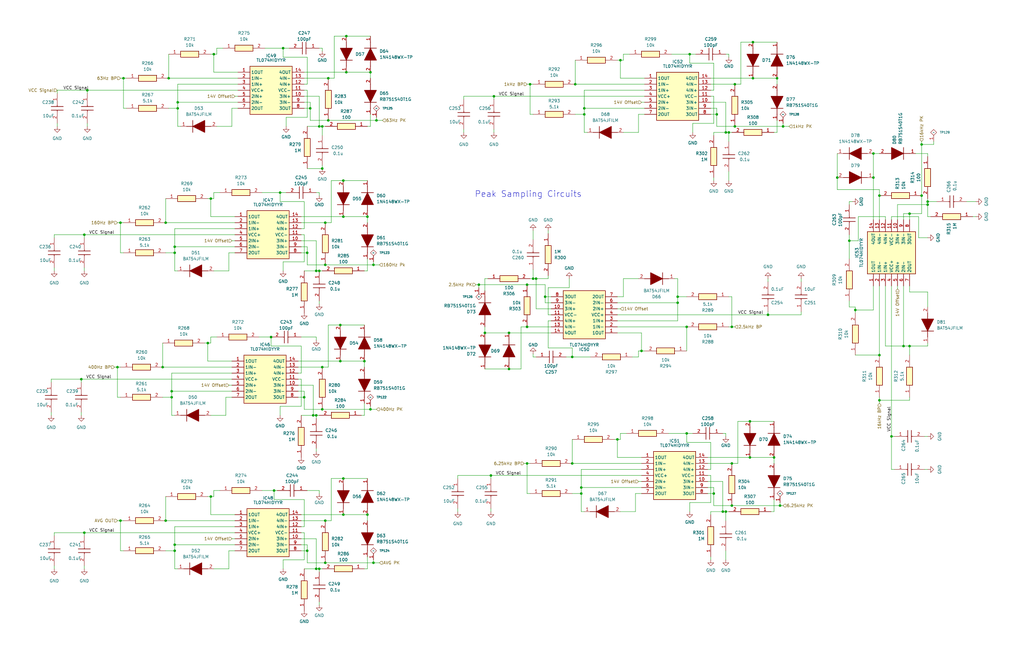
<source format=kicad_sch>
(kicad_sch (version 20231120) (generator "eeschema") (generator_version "8.0")
  (paper "B")
  (title_block (title "Audio System") (date "2025-02-06") (rev "P1") (company "Wolfe Engineering"))
  (junction (at 157.48 237.49))
  (junction (at 308.61 213.36))
  (junction (at 137.16 219.71))
  (junction (at 242.57 35.56))
  (junction (at 222.25 120.142))
  (junction (at 143.51 152.4))
  (junction (at 129.54 232.41))
  (junction (at 224.79 117.602))
  (junction (at 128.27 167.64))
  (junction (at 204.47 140.462))
  (junction (at 69.85 219.71))
  (junction (at 73.66 232.41))
  (junction (at 144.78 201.93))
  (junction (at 73.66 104.14))
  (junction (at 156.21 30.48))
  (junction (at 245.11 205.74))
  (junction (at 87.63 144.78))
  (junction (at 226.06 117.602))
  (junction (at 246.38 48.26))
  (junction (at 50.8 219.71))
  (junction (at 146.05 15.24))
  (junction (at 49.53 154.94))
  (junction (at 154.94 217.17))
  (junction (at 300.99 208.28))
  (junction (at 375.92 184.15))
  (junction (at 327.66 33.02))
  (junction (at 388.62 60.96))
  (junction (at 146.05 30.48))
  (junction (at 137.16 111.76))
  (junction (at 134.62 240.03))
  (junction (at 52.07 33.02))
  (junction (at 309.88 53.34))
  (junction (at 135.89 154.94))
  (junction (at 35.56 224.79))
  (junction (at 289.56 182.88))
  (junction (at 137.16 237.49))
  (junction (at 134.62 114.3))
  (junction (at 74.93 45.72))
  (junction (at 223.52 35.56))
  (junction (at 135.89 172.72))
  (junction (at 133.35 175.26))
  (junction (at 222.25 195.58))
  (junction (at 138.43 50.8))
  (junction (at 35.56 99.06))
  (junction (at 241.3 195.58))
  (junction (at 381 146.05))
  (junction (at 157.48 111.76))
  (junction (at 316.23 193.04))
  (junction (at 137.16 93.98))
  (junction (at 201.93 120.142))
  (junction (at 306.07 55.88))
  (junction (at 330.2 53.34))
  (junction (at 36.83 38.1))
  (junction (at 245.11 208.28))
  (junction (at 69.85 93.98))
  (junction (at 133.35 240.03))
  (junction (at 144.78 91.44))
  (junction (at 68.58 154.94))
  (junction (at 156.21 172.72))
  (junction (at 316.23 177.8))
  (junction (at 306.07 215.9))
  (junction (at 260.35 185.42))
  (junction (at 118.11 81.28))
  (junction (at 326.39 193.04))
  (junction (at 143.51 137.16))
  (junction (at 285.75 125.222))
  (junction (at 214.63 140.462))
  (junction (at 50.8 93.98))
  (junction (at 207.01 200.66))
  (junction (at 368.3 64.77))
  (junction (at 214.63 155.702))
  (junction (at 115.57 207.01))
  (junction (at 308.61 137.922))
  (junction (at 229.87 125.222))
  (junction (at 317.5 17.78))
  (junction (at 114.3 142.24))
  (junction (at 34.29 160.02))
  (junction (at 290.83 22.86))
  (junction (at 370.84 168.91))
  (junction (at 119.38 20.32))
  (junction (at 73.66 106.68))
  (junction (at 134.62 53.34))
  (junction (at 88.9 209.55))
  (junction (at 304.8 215.9))
  (junction (at 308.61 195.58))
  (junction (at 72.39 165.1))
  (junction (at 241.3 150.622))
  (junction (at 353.06 74.93))
  (junction (at 307.34 55.88))
  (junction (at 135.89 71.12))
  (junction (at 74.93 43.18))
  (junction (at 388.62 82.55))
  (junction (at 129.54 106.68))
  (junction (at 391.16 86.36))
  (junction (at 138.43 33.02))
  (junction (at 370.84 149.86))
  (junction (at 328.93 213.36))
  (junction (at 302.26 48.26))
  (junction (at 317.5 33.02))
  (junction (at 261.62 25.4))
  (junction (at 358.14 101.6))
  (junction (at 270.51 148.082))
  (junction (at 133.35 114.3))
  (junction (at 72.39 167.64))
  (junction (at 391.16 85.09))
  (junction (at 154.94 91.44))
  (junction (at 309.88 35.56))
  (junction (at 383.54 146.05))
  (junction (at 289.56 137.922))
  (junction (at 130.81 45.72))
  (junction (at 73.66 229.87))
  (junction (at 383.54 90.17))
  (junction (at 144.78 217.17))
  (junction (at 135.89 53.34))
  (junction (at 132.08 175.26))
  (junction (at 90.17 22.86))
  (junction (at 153.67 152.4))
  (junction (at 323.85 132.842))
  (junction (at 285.75 127.762))
  (junction (at 88.9 83.82))
  (junction (at 370.84 82.55))
  (junction (at 368.3 74.93))
  (junction (at 222.25 137.922))
  (junction (at 144.78 76.2))
  (junction (at 360.68 130.81))
  (junction (at 246.38 45.72))
  (junction (at 158.75 50.8))
  (junction (at 208.28 40.64))
  (junction (at 71.12 33.02))
  (wire (pts (xy 246.38 48.26) (xy 246.38 55.88)))
  (wire (pts (xy 247.65 55.88) (xy 246.38 55.88)))
  (wire (pts (xy 90.17 207.01) (xy 90.17 209.55)))
  (wire (pts (xy 133.35 175.26) (xy 134.62 175.26)))
  (wire (pts (xy 383.54 146.05) (xy 381 146.05)))
  (wire (pts (xy 128.27 167.64) (xy 128.27 165.1)))
  (wire (pts (xy 360.68 149.86) (xy 370.84 149.86)))
  (wire (pts (xy 154.94 109.22) (xy 154.94 114.3)))
  (wire (pts (xy 88.9 91.44) (xy 88.9 83.82)))
  (wire (pts (xy 370.84 168.91) (xy 370.84 167.64)))
  (wire (pts (xy 87.63 144.78) (xy 86.36 144.78)))
  (wire (pts (xy 358.14 127) (xy 358.14 129.54)))
  (wire (pts (xy 129.54 71.12) (xy 135.89 71.12)))
  (wire (pts (xy 323.85 132.842) (xy 323.85 131.572)))
  (wire (pts (xy 137.16 219.71) (xy 127 219.71)))
  (wire (pts (xy 260.35 193.04) (xy 260.35 185.42)))
  (wire (pts (xy 245.11 198.12) (xy 270.51 198.12)))
  (wire (pts (xy 127 224.79) (xy 128.27 224.79)))
  (wire (pts (xy 231.14 135.382) (xy 231.14 146.812)))
  (wire (pts (xy 22.86 238.76) (xy 22.86 240.03)))
  (wire (pts (xy 306.07 43.18) (xy 306.07 55.88)))
  (wire (pts (xy 312.42 17.78) (xy 312.42 35.56)))
  (wire (pts (xy 52.07 33.02) (xy 52.07 45.72)))
  (wire (pts (xy 383.54 149.86) (xy 383.54 146.05)))
  (wire (pts (xy 132.08 162.56) (xy 132.08 175.26)))
  (wire (pts (xy 195.58 40.64) (xy 208.28 40.64)))
  (wire (pts (xy 299.72 48.26) (xy 302.26 48.26)))
  (wire (pts (xy 138.43 137.16) (xy 138.43 154.94)))
  (wire (pts (xy 269.24 55.88) (xy 262.89 55.88)))
  (wire (pts (xy 248.92 150.622) (xy 241.3 150.622)))
  (wire (pts (xy 24.13 39.37) (xy 24.13 38.1)))
  (wire (pts (xy 219.71 155.702) (xy 214.63 155.702)))
  (wire (pts (xy 370.84 170.18) (xy 370.84 168.91)))
  (wire (pts (xy 128.27 35.56) (xy 129.54 35.56)))
  (wire (pts (xy 373.38 92.71) (xy 373.38 91.44)))
  (wire (pts (xy 378.46 86.36) (xy 391.16 86.36)))
  (wire (pts (xy 285.75 135.382) (xy 260.35 135.382)))
  (wire (pts (xy 156.21 53.34) (xy 154.94 53.34)))
  (wire (pts (xy 307.34 24.13) (xy 307.34 22.86)))
  (wire (pts (xy 326.39 215.9) (xy 325.12 215.9)))
  (wire (pts (xy 242.57 48.26) (xy 246.38 48.26)))
  (wire (pts (xy 269.24 203.2) (xy 270.51 203.2)))
  (wire (pts (xy 381 90.17) (xy 381 92.71)))
  (wire (pts (xy 92.71 207.01) (xy 90.17 207.01)))
  (wire (pts (xy 306.07 232.41) (xy 306.07 236.22)))
  (wire (pts (xy 292.1 55.88) (xy 292.1 52.07)))
  (wire (pts (xy 22.86 99.06) (xy 35.56 99.06)))
  (wire (pts (xy 298.45 203.2) (xy 304.8 203.2)))
  (wire (pts (xy 309.88 53.34) (xy 330.2 53.34)))
  (wire (pts (xy 144.78 91.44) (xy 154.94 91.44)))
  (wire (pts (xy 241.3 195.58) (xy 270.51 195.58)))
  (wire (pts (xy 35.56 99.06) (xy 35.56 100.33)))
  (wire (pts (xy 35.56 224.79) (xy 35.56 226.06)))
  (wire (pts (xy 283.21 22.86) (xy 290.83 22.86)))
  (wire (pts (xy 264.16 182.88) (xy 261.62 182.88)))
  (wire (pts (xy 133.35 143.51) (xy 133.35 142.24)))
  (wire (pts (xy 157.48 236.22) (xy 157.48 237.49)))
  (wire (pts (xy 308.61 213.36) (xy 328.93 213.36)))
  (wire (pts (xy 73.66 229.87) (xy 73.66 222.25)))
  (wire (pts (xy 129.54 229.87) (xy 127 229.87)))
  (wire (pts (xy 219.71 155.702) (xy 219.71 137.922)))
  (wire (pts (xy 306.07 215.9) (xy 306.07 219.71)))
  (wire (pts (xy 36.83 38.1) (xy 36.83 39.37)))
  (wire (pts (xy 143.51 137.16) (xy 153.67 137.16)))
  (wire (pts (xy 231.14 132.842) (xy 231.14 121.412)))
  (wire (pts (xy 231.14 146.812) (xy 241.3 146.812)))
  (wire (pts (xy 193.04 214.63) (xy 193.04 215.9)))
  (wire (pts (xy 118.11 175.26) (xy 118.11 171.45)))
  (wire (pts (xy 49.53 93.98) (xy 50.8 93.98)))
  (wire (pts (xy 222.25 137.922) (xy 232.41 137.922)))
  (wire (pts (xy 69.85 209.55) (xy 69.85 219.71)))
  (wire (pts (xy 232.41 140.462) (xy 214.63 140.462)))
  (wire (pts (xy 76.2 53.34) (xy 74.93 53.34)))
  (wire (pts (xy 139.7 219.71) (xy 137.16 219.71)))
  (wire (pts (xy 87.63 144.78) (xy 88.9 144.78)))
  (wire (pts (xy 391.16 85.09) (xy 391.16 83.82)))
  (wire (pts (xy 134.62 207.01) (xy 129.54 207.01)))
  (wire (pts (xy 285.75 125.222) (xy 285.75 127.762)))
  (wire (pts (xy 99.06 91.44) (xy 88.9 91.44)))
  (wire (pts (xy 240.03 117.602) (xy 240.03 121.412)))
  (wire (pts (xy 73.66 106.68) (xy 73.66 114.3)))
  (wire (pts (xy 125.73 152.4) (xy 143.51 152.4)))
  (wire (pts (xy 120.65 49.53) (xy 129.54 49.53)))
  (wire (pts (xy 73.66 104.14) (xy 99.06 104.14)))
  (wire (pts (xy 378.46 121.92) (xy 378.46 120.65)))
  (wire (pts (xy 289.56 182.88) (xy 292.1 182.88)))
  (wire (pts (xy 95.25 167.64) (xy 95.25 175.26)))
  (wire (pts (xy 289.56 186.69) (xy 289.56 182.88)))
  (wire (pts (xy 306.07 184.15) (xy 306.07 182.88)))
  (wire (pts (xy 299.72 198.12) (xy 299.72 186.69)))
  (wire (pts (xy 231.14 116.332) (xy 231.14 117.602)))
  (wire (pts (xy 224.79 48.26) (xy 223.52 48.26)))
  (wire (pts (xy 267.97 208.28) (xy 267.97 215.9)))
  (wire (pts (xy 290.83 212.09) (xy 299.72 212.09)))
  (wire (pts (xy 97.79 101.6) (xy 99.06 101.6)))
  (wire (pts (xy 21.59 160.02) (xy 34.29 160.02)))
  (wire (pts (xy 290.83 22.86) (xy 293.37 22.86)))
  (wire (pts (xy 245.11 208.28) (xy 245.11 205.74)))
  (wire (pts (xy 260.35 132.842) (xy 323.85 132.842)))
  (wire (pts (xy 128.27 45.72) (xy 130.81 45.72)))
  (wire (pts (xy 157.48 110.49) (xy 157.48 111.76)))
  (wire (pts (xy 73.66 96.52) (xy 99.06 96.52)))
  (wire (pts (xy 326.39 210.82) (xy 326.39 215.9)))
  (wire (pts (xy 281.94 182.88) (xy 289.56 182.88)))
  (wire (pts (xy 304.8 215.9) (xy 306.07 215.9)))
  (wire (pts (xy 99.06 106.68) (xy 96.52 106.68)))
  (wire (pts (xy 140.97 15.24) (xy 140.97 33.02)))
  (wire (pts (xy 383.54 90.17) (xy 381 90.17)))
  (wire (pts (xy 50.8 219.71) (xy 52.07 219.71)))
  (wire (pts (xy 129.54 111.76) (xy 129.54 106.68)))
  (wire (pts (xy 222.25 195.58) (xy 222.25 208.28)))
  (wire (pts (xy 50.8 167.64) (xy 49.53 167.64)))
  (wire (pts (xy 246.38 48.26) (xy 246.38 45.72)))
  (wire (pts (xy 135.89 53.34) (xy 137.16 53.34)))
  (wire (pts (xy 377.19 198.12) (xy 375.92 198.12)))
  (wire (pts (xy 204.47 140.462) (xy 204.47 137.922)))
  (wire (pts (xy 71.12 45.72) (xy 74.93 45.72)))
  (wire (pts (xy 156.21 48.26) (xy 156.21 53.34)))
  (wire (pts (xy 386.08 64.77) (xy 391.16 64.77)))
  (wire (pts (xy 306.07 182.88) (xy 304.8 182.88)))
  (wire (pts (xy 74.93 43.18) (xy 74.93 35.56)))
  (wire (pts (xy 90.17 22.86) (xy 91.44 22.86)))
  (wire (pts (xy 358.14 85.09) (xy 358.14 86.36)))
  (wire (pts (xy 96.52 232.41) (xy 96.52 240.03)))
  (wire (pts (xy 74.93 114.3) (xy 73.66 114.3)))
  (wire (pts (xy 270.51 200.66) (xy 207.01 200.66)))
  (wire (pts (xy 373.38 146.05) (xy 373.38 120.65)))
  (wire (pts (xy 265.43 22.86) (xy 262.89 22.86)))
  (wire (pts (xy 127 101.6) (xy 133.35 101.6)))
  (wire (pts (xy 115.57 207.01) (xy 116.84 207.01)))
  (wire (pts (xy 300.99 57.15) (xy 300.99 55.88)))
  (wire (pts (xy 271.78 33.02) (xy 261.62 33.02)))
  (wire (pts (xy 309.88 35.56) (xy 299.72 35.56)))
  (wire (pts (xy 119.38 110.49) (xy 128.27 110.49)))
  (wire (pts (xy 383.54 146.05) (xy 391.16 146.05)))
  (wire (pts (xy 129.54 24.13) (xy 119.38 24.13)))
  (wire (pts (xy 388.62 60.96) (xy 393.7 60.96)))
  (wire (pts (xy 138.43 137.16) (xy 143.51 137.16)))
  (wire (pts (xy 285.75 125.222) (xy 285.75 117.602)))
  (wire (pts (xy 222.25 35.56) (xy 223.52 35.56)))
  (wire (pts (xy 299.72 40.64) (xy 300.99 40.64)))
  (wire (pts (xy 232.41 135.382) (xy 231.14 135.382)))
  (wire (pts (xy 208.28 40.64) (xy 208.28 41.91)))
  (wire (pts (xy 229.87 125.222) (xy 229.87 127.762)))
  (wire (pts (xy 299.72 33.02) (xy 317.5 33.02)))
  (wire (pts (xy 308.61 195.58) (xy 298.45 195.58)))
  (wire (pts (xy 134.62 53.34) (xy 135.89 53.34)))
  (wire (pts (xy 130.81 43.18) (xy 128.27 43.18)))
  (wire (pts (xy 391.16 123.19) (xy 391.16 129.54)))
  (wire (pts (xy 290.83 26.67) (xy 290.83 22.86)))
  (wire (pts (xy 224.79 149.352) (xy 224.79 150.622)))
  (wire (pts (xy 222.25 120.142) (xy 201.93 120.142)))
  (wire (pts (xy 137.16 93.98) (xy 127 93.98)))
  (wire (pts (xy 358.14 109.22) (xy 358.14 101.6)))
  (wire (pts (xy 90.17 81.28) (xy 90.17 83.82)))
  (wire (pts (xy 271.78 48.26) (xy 269.24 48.26)))
  (wire (pts (xy 99.06 99.06) (xy 35.56 99.06)))
  (wire (pts (xy 231.14 98.552) (xy 231.14 97.282)))
  (wire (pts (xy 48.26 154.94) (xy 49.53 154.94)))
  (wire (pts (xy 299.72 186.69) (xy 289.56 186.69)))
  (wire (pts (xy 24.13 38.1) (xy 36.83 38.1)))
  (wire (pts (xy 138.43 50.8) (xy 158.75 50.8)))
  (wire (pts (xy 118.11 171.45) (xy 127 171.45)))
  (wire (pts (xy 88.9 142.24) (xy 88.9 144.78)))
  (wire (pts (xy 353.06 80.01) (xy 370.84 80.01)))
  (wire (pts (xy 261.62 25.4) (xy 262.89 25.4)))
  (wire (pts (xy 127 222.25) (xy 128.27 222.25)))
  (wire (pts (xy 299.72 200.66) (xy 299.72 212.09)))
  (wire (pts (xy 289.56 137.922) (xy 260.35 137.922)))
  (wire (pts (xy 139.7 93.98) (xy 137.16 93.98)))
  (wire (pts (xy 360.68 130.81) (xy 360.68 129.54)))
  (wire (pts (xy 383.54 167.64) (xy 383.54 168.91)))
  (wire (pts (xy 127 160.02) (xy 127 171.45)))
  (wire (pts (xy 73.66 232.41) (xy 73.66 240.03)))
  (wire (pts (xy 50.8 33.02) (xy 52.07 33.02)))
  (wire (pts (xy 368.3 74.93) (xy 368.3 64.77)))
  (wire (pts (xy 90.17 22.86) (xy 88.9 22.86)))
  (wire (pts (xy 127 99.06) (xy 128.27 99.06)))
  (wire (pts (xy 73.66 104.14) (xy 73.66 96.52)))
  (wire (pts (xy 158.75 49.53) (xy 158.75 50.8)))
  (wire (pts (xy 73.66 229.87) (xy 99.06 229.87)))
  (wire (pts (xy 302.26 45.72) (xy 299.72 45.72)))
  (wire (pts (xy 370.84 80.01) (xy 370.84 82.55)))
  (wire (pts (xy 300.99 205.74) (xy 298.45 205.74)))
  (wire (pts (xy 134.62 127) (xy 134.62 128.27)))
  (wire (pts (xy 207.01 215.9) (xy 207.01 214.63)))
  (wire (pts (xy 129.54 104.14) (xy 127 104.14)))
  (wire (pts (xy 129.54 53.34) (xy 134.62 53.34)))
  (wire (pts (xy 49.53 154.94) (xy 50.8 154.94)))
  (wire (pts (xy 156.21 172.72) (xy 158.75 172.72)))
  (wire (pts (xy 134.62 254) (xy 134.62 255.27)))
  (wire (pts (xy 129.54 38.1) (xy 129.54 49.53)))
  (wire (pts (xy 99.06 217.17) (xy 88.9 217.17)))
  (wire (pts (xy 337.82 118.872) (xy 337.82 117.602)))
  (wire (pts (xy 300.99 38.1) (xy 300.99 26.67)))
  (wire (pts (xy 368.3 64.77) (xy 370.84 64.77)))
  (wire (pts (xy 222.25 195.58) (xy 223.52 195.58)))
  (wire (pts (xy 270.51 43.18) (xy 271.78 43.18)))
  (wire (pts (xy 72.39 157.48) (xy 97.79 157.48)))
  (wire (pts (xy 74.93 45.72) (xy 74.93 53.34)))
  (wire (pts (xy 285.75 127.762) (xy 260.35 127.762)))
  (wire (pts (xy 138.43 50.8) (xy 130.81 50.8)))
  (wire (pts (xy 90.17 30.48) (xy 90.17 22.86)))
  (wire (pts (xy 309.88 137.922) (xy 308.61 137.922)))
  (wire (pts (xy 378.46 92.71) (xy 378.46 86.36)))
  (wire (pts (xy 370.84 168.91) (xy 383.54 168.91)))
  (wire (pts (xy 74.93 45.72) (xy 74.93 43.18)))
  (wire (pts (xy 53.34 45.72) (xy 52.07 45.72)))
  (wire (pts (xy 87.63 152.4) (xy 87.63 144.78)))
  (wire (pts (xy 302.26 53.34) (xy 302.26 48.26)))
  (wire (pts (xy 119.38 24.13) (xy 119.38 20.32)))
  (wire (pts (xy 229.87 120.142) (xy 229.87 125.222)))
  (wire (pts (xy 129.54 232.41) (xy 129.54 229.87)))
  (wire (pts (xy 139.7 201.93) (xy 144.78 201.93)))
  (wire (pts (xy 114.3 146.05) (xy 114.3 142.24)))
  (wire (pts (xy 74.93 35.56) (xy 100.33 35.56)))
  (wire (pts (xy 133.35 227.33) (xy 133.35 240.03)))
  (wire (pts (xy 111.76 20.32) (xy 119.38 20.32)))
  (wire (pts (xy 36.83 53.34) (xy 36.83 52.07)))
  (wire (pts (xy 22.86 224.79) (xy 35.56 224.79)))
  (wire (pts (xy 35.56 240.03) (xy 35.56 238.76)))
  (wire (pts (xy 119.38 114.3) (xy 119.38 110.49)))
  (wire (pts (xy 392.43 91.44) (xy 391.16 91.44)))
  (wire (pts (xy 128.27 165.1) (xy 125.73 165.1)))
  (wire (pts (xy 373.38 91.44) (xy 361.95 91.44)))
  (wire (pts (xy 21.59 161.29) (xy 21.59 160.02)))
  (wire (pts (xy 195.58 41.91) (xy 195.58 40.64)))
  (wire (pts (xy 242.57 35.56) (xy 271.78 35.56)))
  (wire (pts (xy 204.47 122.682) (xy 204.47 117.602)))
  (wire (pts (xy 307.34 125.222) (xy 308.61 125.222)))
  (wire (pts (xy 208.28 55.88) (xy 208.28 54.61)))
  (wire (pts (xy 128.27 40.64) (xy 134.62 40.64)))
  (wire (pts (xy 133.35 189.23) (xy 133.35 190.5)))
  (wire (pts (xy 337.82 132.842) (xy 323.85 132.842)))
  (wire (pts (xy 231.14 117.602) (xy 226.06 117.602)))
  (wire (pts (xy 308.61 137.922) (xy 308.61 125.222)))
  (wire (pts (xy 226.06 130.302) (xy 226.06 117.602)))
  (wire (pts (xy 128.27 30.48) (xy 146.05 30.48)))
  (wire (pts (xy 129.54 35.56) (xy 129.54 24.13)))
  (wire (pts (xy 119.38 240.03) (xy 119.38 236.22)))
  (wire (pts (xy 132.08 175.26) (xy 133.35 175.26)))
  (wire (pts (xy 361.95 101.6) (xy 358.14 101.6)))
  (wire (pts (xy 92.71 81.28) (xy 90.17 81.28)))
  (wire (pts (xy 73.66 106.68) (xy 73.66 104.14)))
  (wire (pts (xy 368.3 120.65) (xy 368.3 130.81)))
  (wire (pts (xy 156.21 171.45) (xy 156.21 172.72)))
  (wire (pts (xy 97.79 160.02) (xy 34.29 160.02)))
  (wire (pts (xy 370.84 82.55) (xy 370.84 92.71)))
  (wire (pts (xy 375.92 120.65) (xy 375.92 184.15)))
  (wire (pts (xy 68.58 167.64) (xy 72.39 167.64)))
  (wire (pts (xy 154.94 91.44) (xy 154.94 93.98)))
  (wire (pts (xy 97.79 167.64) (xy 95.25 167.64)))
  (wire (pts (xy 88.9 217.17) (xy 88.9 209.55)))
  (wire (pts (xy 137.16 111.76) (xy 129.54 111.76)))
  (wire (pts (xy 69.85 106.68) (xy 73.66 106.68)))
  (wire (pts (xy 130.81 45.72) (xy 130.81 43.18)))
  (wire (pts (xy 229.87 127.762) (xy 232.41 127.762)))
  (wire (pts (xy 139.7 76.2) (xy 139.7 93.98)))
  (wire (pts (xy 127 106.68) (xy 129.54 106.68)))
  (wire (pts (xy 214.63 155.702) (xy 204.47 155.702)))
  (wire (pts (xy 388.62 60.96) (xy 388.62 59.69)))
  (wire (pts (xy 222.25 120.142) (xy 229.87 120.142)))
  (wire (pts (xy 127 157.48) (xy 127 146.05)))
  (wire (pts (xy 135.89 172.72) (xy 156.21 172.72)))
  (wire (pts (xy 368.3 92.71) (xy 368.3 74.93)))
  (wire (pts (xy 69.85 83.82) (xy 69.85 93.98)))
  (wire (pts (xy 383.54 123.19) (xy 391.16 123.19)))
  (wire (pts (xy 312.42 35.56) (xy 309.88 35.56)))
  (wire (pts (xy 300.99 74.93) (xy 300.99 76.2)))
  (wire (pts (xy 22.86 100.33) (xy 22.86 99.06)))
  (wire (pts (xy 50.8 93.98) (xy 50.8 106.68)))
  (wire (pts (xy 100.33 38.1) (xy 36.83 38.1)))
  (wire (pts (xy 261.62 182.88) (xy 261.62 185.42)))
  (wire (pts (xy 260.35 185.42) (xy 259.08 185.42)))
  (wire (pts (xy 129.54 237.49) (xy 129.54 232.41)))
  (wire (pts (xy 154.94 114.3) (xy 153.67 114.3)))
  (wire (pts (xy 99.06 232.41) (xy 96.52 232.41)))
  (wire (pts (xy 302.26 48.26) (xy 302.26 45.72)))
  (wire (pts (xy 133.35 175.26) (xy 133.35 176.53)))
  (wire (pts (xy 127 146.05) (xy 114.3 146.05)))
  (wire (pts (xy 353.06 74.93) (xy 353.06 64.77)))
  (wire (pts (xy 134.62 208.28) (xy 134.62 207.01)))
  (wire (pts (xy 330.2 53.34) (xy 332.74 53.34)))
  (wire (pts (xy 261.62 33.02) (xy 261.62 25.4)))
  (wire (pts (xy 133.35 114.3) (xy 134.62 114.3)))
  (wire (pts (xy 128.27 85.09) (xy 118.11 85.09)))
  (wire (pts (xy 96.52 114.3) (xy 90.17 114.3)))
  (wire (pts (xy 135.89 21.59) (xy 135.89 20.32)))
  (wire (pts (xy 73.66 175.26) (xy 72.39 175.26)))
  (wire (pts (xy 128.27 210.82) (xy 115.57 210.82)))
  (wire (pts (xy 156.21 30.48) (xy 156.21 33.02)))
  (wire (pts (xy 138.43 33.02) (xy 128.27 33.02)))
  (wire (pts (xy 245.11 208.28) (xy 245.11 215.9)))
  (wire (pts (xy 330.2 52.07) (xy 330.2 53.34)))
  (wire (pts (xy 119.38 20.32) (xy 121.92 20.32)))
  (wire (pts (xy 311.15 177.8) (xy 311.15 195.58)))
  (wire (pts (xy 223.52 35.56) (xy 223.52 48.26)))
  (wire (pts (xy 72.39 165.1) (xy 72.39 157.48)))
  (wire (pts (xy 99.06 224.79) (xy 35.56 224.79)))
  (wire (pts (xy 135.89 53.34) (xy 135.89 57.15)))
  (wire (pts (xy 299.72 43.18) (xy 306.07 43.18)))
  (wire (pts (xy 91.44 20.32) (xy 91.44 22.86)))
  (wire (pts (xy 128.27 222.25) (xy 128.27 210.82)))
  (wire (pts (xy 74.93 240.03) (xy 73.66 240.03)))
  (wire (pts (xy 308.61 213.36) (xy 300.99 213.36)))
  (wire (pts (xy 109.22 142.24) (xy 114.3 142.24)))
  (wire (pts (xy 267.97 215.9) (xy 261.62 215.9)))
  (wire (pts (xy 96.52 240.03) (xy 90.17 240.03)))
  (wire (pts (xy 309.88 53.34) (xy 302.26 53.34)))
  (wire (pts (xy 387.35 100.33) (xy 387.35 91.44)))
  (wire (pts (xy 118.11 85.09) (xy 118.11 81.28)))
  (wire (pts (xy 306.07 215.9) (xy 307.34 215.9)))
  (wire (pts (xy 266.7 150.622) (xy 269.24 150.622)))
  (wire (pts (xy 134.62 240.03) (xy 134.62 241.3)))
  (wire (pts (xy 21.59 173.99) (xy 21.59 175.26)))
  (wire (pts (xy 97.79 227.33) (xy 99.06 227.33)))
  (wire (pts (xy 410.21 91.44) (xy 411.48 91.44)))
  (wire (pts (xy 407.67 85.09) (xy 411.48 85.09)))
  (wire (pts (xy 298.45 200.66) (xy 299.72 200.66)))
  (wire (pts (xy 381 146.05) (xy 373.38 146.05)))
  (wire (pts (xy 137.16 237.49) (xy 157.48 237.49)))
  (wire (pts (xy 240.03 121.412) (xy 231.14 121.412)))
  (wire (pts (xy 129.54 106.68) (xy 129.54 104.14)))
  (wire (pts (xy 50.8 93.98) (xy 52.07 93.98)))
  (wire (pts (xy 299.72 234.95) (xy 299.72 236.22)))
  (wire (pts (xy 97.79 45.72) (xy 97.79 53.34)))
  (wire (pts (xy 140.97 33.02) (xy 138.43 33.02)))
  (wire (pts (xy 143.51 152.4) (xy 153.67 152.4)))
  (wire (pts (xy 358.14 101.6) (xy 358.14 99.06)))
  (wire (pts (xy 97.79 152.4) (xy 87.63 152.4)))
  (wire (pts (xy 300.99 26.67) (xy 290.83 26.67)))
  (wire (pts (xy 285.75 127.762) (xy 285.75 135.382)))
  (wire (pts (xy 360.68 130.81) (xy 360.68 132.08)))
  (wire (pts (xy 383.54 120.65) (xy 383.54 123.19)))
  (wire (pts (xy 359.41 85.09) (xy 358.14 85.09)))
  (wire (pts (xy 298.45 193.04) (xy 316.23 193.04)))
  (wire (pts (xy 201.93 120.142) (xy 200.66 120.142)))
  (wire (pts (xy 22.86 226.06) (xy 22.86 224.79)))
  (wire (pts (xy 298.45 198.12) (xy 299.72 198.12)))
  (wire (pts (xy 154.94 217.17) (xy 154.94 219.71)))
  (wire (pts (xy 299.72 215.9) (xy 304.8 215.9)))
  (wire (pts (xy 128.27 172.72) (xy 128.27 167.64)))
  (wire (pts (xy 127 175.26) (xy 132.08 175.26)))
  (wire (pts (xy 52.07 106.68) (xy 50.8 106.68)))
  (wire (pts (xy 207.01 200.66) (xy 207.01 201.93)))
  (wire (pts (xy 110.49 207.01) (xy 115.57 207.01)))
  (wire (pts (xy 391.16 64.77) (xy 391.16 66.04)))
  (wire (pts (xy 242.57 25.4) (xy 242.57 35.56)))
  (wire (pts (xy 88.9 83.82) (xy 90.17 83.82)))
  (wire (pts (xy 128.27 240.03) (xy 133.35 240.03)))
  (wire (pts (xy 232.41 130.302) (xy 226.06 130.302)))
  (wire (pts (xy 270.51 193.04) (xy 260.35 193.04)))
  (wire (pts (xy 153.67 152.4) (xy 153.67 154.94)))
  (wire (pts (xy 224.79 150.622) (xy 226.06 150.622)))
  (wire (pts (xy 73.66 232.41) (xy 73.66 229.87)))
  (wire (pts (xy 306.07 55.88) (xy 307.34 55.88)))
  (wire (pts (xy 146.05 15.24) (xy 156.21 15.24)))
  (wire (pts (xy 34.29 175.26) (xy 34.29 173.99)))
  (wire (pts (xy 146.05 30.48) (xy 156.21 30.48)))
  (wire (pts (xy 246.38 215.9) (xy 245.11 215.9)))
  (wire (pts (xy 135.89 20.32) (xy 134.62 20.32)))
  (wire (pts (xy 49.53 154.94) (xy 49.53 167.64)))
  (wire (pts (xy 214.63 140.462) (xy 204.47 140.462)))
  (wire (pts (xy 153.67 175.26) (xy 152.4 175.26)))
  (wire (pts (xy 139.7 76.2) (xy 144.78 76.2)))
  (wire (pts (xy 95.25 175.26) (xy 88.9 175.26)))
  (wire (pts (xy 246.38 45.72) (xy 246.38 38.1)))
  (wire (pts (xy 201.93 121.412) (xy 201.93 120.142)))
  (wire (pts (xy 72.39 167.64) (xy 72.39 165.1)))
  (wire (pts (xy 223.52 35.56) (xy 224.79 35.56)))
  (wire (pts (xy 119.38 236.22) (xy 128.27 236.22)))
  (wire (pts (xy 195.58 54.61) (xy 195.58 55.88)))
  (wire (pts (xy 260.35 140.462) (xy 270.51 140.462)))
  (wire (pts (xy 118.11 81.28) (xy 120.65 81.28)))
  (wire (pts (xy 383.54 92.71) (xy 383.54 90.17)))
  (wire (pts (xy 127 91.44) (xy 144.78 91.44)))
  (wire (pts (xy 391.16 144.78) (xy 391.16 146.05)))
  (wire (pts (xy 261.62 130.302) (xy 260.35 130.302)))
  (wire (pts (xy 140.97 15.24) (xy 146.05 15.24)))
  (wire (pts (xy 133.35 142.24) (xy 127 142.24)))
  (wire (pts (xy 154.94 240.03) (xy 153.67 240.03)))
  (wire (pts (xy 393.7 59.69) (xy 393.7 60.96)))
  (wire (pts (xy 110.49 81.28) (xy 118.11 81.28)))
  (wire (pts (xy 52.07 232.41) (xy 50.8 232.41)))
  (wire (pts (xy 93.98 20.32) (xy 91.44 20.32)))
  (wire (pts (xy 127 217.17) (xy 144.78 217.17)))
  (wire (pts (xy 389.89 198.12) (xy 391.16 198.12)))
  (wire (pts (xy 270.51 208.28) (xy 267.97 208.28)))
  (wire (pts (xy 269.24 48.26) (xy 269.24 55.88)))
  (wire (pts (xy 137.16 237.49) (xy 129.54 237.49)))
  (wire (pts (xy 69.85 232.41) (xy 73.66 232.41)))
  (wire (pts (xy 232.41 132.842) (xy 231.14 132.842)))
  (wire (pts (xy 307.34 55.88) (xy 308.61 55.88)))
  (wire (pts (xy 245.11 205.74) (xy 245.11 198.12)))
  (wire (pts (xy 388.62 90.17) (xy 383.54 90.17)))
  (wire (pts (xy 262.89 117.602) (xy 269.24 117.602)))
  (wire (pts (xy 144.78 76.2) (xy 154.94 76.2)))
  (wire (pts (xy 88.9 209.55) (xy 87.63 209.55)))
  (wire (pts (xy 381 146.05) (xy 381 120.65)))
  (wire (pts (xy 72.39 165.1) (xy 97.79 165.1)))
  (wire (pts (xy 52.07 33.02) (xy 53.34 33.02)))
  (wire (pts (xy 241.3 208.28) (xy 245.11 208.28)))
  (wire (pts (xy 326.39 193.04) (xy 326.39 195.58)))
  (wire (pts (xy 246.38 45.72) (xy 271.78 45.72)))
  (wire (pts (xy 127 227.33) (xy 133.35 227.33)))
  (wire (pts (xy 125.73 167.64) (xy 128.27 167.64)))
  (wire (pts (xy 128.27 96.52) (xy 128.27 85.09)))
  (wire (pts (xy 220.98 195.58) (xy 222.25 195.58)))
  (wire (pts (xy 300.99 55.88) (xy 306.07 55.88)))
  (wire (pts (xy 328.93 212.09) (xy 328.93 213.36)))
  (wire (pts (xy 375.92 91.44) (xy 387.35 91.44)))
  (wire (pts (xy 96.52 162.56) (xy 97.79 162.56)))
  (wire (pts (xy 138.43 154.94) (xy 135.89 154.94)))
  (wire (pts (xy 144.78 201.93) (xy 154.94 201.93)))
  (wire (pts (xy 307.34 55.88) (xy 307.34 59.69)))
  (wire (pts (xy 22.86 113.03) (xy 22.86 114.3)))
  (wire (pts (xy 262.89 22.86) (xy 262.89 25.4)))
  (wire (pts (xy 157.48 237.49) (xy 160.02 237.49)))
  (wire (pts (xy 270.51 148.082) (xy 271.78 148.082)))
  (wire (pts (xy 284.48 117.602) (xy 285.75 117.602)))
  (wire (pts (xy 68.58 154.94) (xy 97.79 154.94)))
  (wire (pts (xy 317.5 17.78) (xy 327.66 17.78)))
  (wire (pts (xy 307.34 72.39) (xy 307.34 76.2)))
  (wire (pts (xy 391.16 100.33) (xy 387.35 100.33)))
  (wire (pts (xy 128.27 224.79) (xy 128.27 236.22)))
  (wire (pts (xy 120.65 53.34) (xy 120.65 49.53)))
  (wire (pts (xy 323.85 117.602) (xy 323.85 118.872)))
  (wire (pts (xy 73.66 222.25) (xy 99.06 222.25)))
  (wire (pts (xy 270.51 148.082) (xy 269.24 148.082)))
  (wire (pts (xy 224.79 101.092) (xy 224.79 97.282)))
  (wire (pts (xy 71.12 33.02) (xy 100.33 33.02)))
  (wire (pts (xy 290.83 215.9) (xy 290.83 212.09)))
  (wire (pts (xy 391.16 184.15) (xy 389.89 184.15)))
  (wire (pts (xy 316.23 193.04) (xy 326.39 193.04)))
  (wire (pts (xy 69.85 93.98) (xy 99.06 93.98)))
  (wire (pts (xy 260.35 185.42) (xy 261.62 185.42)))
  (wire (pts (xy 262.89 125.222) (xy 262.89 117.602)))
  (wire (pts (xy 115.57 210.82) (xy 115.57 207.01)))
  (wire (pts (xy 193.04 201.93) (xy 193.04 200.66)))
  (wire (pts (xy 24.13 52.07) (xy 24.13 53.34)))
  (wire (pts (xy 74.93 43.18) (xy 100.33 43.18)))
  (wire (pts (xy 353.06 80.01) (xy 353.06 74.93)))
  (wire (pts (xy 133.35 240.03) (xy 134.62 240.03)))
  (wire (pts (xy 300.99 40.64) (xy 300.99 52.07)))
  (wire (pts (xy 316.23 177.8) (xy 326.39 177.8)))
  (wire (pts (xy 311.15 177.8) (xy 316.23 177.8)))
  (wire (pts (xy 157.48 111.76) (xy 160.02 111.76)))
  (wire (pts (xy 358.14 129.54) (xy 360.68 129.54)))
  (wire (pts (xy 312.42 17.78) (xy 317.5 17.78)))
  (wire (pts (xy 134.62 240.03) (xy 135.89 240.03)))
  (wire (pts (xy 125.73 157.48) (xy 127 157.48)))
  (wire (pts (xy 391.16 91.44) (xy 391.16 86.36)))
  (wire (pts (xy 292.1 52.07) (xy 300.99 52.07)))
  (wire (pts (xy 34.29 160.02) (xy 34.29 161.29)))
  (wire (pts (xy 49.53 219.71) (xy 50.8 219.71)))
  (wire (pts (xy 289.56 125.222) (xy 285.75 125.222)))
  (wire (pts (xy 245.11 205.74) (xy 270.51 205.74)))
  (wire (pts (xy 154.94 234.95) (xy 154.94 240.03)))
  (wire (pts (xy 35.56 114.3) (xy 35.56 113.03)))
  (wire (pts (xy 125.73 160.02) (xy 127 160.02)))
  (wire (pts (xy 269.24 150.622) (xy 269.24 148.082)))
  (wire (pts (xy 97.79 53.34) (xy 91.44 53.34)))
  (wire (pts (xy 327.66 33.02) (xy 327.66 35.56)))
  (wire (pts (xy 100.33 30.48) (xy 90.17 30.48)))
  (wire (pts (xy 88.9 209.55) (xy 90.17 209.55)))
  (wire (pts (xy 50.8 219.71) (xy 50.8 232.41)))
  (wire (pts (xy 317.5 33.02) (xy 327.66 33.02)))
  (wire (pts (xy 388.62 82.55) (xy 388.62 60.96)))
  (wire (pts (xy 299.72 217.17) (xy 299.72 215.9)))
  (wire (pts (xy 226.06 117.602) (xy 224.79 117.602)))
  (wire (pts (xy 204.47 117.602) (xy 205.74 117.602)))
  (wire (pts (xy 308.61 137.922) (xy 307.34 137.922)))
  (wire (pts (xy 337.82 131.572) (xy 337.82 132.842)))
  (wire (pts (xy 127 232.41) (xy 129.54 232.41)))
  (wire (pts (xy 327.66 50.8) (xy 327.66 55.88)))
  (wire (pts (xy 391.16 85.09) (xy 394.97 85.09)))
  (wire (pts (xy 223.52 208.28) (xy 222.25 208.28)))
  (wire (pts (xy 99.06 40.64) (xy 100.33 40.64)))
  (wire (pts (xy 241.3 185.42) (xy 241.3 195.58)))
  (wire (pts (xy 153.67 170.18) (xy 153.67 175.26)))
  (wire (pts (xy 219.71 137.922) (xy 222.25 137.922)))
  (wire (pts (xy 232.41 125.222) (xy 229.87 125.222)))
  (wire (pts (xy 368.3 130.81) (xy 360.68 130.81)))
  (wire (pts (xy 193.04 200.66) (xy 207.01 200.66)))
  (wire (pts (xy 134.62 81.28) (xy 133.35 81.28)))
  (wire (pts (xy 68.58 144.78) (xy 68.58 154.94)))
  (wire (pts (xy 328.93 213.36) (xy 330.2 213.36)))
  (wire (pts (xy 135.89 71.12) (xy 135.89 69.85)))
  (wire (pts (xy 375.92 198.12) (xy 375.92 184.15)))
  (wire (pts (xy 135.89 172.72) (xy 128.27 172.72)))
  (wire (pts (xy 241.3 146.812) (xy 241.3 150.622)))
  (wire (pts (xy 307.34 22.86) (xy 306.07 22.86)))
  (wire (pts (xy 299.72 38.1) (xy 300.99 38.1)))
  (wire (pts (xy 300.99 208.28) (xy 300.99 205.74)))
  (wire (pts (xy 391.16 86.36) (xy 391.16 85.09)))
  (wire (pts (xy 300.99 213.36) (xy 300.99 208.28)))
  (wire (pts (xy 137.16 111.76) (xy 157.48 111.76)))
  (wire (pts (xy 88.9 83.82) (xy 87.63 83.82)))
  (wire (pts (xy 139.7 201.93) (xy 139.7 219.71)))
  (wire (pts (xy 298.45 208.28) (xy 300.99 208.28)))
  (wire (pts (xy 96.52 106.68) (xy 96.52 114.3)))
  (wire (pts (xy 260.35 125.222) (xy 262.89 125.222)))
  (wire (pts (xy 246.38 38.1) (xy 271.78 38.1)))
  (wire (pts (xy 72.39 167.64) (xy 72.39 175.26)))
  (wire (pts (xy 128.27 38.1) (xy 129.54 38.1)))
  (wire (pts (xy 130.81 50.8) (xy 130.81 45.72)))
  (wire (pts (xy 289.56 148.082) (xy 289.56 137.922)))
  (wire (pts (xy 134.62 40.64) (xy 134.62 53.34)))
  (wire (pts (xy 125.73 162.56) (xy 132.08 162.56)))
  (wire (pts (xy 135.89 154.94) (xy 125.73 154.94)))
  (wire (pts (xy 304.8 203.2) (xy 304.8 215.9)))
  (wire (pts (xy 224.79 117.602) (xy 223.52 117.602)))
  (wire (pts (xy 224.79 117.602) (xy 224.79 113.792)))
  (wire (pts (xy 71.12 22.86) (xy 71.12 33.02)))
  (wire (pts (xy 388.62 82.55) (xy 388.62 90.17)))
  (wire (pts (xy 128.27 114.3) (xy 133.35 114.3)))
  (wire (pts (xy 134.62 82.55) (xy 134.62 81.28)))
  (wire (pts (xy 100.33 45.72) (xy 97.79 45.72)))
  (wire (pts (xy 311.15 195.58) (xy 308.61 195.58)))
  (wire (pts (xy 271.78 40.64) (xy 208.28 40.64)))
  (wire (pts (xy 69.85 219.71) (xy 99.06 219.71)))
  (wire (pts (xy 241.3 150.622) (xy 238.76 150.622)))
  (wire (pts (xy 158.75 50.8) (xy 161.29 50.8)))
  (wire (pts (xy 144.78 217.17) (xy 154.94 217.17)))
  (wire (pts (xy 128.27 99.06) (xy 128.27 110.49)))
  (wire (pts (xy 127 96.52) (xy 128.27 96.52)))
  (wire (pts (xy 261.62 25.4) (xy 260.35 25.4)))
  (wire (pts (xy 327.66 55.88) (xy 326.39 55.88)))
  (wire (pts (xy 375.92 184.15) (xy 377.19 184.15)))
  (wire (pts (xy 270.51 140.462) (xy 270.51 148.082)))
  (wire (pts (xy 134.62 114.3) (xy 135.89 114.3)))
  (wire (pts (xy 375.92 92.71) (xy 375.92 91.44)))
  (wire (pts (xy 91.44 142.24) (xy 88.9 142.24)))
  (wire (pts (xy 370.84 149.86) (xy 370.84 120.65)))
  (wire (pts (xy 361.95 91.44) (xy 361.95 101.6)))
  (wire (pts (xy 133.35 101.6) (xy 133.35 114.3)))
  (text "Peak Sampling Circuits" (at 222.758 82.042 0) (effects (font (size 2.54 2.54))))
  (label "VCC Signal" (at 48.26 99.06 180))
  (label "VCC Signal" (at 220.98 40.64 180))
  (label "VCC Signal" (at 48.26 224.79 180))
  (label "VCC Signal" (at 219.71 200.66 180))
  (label "VCC Signal" (at 311.15 132.842 0))
  (label "VCC Signal" (at 26.67 38.1 0))
  (label "VCC Signal" (at 46.99 160.02 180))
  (label "VCC Signal" (at 375.92 171.45 270))
  (hierarchical_label "1kHz BP" (shape input) (at 222.25 35.56 180))
  (hierarchical_label "VCC Signal" (shape input) (at 24.13 38.1 180))
  (hierarchical_label "160Hz Pk" (shape input) (at 160.02 111.76 0))
  (hierarchical_label "14V Offset" (shape input) (at 269.24 203.2 180))
  (hierarchical_label "14V Offset" (shape input) (at 96.52 162.56 180))
  (hierarchical_label "2.5kHz PK" (shape input) (at 200.66 120.142 180))
  (hierarchical_label "1kHz PK" (shape input) (at 332.74 53.34 0))
  (hierarchical_label "63Hz BP" (shape input) (at 50.8 33.02 180))
  (hierarchical_label "AVG OUT" (shape input) (at 49.53 219.71 180))
  (hierarchical_label "6.25kHz PK" (shape input) (at 330.2 213.36 0))
  (hierarchical_label "6.25kHz BP" (shape input) (at 220.98 195.58 180))
  (hierarchical_label "AVG PK" (shape input) (at 160.02 237.49 0))
  (hierarchical_label "400Hz PK" (shape input) (at 158.75 172.72 0))
  (hierarchical_label "14V Offset" (shape input) (at 99.06 40.64 180))
  (hierarchical_label "16kHz BP" (shape input) (at 370.84 170.18 270))
  (hierarchical_label "14V Offset" (shape input) (at 270.51 43.18 180))
  (hierarchical_label "14V Offset" (shape input) (at 97.79 227.33 180))
  (hierarchical_label "2.5kHz BP" (shape input) (at 309.88 137.922 0))
  (hierarchical_label "14V Offset" (shape input) (at 378.46 121.92 270))
  (hierarchical_label "63Hz PK" (shape input) (at 161.29 50.8 0))
  (hierarchical_label "400Hz BP" (shape input) (at 48.26 154.94 180))
  (hierarchical_label "14V Offset" (shape input) (at 261.62 130.302 0))
  (hierarchical_label "16kHz PK" (shape input) (at 388.62 59.69 90))
  (hierarchical_label "14V Offset" (shape input) (at 97.79 101.6 180))
  (hierarchical_label "160Hz BP" (shape input) (at 49.53 93.98 180))
  (symbol (lib_name "GND_3") (lib_id "power:GND") (at 35.56 240.03 0) (mirror y) (unit 1)
    (property "Reference" "#PWR0308" (effects (hide yes)))
    (property "Value" "GND" (at 35.56 245.11 0))
  )
  (symbol (lib_name "GND_2") (lib_id "power:GND") (at 307.34 76.2 0) (mirror y) (unit 1)
    (property "Reference" "#PWR0342" (effects (hide yes)))
    (property "Value" "GND" (at 307.34 80.645 0))
  )
  (symbol (lib_name "GND_1") (lib_id "power:GND") (at 359.41 85.09 90) (unit 1)
    (property "Reference" "#PWR0343" (effects (hide yes)))
    (property "Value" "GND" (at 363.22 85.09 0))
  )
  (symbol (lib_id "Audio System:TP") (at 393.7 55.88 0) (unit 1) (exclude_from_sim yes) (in_bom no)
    (property "Reference" "TP129" (at 396.24 55.8799 0) (effects (font (size 0.9 0.9)) (justify left)))
    (property "Value" "~" (at 393.7 55.88 0))
    (property "Footprint" "1 Audio Amp:TP" (effects (hide yes)))
  )
  (symbol (lib_id "Audio System:TL074HIDYYR") (at 368.3 120.65 90) (unit 1)
    (property "Reference" "IC53" (at 361.315 106.68 0))
    (property "Value" "TL074HIDYYR" (at 363.22 106.68 0))
    (property "Footprint" "1 Audio Amp:SOP50P326X110-14N" (effects (hide yes)))
    (property "Datasheet" "https://www.ti.com/lit/ds/symlink/tl074.pdf?HQS=dis-mous-null-mousermode-dsf-pf-null-wwe&ts=1653289518838&ref_url=https%253A%252F%252Fwww.mouser.es%252F" (effects (hide yes)))
    (property "Height" "1.1" (effects (hide yes)))
    (property "Manufacturer_Name" "Texas Instruments" (effects (hide yes)))
    (property "Manufacturer_Part_Number" "TL074HIDYYR" (effects (hide yes)))
    (property "Mouser Part Number" "595-TL074HIDYYR" (effects (hide yes)))
    (property "Mouser Price/Stock" "https://www.mouser.co.uk/ProductDetail/Texas-Instruments/TL074HIDYYR?qs=Li%252BoUPsLEnudP2MOdP5hYw%3D%3D" (effects (hide yes)))
    (property "Arrow Part Number" "TL074HIDYYR" (effects (hide yes)))
    (property "Arrow Price/Stock" "https://www.arrow.com/en/products/tl074hidyyr/texas-instruments?region=nac" (effects (hide yes)))
  )
  (symbol (lib_id "Audio System:TP") (at 328.93 208.28 0) (unit 1) (exclude_from_sim yes) (in_bom no)
    (property "Reference" "TP127" (at 331.47 208.2799 0) (effects (font (size 0.9 0.9)) (justify left)))
    (property "Value" "~" (at 328.93 208.28 0))
    (property "Footprint" "1 Audio Amp:TP" (effects (hide yes)))
  )
  (symbol (lib_id "Audio System:RB751S40T1G") (at 327.66 50.8 90) (unit 1)
    (property "Reference" "D77" (at 331.47 41.91 90) (effects (justify right)))
    (property "Value" "RB751S40T1G" (at 331.47 44.45 90) (effects (justify right)))
    (property "Footprint" "1 Audio Amp:SODFL1608X70N" (effects (hide yes)))
    (property "Datasheet" "http://www.onsemi.com/pub/Collateral/RB751S40T1-D.PDF" (effects (hide yes)))
    (property "Height" "0.7" (effects (hide yes)))
    (property "Manufacturer_Name" "onsemi" (effects (hide yes)))
    (property "Manufacturer_Part_Number" "RB751S40T1G" (effects (hide yes)))
    (property "Mouser Part Number" "863-RB751S40T1G" (effects (hide yes)))
    (property "Mouser Price/Stock" "https://www.mouser.co.uk/ProductDetail/onsemi/RB751S40T1G?qs=xZq1yRCsb1eQ%2Ff4mzLQKzQ%3D%3D" (effects (hide yes)))
    (property "Arrow Part Number" "RB751S40T1G" (effects (hide yes)))
    (property "Arrow Price/Stock" "https://www.arrow.com/en/products/rb751s40t1g/on-semiconductor?region=nac" (effects (hide yes)))
  )
  (symbol (lib_id "Audio System:RB751S40T1G") (at 156.21 48.26 90) (unit 1)
    (property "Reference" "D65" (at 160.02 39.37 90) (effects (justify right)))
    (property "Value" "RB751S40T1G" (at 160.02 41.91 90) (effects (justify right)))
    (property "Footprint" "1 Audio Amp:SODFL1608X70N" (effects (hide yes)))
    (property "Datasheet" "http://www.onsemi.com/pub/Collateral/RB751S40T1-D.PDF" (effects (hide yes)))
    (property "Height" "0.7" (effects (hide yes)))
    (property "Manufacturer_Name" "onsemi" (effects (hide yes)))
    (property "Manufacturer_Part_Number" "RB751S40T1G" (effects (hide yes)))
    (property "Mouser Part Number" "863-RB751S40T1G" (effects (hide yes)))
    (property "Mouser Price/Stock" "https://www.mouser.co.uk/ProductDetail/onsemi/RB751S40T1G?qs=xZq1yRCsb1eQ%2Ff4mzLQKzQ%3D%3D" (effects (hide yes)))
    (property "Arrow Part Number" "RB751S40T1G" (effects (hide yes)))
    (property "Arrow Price/Stock" "https://www.arrow.com/en/products/rb751s40t1g/on-semiconductor?region=nac" (effects (hide yes)))
  )
  (symbol (lib_id "Audio System:RC0603FR-0710KL") (at 241.3 185.42 0) (unit 1)
    (property "Reference" "R295" (at 250.19 179.07 0))
    (property "Value" "10k" (at 250.19 181.61 0))
    (property "Footprint" "1 Audio Amp:RESC1608X55N" (effects (hide yes)))
    (property "Datasheet" "http://www.yageo.com/documents/recent/PYu-RC0603_51_RoHS_L_v5.pdf" (effects (hide yes)))
    (property "Height" "0.55" (effects (hide yes)))
    (property "Manufacturer_Name" "KEMET" (effects (hide yes)))
    (property "Manufacturer_Part_Number" "RC0603FR-0710KL" (effects (hide yes)))
    (property "Mouser Part Number" "603-RC0603FR-0710KL" (effects (hide yes)))
    (property "Mouser Price/Stock" "https://www.mouser.co.uk/ProductDetail/YAGEO/RC0603FR-0710KL?qs=grNVn54RoB%252B3GtjbJj3wJQ%3D%3D" (effects (hide yes)))
    (property "Arrow Part Number" "RC0603FR-0710KL" (effects (hide yes)))
    (property "Arrow Price/Stock" "https://www.arrow.com/en/products/rc0603fr-0710kl/yageo?region=nac" (effects (hide yes)))
  )
  (symbol (lib_name "GND_7") (lib_id "power:GND") (at 208.28 55.88 0) (mirror y) (unit 1)
    (property "Reference" "#PWR0330" (effects (hide yes)))
    (property "Value" "GND" (at 208.28 60.96 0))
  )
  (symbol (lib_id "Audio System:C0603C104M5RACTU") (at 323.85 131.572 270) (mirror x) (unit 1)
    (property "Reference" "C254" (at 325.12 127.762 90) (effects (justify left)))
    (property "Value" "0.1uF" (at 325.12 122.047 90) (effects (justify left)))
    (property "Footprint" "1 Audio Amp:C0603" (effects (hide yes)))
    (property "Datasheet" "https://content.kemet.com/datasheets/KEM_C1002_X7R_SMD.pdf" (effects (hide yes)))
    (property "Height" "0.87" (effects (hide yes)))
    (property "Manufacturer_Name" "KEMET" (effects (hide yes)))
    (property "Manufacturer_Part_Number" "C0603C104M5RACTU" (effects (hide yes)))
    (property "Mouser Part Number" "80-C0603C104M5R" (effects (hide yes)))
    (property "Mouser Price/Stock" "https://www.mouser.co.uk/ProductDetail/KEMET/C0603C104M5RACTU?qs=YkRtRX%252BfoqJT%252B0m410IP4A%3D%3D" (effects (hide yes)))
    (property "Arrow Part Number" "C0603C104M5RACTU" (effects (hide yes)))
    (property "Arrow Price/Stock" "https://www.arrow.com/en/products/c0603c104m5ractu/kemet-corporation?utm_currency=USD&region=nac" (effects (hide yes)))
  )
  (symbol (lib_id "1 Audio Amp:1N4148WT-7") (at 317.5 33.02 90) (unit 1)
    (property "Reference" "D71" (at 321.31 25.3999 90) (effects (justify right)))
    (property "Value" "1N4148WX-TP" (effects (hide yes)))
    (property "Footprint" "1N4148WT7" (effects (hide yes)))
    (property "Datasheet" "https://www.diodes.com//assets/Datasheets/1N4148WT.pdf" (effects (hide yes)))
    (property "Description" "Diode 80 V 125mA Surface Mount SOD-523" (effects (hide yes)))
    (property "Height" "0.65" (effects (hide yes)))
    (property "Manufacturer_Name" "Diodes Incorporated" (effects (hide yes)))
    (property "Manufacturer_Part_Number" "1N4148WT-7" (effects (hide yes)))
    (property "Mouser Part Number" "621-1N4148WT" (effects (hide yes)))
    (property "Mouser Price/Stock" "https://www.mouser.co.uk/ProductDetail/Diodes-Incorporated/1N4148WT-7?qs=FITO%2F%2FQgYDlMYETivVNccQ%3D%3D" (effects (hide yes)))
    (property "Arrow Part Number" "1N4148WT-7" (effects (hide yes)))
    (property "Arrow Price/Stock" "https://www.arrow.com/en/products/1n4148wt-7/diodes-incorporated?utm_currency=USD&region=europe" (effects (hide yes)))
  )
  (symbol (lib_id "Audio System:RC0603FR-0710KL") (at 92.71 207.01 0) (unit 1)
    (property "Reference" "R274" (at 101.6 200.66 0))
    (property "Value" "10k" (at 101.6 203.2 0))
    (property "Footprint" "1 Audio Amp:RESC1608X55N" (effects (hide yes)))
    (property "Datasheet" "http://www.yageo.com/documents/recent/PYu-RC0603_51_RoHS_L_v5.pdf" (effects (hide yes)))
    (property "Height" "0.55" (effects (hide yes)))
    (property "Manufacturer_Name" "KEMET" (effects (hide yes)))
    (property "Manufacturer_Part_Number" "RC0603FR-0710KL" (effects (hide yes)))
    (property "Mouser Part Number" "603-RC0603FR-0710KL" (effects (hide yes)))
    (property "Mouser Price/Stock" "https://www.mouser.co.uk/ProductDetail/YAGEO/RC0603FR-0710KL?qs=grNVn54RoB%252B3GtjbJj3wJQ%3D%3D" (effects (hide yes)))
    (property "Arrow Part Number" "RC0603FR-0710KL" (effects (hide yes)))
    (property "Arrow Price/Stock" "https://www.arrow.com/en/products/rc0603fr-0710kl/yageo?region=nac" (effects (hide yes)))
  )
  (symbol (lib_id "Audio System:RC0603FR-071ML") (at 300.99 74.93 270) (mirror x) (unit 1)
    (property "Reference" "R302" (at 298.45 64.77 90) (effects (justify right)))
    (property "Value" "1M" (at 298.45 67.31 90) (effects (justify right)))
    (property "Footprint" "1 Audio Amp:RESC1608X55N" (effects (hide yes)))
    (property "Datasheet" "http://www.yageo.com/documents/recent/PYu-RC0603_51_RoHS_L_v5.pdf" (effects (hide yes)))
    (property "Height" "0.55" (effects (hide yes)))
    (property "Manufacturer_Name" "KEMET" (effects (hide yes)))
    (property "Manufacturer_Part_Number" "RC0603FR-071ML" (effects (hide yes)))
    (property "Mouser Part Number" "603-RC0603FR-071ML" (effects (hide yes)))
    (property "Mouser Price/Stock" "https://www.mouser.co.uk/ProductDetail/YAGEO/RC0603FR-071ML?qs=VU8sRB4EgwDPceeQKB324w%3D%3D" (effects (hide yes)))
    (property "Arrow Part Number" "RC0603FR-071ML" (effects (hide yes)))
    (property "Arrow Price/Stock" "https://www.arrow.com/en/products/rc0603fr-071ml/yageo?region=europe" (effects (hide yes)))
  )
  (symbol (lib_id "1 Audio Amp:1N4148WT-7") (at 326.39 177.8 270) (unit 1)
    (property "Reference" "D74" (at 330.2 184.1499 90) (effects (justify left)))
    (property "Value" "1N4148WX-TP" (at 330.2 186.6899 90) (effects (justify left)))
    (property "Footprint" "1N4148WT7" (effects (hide yes)))
    (property "Datasheet" "https://www.diodes.com//assets/Datasheets/1N4148WT.pdf" (effects (hide yes)))
    (property "Description" "Diode 80 V 125mA Surface Mount SOD-523" (effects (hide yes)))
    (property "Height" "0.65" (effects (hide yes)))
    (property "Manufacturer_Name" "Diodes Incorporated" (effects (hide yes)))
    (property "Manufacturer_Part_Number" "1N4148WT-7" (effects (hide yes)))
    (property "Mouser Part Number" "621-1N4148WT" (effects (hide yes)))
    (property "Mouser Price/Stock" "https://www.mouser.co.uk/ProductDetail/Diodes-Incorporated/1N4148WT-7?qs=FITO%2F%2FQgYDlMYETivVNccQ%3D%3D" (effects (hide yes)))
    (property "Arrow Part Number" "1N4148WT-7" (effects (hide yes)))
    (property "Arrow Price/Stock" "https://www.arrow.com/en/products/1n4148wt-7/diodes-incorporated?utm_currency=USD&region=europe" (effects (hide yes)))
  )
  (symbol (lib_id "1 Audio Amp:1N4148WT-7") (at 73.66 175.26 0) (unit 1)
    (property "Reference" "D50" (at 81.28 167.64 0))
    (property "Value" "BAT54JFILM" (at 81.28 170.18 0))
    (property "Footprint" "1N4148WT7" (effects (hide yes)))
    (property "Datasheet" "https://www.diodes.com//assets/Datasheets/1N4148WT.pdf" (effects (hide yes)))
    (property "Description" "Diode 80 V 125mA Surface Mount SOD-523" (effects (hide yes)))
    (property "Height" "0.65" (effects (hide yes)))
    (property "Manufacturer_Name" "Diodes Incorporated" (effects (hide yes)))
    (property "Manufacturer_Part_Number" "1N4148WT-7" (effects (hide yes)))
    (property "Mouser Part Number" "621-1N4148WT" (effects (hide yes)))
    (property "Mouser Price/Stock" "https://www.mouser.co.uk/ProductDetail/Diodes-Incorporated/1N4148WT-7?qs=FITO%2F%2FQgYDlMYETivVNccQ%3D%3D" (effects (hide yes)))
    (property "Arrow Part Number" "1N4148WT-7" (effects (hide yes)))
    (property "Arrow Price/Stock" "https://www.arrow.com/en/products/1n4148wt-7/diodes-incorporated?utm_currency=USD&region=europe" (effects (hide yes)))
  )
  (symbol (lib_id "1 Audio Amp:CC0603KRX7R7BB104") (at 307.34 59.69 90) (mirror x) (unit 1)
    (property "Reference" "C262" (at 316.23 64.77 90) (effects (justify left)))
    (property "Value" "0.1u" (at 316.23 67.31 90) (effects (justify left)))
    (property "Footprint" "CAPC1608X90N" (effects (hide yes)))
    (property "Datasheet" "https://www.yageo.com/en/Chart/Download/pdf/CC0603KRX7R7BB104" (effects (hide yes)))
    (property "Description" "0.1 F +/-10% 16V Ceramic Capacitor X7R 0603 (1608 Metric)" (effects (hide yes)))
    (property "Height" "0.9" (effects (hide yes)))
    (property "Manufacturer_Name" "YAGEO" (effects (hide yes)))
    (property "Manufacturer_Part_Number" "CC0603KRX7R7BB104" (effects (hide yes)))
    (property "Mouser Part Number" "603-CC603KRX7R7BB104" (effects (hide yes)))
    (property "Mouser Price/Stock" "https://www.mouser.co.uk/ProductDetail/YAGEO/CC0603KRX7R7BB104?qs=AgBp2OyFlx8KPmNTlFoWXA%3D%3D" (effects (hide yes)))
    (property "Arrow Part Number" "CC0603KRX7R7BB104" (effects (hide yes)))
    (property "Arrow Price/Stock" "https://www.arrow.com/en/products/cc0603krx7r7bb104/yageo?region=europe" (effects (hide yes)))
  )
  (symbol (lib_name "GND_5") (lib_id "power:GND") (at 118.11 175.26 0) (unit 1)
    (property "Reference" "#PWR0310" (effects (hide yes)))
    (property "Value" "GND" (at 118.11 179.705 0))
  )
  (symbol (lib_name "GND_4") (lib_id "power:GND") (at 307.34 24.13 0) (unit 1)
    (property "Reference" "#PWR0341" (effects (hide yes)))
    (property "Value" "GND" (at 307.34 27.94 0))
  )
  (symbol (lib_id "1 Audio Amp:1N4148WT-7") (at 153.67 137.16 270) (unit 1)
    (property "Reference" "D58" (at 157.48 143.5099 90) (effects (justify left)))
    (property "Value" "1N4148WX-TP" (at 157.48 146.0499 90) (effects (justify left)))
    (property "Footprint" "1N4148WT7" (effects (hide yes)))
    (property "Datasheet" "https://www.diodes.com//assets/Datasheets/1N4148WT.pdf" (effects (hide yes)))
    (property "Description" "Diode 80 V 125mA Surface Mount SOD-523" (effects (hide yes)))
    (property "Height" "0.65" (effects (hide yes)))
    (property "Manufacturer_Name" "Diodes Incorporated" (effects (hide yes)))
    (property "Manufacturer_Part_Number" "1N4148WT-7" (effects (hide yes)))
    (property "Mouser Part Number" "621-1N4148WT" (effects (hide yes)))
    (property "Mouser Price/Stock" "https://www.mouser.co.uk/ProductDetail/Diodes-Incorporated/1N4148WT-7?qs=FITO%2F%2FQgYDlMYETivVNccQ%3D%3D" (effects (hide yes)))
    (property "Arrow Part Number" "1N4148WT-7" (effects (hide yes)))
    (property "Arrow Price/Stock" "https://www.arrow.com/en/products/1n4148wt-7/diodes-incorporated?utm_currency=USD&region=europe" (effects (hide yes)))
  )
  (symbol (lib_name "GND_9") (lib_id "power:GND") (at 300.99 76.2 0) (mirror y) (unit 1)
    (property "Reference" "#PWR0336" (effects (hide yes)))
    (property "Value" "GND" (at 300.99 80.645 0))
  )
  (symbol (lib_id "1 Audio Amp:1N4148WT-7") (at 247.65 55.88 0) (unit 1)
    (property "Reference" "D68" (at 255.27 48.26 0))
    (property "Value" "BAT54JFILM" (at 255.27 50.8 0))
    (property "Footprint" "1N4148WT7" (effects (hide yes)))
    (property "Datasheet" "https://www.diodes.com//assets/Datasheets/1N4148WT.pdf" (effects (hide yes)))
    (property "Description" "Diode 80 V 125mA Surface Mount SOD-523" (effects (hide yes)))
    (property "Height" "0.65" (effects (hide yes)))
    (property "Manufacturer_Name" "Diodes Incorporated" (effects (hide yes)))
    (property "Manufacturer_Part_Number" "1N4148WT-7" (effects (hide yes)))
    (property "Mouser Part Number" "621-1N4148WT" (effects (hide yes)))
    (property "Mouser Price/Stock" "https://www.mouser.co.uk/ProductDetail/Diodes-Incorporated/1N4148WT-7?qs=FITO%2F%2FQgYDlMYETivVNccQ%3D%3D" (effects (hide yes)))
    (property "Arrow Part Number" "1N4148WT-7" (effects (hide yes)))
    (property "Arrow Price/Stock" "https://www.arrow.com/en/products/1n4148wt-7/diodes-incorporated?utm_currency=USD&region=europe" (effects (hide yes)))
  )
  (symbol (lib_name "GND_8") (lib_id "power:GND") (at 292.1 55.88 0) (unit 1)
    (property "Reference" "#PWR0333" (effects (hide yes)))
    (property "Value" "GND" (at 292.1 60.325 0))
  )
  (symbol (lib_name "GND_6") (lib_id "power:GND") (at 22.86 240.03 0) (mirror y) (unit 1)
    (property "Reference" "#PWR0304" (effects (hide yes)))
    (property "Value" "GND" (at 22.86 245.11 0))
  )
  (symbol (lib_id "Audio System:RC0603FR-0710KL") (at 289.56 148.082 180) (unit 1)
    (property "Reference" "R294" (at 280.67 154.432 0))
    (property "Value" "10k" (at 280.67 151.892 0))
    (property "Footprint" "1 Audio Amp:RESC1608X55N" (effects (hide yes)))
    (property "Datasheet" "http://www.yageo.com/documents/recent/PYu-RC0603_51_RoHS_L_v5.pdf" (effects (hide yes)))
    (property "Height" "0.55" (effects (hide yes)))
    (property "Manufacturer_Name" "KEMET" (effects (hide yes)))
    (property "Manufacturer_Part_Number" "RC0603FR-0710KL" (effects (hide yes)))
    (property "Mouser Part Number" "603-RC0603FR-0710KL" (effects (hide yes)))
    (property "Mouser Price/Stock" "https://www.mouser.co.uk/ProductDetail/YAGEO/RC0603FR-0710KL?qs=grNVn54RoB%252B3GtjbJj3wJQ%3D%3D" (effects (hide yes)))
    (property "Arrow Part Number" "RC0603FR-0710KL" (effects (hide yes)))
    (property "Arrow Price/Stock" "https://www.arrow.com/en/products/rc0603fr-0710kl/yageo?region=nac" (effects (hide yes)))
  )
  (symbol (lib_id "Audio System:RC0603FR-0710KL") (at 307.34 137.922 180) (unit 1)
    (property "Reference" "R288" (at 298.45 144.272 0))
    (property "Value" "10k" (at 298.45 141.732 0))
    (property "Footprint" "1 Audio Amp:RESC1608X55N" (effects (hide yes)))
    (property "Datasheet" "http://www.yageo.com/documents/recent/PYu-RC0603_51_RoHS_L_v5.pdf" (effects (hide yes)))
    (property "Height" "0.55" (effects (hide yes)))
    (property "Manufacturer_Name" "KEMET" (effects (hide yes)))
    (property "Manufacturer_Part_Number" "RC0603FR-0710KL" (effects (hide yes)))
    (property "Mouser Part Number" "603-RC0603FR-0710KL" (effects (hide yes)))
    (property "Mouser Price/Stock" "https://www.mouser.co.uk/ProductDetail/YAGEO/RC0603FR-0710KL?qs=grNVn54RoB%252B3GtjbJj3wJQ%3D%3D" (effects (hide yes)))
    (property "Arrow Part Number" "RC0603FR-0710KL" (effects (hide yes)))
    (property "Arrow Price/Stock" "https://www.arrow.com/en/products/rc0603fr-0710kl/yageo?region=nac" (effects (hide yes)))
  )
  (symbol (lib_id "1 Audio Amp:1N4148WT-7") (at 144.78 217.17 90) (unit 1)
    (property "Reference" "D56" (at 148.59 209.5499 90) (effects (justify right)))
    (property "Value" "1N4148WX-TP" (effects (hide yes)))
    (property "Footprint" "1N4148WT7" (effects (hide yes)))
    (property "Datasheet" "https://www.diodes.com//assets/Datasheets/1N4148WT.pdf" (effects (hide yes)))
    (property "Description" "Diode 80 V 125mA Surface Mount SOD-523" (effects (hide yes)))
    (property "Height" "0.65" (effects (hide yes)))
    (property "Manufacturer_Name" "Diodes Incorporated" (effects (hide yes)))
    (property "Manufacturer_Part_Number" "1N4148WT-7" (effects (hide yes)))
    (property "Mouser Part Number" "621-1N4148WT" (effects (hide yes)))
    (property "Mouser Price/Stock" "https://www.mouser.co.uk/ProductDetail/Diodes-Incorporated/1N4148WT-7?qs=FITO%2F%2FQgYDlMYETivVNccQ%3D%3D" (effects (hide yes)))
    (property "Arrow Part Number" "1N4148WT-7" (effects (hide yes)))
    (property "Arrow Price/Stock" "https://www.arrow.com/en/products/1n4148wt-7/diodes-incorporated?utm_currency=USD&region=europe" (effects (hide yes)))
  )
  (symbol (lib_id "Audio System:RC0603FR-0710KL") (at 53.34 33.02 0) (unit 1)
    (property "Reference" "R266" (at 62.23 26.67 0))
    (property "Value" "10k" (at 62.23 29.21 0))
    (property "Footprint" "1 Audio Amp:RESC1608X55N" (effects (hide yes)))
    (property "Datasheet" "http://www.yageo.com/documents/recent/PYu-RC0603_51_RoHS_L_v5.pdf" (effects (hide yes)))
    (property "Height" "0.55" (effects (hide yes)))
    (property "Manufacturer_Name" "KEMET" (effects (hide yes)))
    (property "Manufacturer_Part_Number" "RC0603FR-0710KL" (effects (hide yes)))
    (property "Mouser Part Number" "603-RC0603FR-0710KL" (effects (hide yes)))
    (property "Mouser Price/Stock" "https://www.mouser.co.uk/ProductDetail/YAGEO/RC0603FR-0710KL?qs=grNVn54RoB%252B3GtjbJj3wJQ%3D%3D" (effects (hide yes)))
    (property "Arrow Part Number" "RC0603FR-0710KL" (effects (hide yes)))
    (property "Arrow Price/Stock" "https://www.arrow.com/en/products/rc0603fr-0710kl/yageo?region=nac" (effects (hide yes)))
  )
  (symbol (lib_id "1 Audio Amp:CC0603KRX7R7BB104") (at 135.89 57.15 90) (mirror x) (unit 1)
    (property "Reference" "C250" (at 144.78 62.23 90) (effects (justify left)))
    (property "Value" "0.1u" (at 144.78 64.77 90) (effects (justify left)))
    (property "Footprint" "CAPC1608X90N" (effects (hide yes)))
    (property "Datasheet" "https://www.yageo.com/en/Chart/Download/pdf/CC0603KRX7R7BB104" (effects (hide yes)))
    (property "Description" "0.1 F +/-10% 16V Ceramic Capacitor X7R 0603 (1608 Metric)" (effects (hide yes)))
    (property "Height" "0.9" (effects (hide yes)))
    (property "Manufacturer_Name" "YAGEO" (effects (hide yes)))
    (property "Manufacturer_Part_Number" "CC0603KRX7R7BB104" (effects (hide yes)))
    (property "Mouser Part Number" "603-CC603KRX7R7BB104" (effects (hide yes)))
    (property "Mouser Price/Stock" "https://www.mouser.co.uk/ProductDetail/YAGEO/CC0603KRX7R7BB104?qs=AgBp2OyFlx8KPmNTlFoWXA%3D%3D" (effects (hide yes)))
    (property "Arrow Part Number" "CC0603KRX7R7BB104" (effects (hide yes)))
    (property "Arrow Price/Stock" "https://www.arrow.com/en/products/cc0603krx7r7bb104/yageo?region=europe" (effects (hide yes)))
  )
  (symbol (lib_id "Audio System:RC0603FR-0710KL") (at 93.98 20.32 0) (unit 1)
    (property "Reference" "R275" (at 102.87 13.97 0))
    (property "Value" "10k" (at 102.87 16.51 0))
    (property "Footprint" "1 Audio Amp:RESC1608X55N" (effects (hide yes)))
    (property "Datasheet" "http://www.yageo.com/documents/recent/PYu-RC0603_51_RoHS_L_v5.pdf" (effects (hide yes)))
    (property "Height" "0.55" (effects (hide yes)))
    (property "Manufacturer_Name" "KEMET" (effects (hide yes)))
    (property "Manufacturer_Part_Number" "RC0603FR-0710KL" (effects (hide yes)))
    (property "Mouser Part Number" "603-RC0603FR-0710KL" (effects (hide yes)))
    (property "Mouser Price/Stock" "https://www.mouser.co.uk/ProductDetail/YAGEO/RC0603FR-0710KL?qs=grNVn54RoB%252B3GtjbJj3wJQ%3D%3D" (effects (hide yes)))
    (property "Arrow Part Number" "RC0603FR-0710KL" (effects (hide yes)))
    (property "Arrow Price/Stock" "https://www.arrow.com/en/products/rc0603fr-0710kl/yageo?region=nac" (effects (hide yes)))
  )
  (symbol (lib_id "Audio System:GRM21BR61H106KE43L") (at 21.59 161.29 90) (mirror x) (unit 1)
    (property "Reference" "C235" (at 20.32 165.1 90) (effects (justify left)))
    (property "Value" "10uF" (at 20.32 170.815 90) (effects (justify left)))
    (property "Footprint" "1 Audio Amp:GRM21x" (effects (hide yes)))
    (property "Datasheet" "https://search.murata.co.jp/Ceramy/image/img/A01X/G101/ENG/GRM21BR61H106KE43-01A.pdf" (effects (hide yes)))
    (property "Height" "1.25" (effects (hide yes)))
    (property "Manufacturer_Name" "Murata Electronics" (effects (hide yes)))
    (property "Manufacturer_Part_Number" "GRM21BR61H106KE43L" (effects (hide yes)))
    (property "Mouser Part Number" "81-GRM21BR61H106KE3L" (effects (hide yes)))
    (property "Mouser Price/Stock" "https://www.mouser.co.uk/ProductDetail/Murata-Electronics/GRM21BR61H106KE43L?qs=lYGu3FyN48cBZlIduWKclg%3D%3D" (effects (hide yes)))
    (property "Arrow Part Number" "GRM21BR61H106KE43L" (effects (hide yes)))
    (property "Arrow Price/Stock" "https://www.arrow.com/en/products/grm21br61h106ke43l/murata-manufacturing?region=nac" (effects (hide yes)))
  )
  (symbol (lib_id "1 Audio Amp:CC0603KRX7R7BB104") (at 306.07 219.71 90) (mirror x) (unit 1)
    (property "Reference" "C261" (at 314.96 224.79 90) (effects (justify left)))
    (property "Value" "0.1u" (at 314.96 227.33 90) (effects (justify left)))
    (property "Footprint" "CAPC1608X90N" (effects (hide yes)))
    (property "Datasheet" "https://www.yageo.com/en/Chart/Download/pdf/CC0603KRX7R7BB104" (effects (hide yes)))
    (property "Description" "0.1 F +/-10% 16V Ceramic Capacitor X7R 0603 (1608 Metric)" (effects (hide yes)))
    (property "Height" "0.9" (effects (hide yes)))
    (property "Manufacturer_Name" "YAGEO" (effects (hide yes)))
    (property "Manufacturer_Part_Number" "CC0603KRX7R7BB104" (effects (hide yes)))
    (property "Mouser Part Number" "603-CC603KRX7R7BB104" (effects (hide yes)))
    (property "Mouser Price/Stock" "https://www.mouser.co.uk/ProductDetail/YAGEO/CC0603KRX7R7BB104?qs=AgBp2OyFlx8KPmNTlFoWXA%3D%3D" (effects (hide yes)))
    (property "Arrow Part Number" "CC0603KRX7R7BB104" (effects (hide yes)))
    (property "Arrow Price/Stock" "https://www.arrow.com/en/products/cc0603krx7r7bb104/yageo?region=europe" (effects (hide yes)))
  )
  (symbol (lib_id "Audio System:RC0603FR-07100RL") (at 153.67 240.03 0) (mirror y) (unit 1)
    (property "Reference" "R286" (at 144.78 233.68 0))
    (property "Value" "100" (at 144.78 236.22 0))
    (property "Footprint" "1 Audio Amp:RESC1608X55N" (effects (hide yes)))
    (property "Datasheet" "https://www.arrow.com/en/products/rc0603fr-07100rl/yageo?region=nac" (effects (hide yes)))
    (property "Height" "0.55" (effects (hide yes)))
    (property "Manufacturer_Name" "YAGEO" (effects (hide yes)))
    (property "Manufacturer_Part_Number" "RC0603FR-07100RL" (effects (hide yes)))
    (property "Mouser Part Number" "603-RC0603FR-07100RL" (effects (hide yes)))
    (property "Mouser Price/Stock" "https://www.mouser.co.uk/ProductDetail/YAGEO/RC0603FR-07100RL?qs=NEN%2FsE%2FLsvPIwIWKCOS4%2FA%3D%3D" (effects (hide yes)))
    (property "Arrow Part Number" "RC0603FR-07100RL" (effects (hide yes)))
    (property "Arrow Price/Stock" "https://www.arrow.com/en/products/rc0603fr-07100rl/yageo?region=nac" (effects (hide yes)))
  )
  (symbol (lib_id "Audio System:GRM21BR61H106KE43L") (at 22.86 226.06 90) (mirror x) (unit 1)
    (property "Reference" "C237" (at 21.59 229.87 90) (effects (justify left)))
    (property "Value" "10uF" (at 21.59 235.585 90) (effects (justify left)))
    (property "Footprint" "1 Audio Amp:GRM21x" (effects (hide yes)))
    (property "Datasheet" "https://search.murata.co.jp/Ceramy/image/img/A01X/G101/ENG/GRM21BR61H106KE43-01A.pdf" (effects (hide yes)))
    (property "Height" "1.25" (effects (hide yes)))
    (property "Manufacturer_Name" "Murata Electronics" (effects (hide yes)))
    (property "Manufacturer_Part_Number" "GRM21BR61H106KE43L" (effects (hide yes)))
    (property "Mouser Part Number" "81-GRM21BR61H106KE3L" (effects (hide yes)))
    (property "Mouser Price/Stock" "https://www.mouser.co.uk/ProductDetail/Murata-Electronics/GRM21BR61H106KE43L?qs=lYGu3FyN48cBZlIduWKclg%3D%3D" (effects (hide yes)))
    (property "Arrow Part Number" "GRM21BR61H106KE43L" (effects (hide yes)))
    (property "Arrow Price/Stock" "https://www.arrow.com/en/products/grm21br61h106ke43l/murata-manufacturing?region=nac" (effects (hide yes)))
  )
  (symbol (lib_name "GND_14") (lib_id "power:GND") (at 127 193.04 0) (mirror y) (unit 1)
    (property "Reference" "#PWR0314" (effects (hide yes)))
    (property "Value" "GND" (at 127 197.485 0))
  )
  (symbol (lib_id "Audio System:RC0603FR-07100RL") (at 152.4 175.26 0) (mirror y) (unit 1)
    (property "Reference" "R284" (at 143.51 168.91 0))
    (property "Value" "100" (at 143.51 171.45 0))
    (property "Footprint" "1 Audio Amp:RESC1608X55N" (effects (hide yes)))
    (property "Datasheet" "https://www.arrow.com/en/products/rc0603fr-07100rl/yageo?region=nac" (effects (hide yes)))
    (property "Height" "0.55" (effects (hide yes)))
    (property "Manufacturer_Name" "YAGEO" (effects (hide yes)))
    (property "Manufacturer_Part_Number" "RC0603FR-07100RL" (effects (hide yes)))
    (property "Mouser Part Number" "603-RC0603FR-07100RL" (effects (hide yes)))
    (property "Mouser Price/Stock" "https://www.mouser.co.uk/ProductDetail/YAGEO/RC0603FR-07100RL?qs=NEN%2FsE%2FLsvPIwIWKCOS4%2FA%3D%3D" (effects (hide yes)))
    (property "Arrow Part Number" "RC0603FR-07100RL" (effects (hide yes)))
    (property "Arrow Price/Stock" "https://www.arrow.com/en/products/rc0603fr-07100rl/yageo?region=nac" (effects (hide yes)))
  )
  (symbol (lib_name "GND_11") (lib_id "power:GND") (at 195.58 55.88 0) (mirror y) (unit 1)
    (property "Reference" "#PWR0327" (effects (hide yes)))
    (property "Value" "GND" (at 195.58 60.96 0))
  )
  (symbol (lib_id "Audio System:RC0603FR-0710KL") (at 264.16 182.88 0) (unit 1)
    (property "Reference" "R298" (at 273.05 176.53 0))
    (property "Value" "10k" (at 273.05 179.07 0))
    (property "Footprint" "1 Audio Amp:RESC1608X55N" (effects (hide yes)))
    (property "Datasheet" "http://www.yageo.com/documents/recent/PYu-RC0603_51_RoHS_L_v5.pdf" (effects (hide yes)))
    (property "Height" "0.55" (effects (hide yes)))
    (property "Manufacturer_Name" "KEMET" (effects (hide yes)))
    (property "Manufacturer_Part_Number" "RC0603FR-0710KL" (effects (hide yes)))
    (property "Mouser Part Number" "603-RC0603FR-0710KL" (effects (hide yes)))
    (property "Mouser Price/Stock" "https://www.mouser.co.uk/ProductDetail/YAGEO/RC0603FR-0710KL?qs=grNVn54RoB%252B3GtjbJj3wJQ%3D%3D" (effects (hide yes)))
    (property "Arrow Part Number" "RC0603FR-0710KL" (effects (hide yes)))
    (property "Arrow Price/Stock" "https://www.arrow.com/en/products/rc0603fr-0710kl/yageo?region=nac" (effects (hide yes)))
  )
  (symbol (lib_id "Audio System:RC0603FR-071ML") (at 129.54 71.12 270) (mirror x) (unit 1)
    (property "Reference" "R279" (at 127 60.96 90) (effects (justify right)))
    (property "Value" "1M" (at 127 63.5 90) (effects (justify right)))
    (property "Footprint" "1 Audio Amp:RESC1608X55N" (effects (hide yes)))
    (property "Datasheet" "http://www.yageo.com/documents/recent/PYu-RC0603_51_RoHS_L_v5.pdf" (effects (hide yes)))
    (property "Height" "0.55" (effects (hide yes)))
    (property "Manufacturer_Name" "KEMET" (effects (hide yes)))
    (property "Manufacturer_Part_Number" "RC0603FR-071ML" (effects (hide yes)))
    (property "Mouser Part Number" "603-RC0603FR-071ML" (effects (hide yes)))
    (property "Mouser Price/Stock" "https://www.mouser.co.uk/ProductDetail/YAGEO/RC0603FR-071ML?qs=VU8sRB4EgwDPceeQKB324w%3D%3D" (effects (hide yes)))
    (property "Arrow Part Number" "RC0603FR-071ML" (effects (hide yes)))
    (property "Arrow Price/Stock" "https://www.arrow.com/en/products/rc0603fr-071ml/yageo?region=europe" (effects (hide yes)))
  )
  (symbol (lib_id "Audio System:TL074HIDYYR") (at 99.06 217.17 0) (unit 1)
    (property "Reference" "IC48" (at 113.03 210.185 0))
    (property "Value" "TL074HIDYYR" (at 113.03 212.09 0))
    (property "Footprint" "1 Audio Amp:SOP50P326X110-14N" (effects (hide yes)))
    (property "Datasheet" "https://www.ti.com/lit/ds/symlink/tl074.pdf?HQS=dis-mous-null-mousermode-dsf-pf-null-wwe&ts=1653289518838&ref_url=https%253A%252F%252Fwww.mouser.es%252F" (effects (hide yes)))
    (property "Height" "1.1" (effects (hide yes)))
    (property "Manufacturer_Name" "Texas Instruments" (effects (hide yes)))
    (property "Manufacturer_Part_Number" "TL074HIDYYR" (effects (hide yes)))
    (property "Mouser Part Number" "595-TL074HIDYYR" (effects (hide yes)))
    (property "Mouser Price/Stock" "https://www.mouser.co.uk/ProductDetail/Texas-Instruments/TL074HIDYYR?qs=Li%252BoUPsLEnudP2MOdP5hYw%3D%3D" (effects (hide yes)))
    (property "Arrow Part Number" "TL074HIDYYR" (effects (hide yes)))
    (property "Arrow Price/Stock" "https://www.arrow.com/en/products/tl074hidyyr/texas-instruments?region=nac" (effects (hide yes)))
  )
  (symbol (lib_name "GND_10") (lib_id "power:GND") (at 119.38 114.3 0) (unit 1)
    (property "Reference" "#PWR0311" (effects (hide yes)))
    (property "Value" "GND" (at 119.38 118.745 0))
  )
  (symbol (lib_id "Audio System:RC0603FR-0710KL") (at 309.88 53.34 90) (unit 1)
    (property "Reference" "R305" (at 312.42 43.18 90) (effects (justify right)))
    (property "Value" "10k" (at 312.42 45.72 90) (effects (justify right)))
    (property "Footprint" "1 Audio Amp:RESC1608X55N" (effects (hide yes)))
    (property "Datasheet" "http://www.yageo.com/documents/recent/PYu-RC0603_51_RoHS_L_v5.pdf" (effects (hide yes)))
    (property "Height" "0.55" (effects (hide yes)))
    (property "Manufacturer_Name" "KEMET" (effects (hide yes)))
    (property "Manufacturer_Part_Number" "RC0603FR-0710KL" (effects (hide yes)))
    (property "Mouser Part Number" "603-RC0603FR-0710KL" (effects (hide yes)))
    (property "Mouser Price/Stock" "https://www.mouser.co.uk/ProductDetail/YAGEO/RC0603FR-0710KL?qs=grNVn54RoB%252B3GtjbJj3wJQ%3D%3D" (effects (hide yes)))
    (property "Arrow Part Number" "RC0603FR-0710KL" (effects (hide yes)))
    (property "Arrow Price/Stock" "https://www.arrow.com/en/products/rc0603fr-0710kl/yageo?region=nac" (effects (hide yes)))
  )
  (symbol (lib_name "GND_12") (lib_id "power:GND") (at 337.82 117.602 0) (mirror x) (unit 1)
    (property "Reference" "#PWR0325" (effects (hide yes)))
    (property "Value" "GND" (at 337.82 112.522 0))
  )
  (symbol (lib_id "1 Audio Amp:1N4148WT-7") (at 368.3 74.93 180) (unit 1)
    (property "Reference" "D79" (at 360.68 69.85 0))
    (property "Value" "1N4148WX-TP" (effects (hide yes)))
    (property "Footprint" "1N4148WT7" (effects (hide yes)))
    (property "Datasheet" "https://www.diodes.com//assets/Datasheets/1N4148WT.pdf" (effects (hide yes)))
    (property "Description" "Diode 80 V 125mA Surface Mount SOD-523" (effects (hide yes)))
    (property "Height" "0.65" (effects (hide yes)))
    (property "Manufacturer_Name" "Diodes Incorporated" (effects (hide yes)))
    (property "Manufacturer_Part_Number" "1N4148WT-7" (effects (hide yes)))
    (property "Mouser Part Number" "621-1N4148WT" (effects (hide yes)))
    (property "Mouser Price/Stock" "https://www.mouser.co.uk/ProductDetail/Diodes-Incorporated/1N4148WT-7?qs=FITO%2F%2FQgYDlMYETivVNccQ%3D%3D" (effects (hide yes)))
    (property "Arrow Part Number" "1N4148WT-7" (effects (hide yes)))
    (property "Arrow Price/Stock" "https://www.arrow.com/en/products/1n4148wt-7/diodes-incorporated?utm_currency=USD&region=europe" (effects (hide yes)))
  )
  (symbol (lib_id "Audio System:TL074HIDYYR") (at 99.06 91.44 0) (unit 1)
    (property "Reference" "IC47" (at 113.03 84.455 0))
    (property "Value" "TL074HIDYYR" (at 113.03 86.36 0))
    (property "Footprint" "1 Audio Amp:SOP50P326X110-14N" (effects (hide yes)))
    (property "Datasheet" "https://www.ti.com/lit/ds/symlink/tl074.pdf?HQS=dis-mous-null-mousermode-dsf-pf-null-wwe&ts=1653289518838&ref_url=https%253A%252F%252Fwww.mouser.es%252F" (effects (hide yes)))
    (property "Height" "1.1" (effects (hide yes)))
    (property "Manufacturer_Name" "Texas Instruments" (effects (hide yes)))
    (property "Manufacturer_Part_Number" "TL074HIDYYR" (effects (hide yes)))
    (property "Mouser Part Number" "595-TL074HIDYYR" (effects (hide yes)))
    (property "Mouser Price/Stock" "https://www.mouser.co.uk/ProductDetail/Texas-Instruments/TL074HIDYYR?qs=Li%252BoUPsLEnudP2MOdP5hYw%3D%3D" (effects (hide yes)))
    (property "Arrow Part Number" "TL074HIDYYR" (effects (hide yes)))
    (property "Arrow Price/Stock" "https://www.arrow.com/en/products/tl074hidyyr/texas-instruments?region=nac" (effects (hide yes)))
  )
  (symbol (lib_id "Audio System:CC0603JRNPO9BN101") (at 133.35 81.28 180) (unit 1)
    (property "Reference" "C245" (at 127 74.93 0))
    (property "Value" "100pF" (at 127 77.47 0))
    (property "Footprint" "1 Audio Amp:CAPC1608X87N" (effects (hide yes)))
    (property "Datasheet" "https://datasheet.datasheetarchive.com/originals/distributors/Datasheets_SAMA/cc5107097899af003b9e5ad41810a26f.pdf" (effects (hide yes)))
    (property "Height" "0.87" (effects (hide yes)))
    (property "Manufacturer_Name" "KEMET" (effects (hide yes)))
    (property "Manufacturer_Part_Number" "CC0603JRNPO9BN101" (effects (hide yes)))
    (property "Mouser Part Number" "603-CC603JRNPO9BN101" (effects (hide yes)))
    (property "Mouser Price/Stock" "https://www.mouser.co.uk/ProductDetail/YAGEO/CC0603JRNPO9BN101?qs=AgBp2OyFlx%252Bc5vUOLFsmXA%3D%3D" (effects (hide yes)))
    (property "Arrow Part Number" "CC0603JRNPO9BN101" (effects (hide yes)))
    (property "Arrow Price/Stock" "https://www.arrow.com/en/products/cc0603jrnpo9bn101/yageo" (effects (hide yes)))
  )
  (symbol (lib_id "Audio System:CC0603JRNPO9BN101") (at 358.14 86.36 270) (unit 1)
    (property "Reference" "C263" (at 351.79 92.71 0))
    (property "Value" "100pF" (at 354.33 92.71 0))
    (property "Footprint" "1 Audio Amp:CAPC1608X87N" (effects (hide yes)))
    (property "Datasheet" "https://datasheet.datasheetarchive.com/originals/distributors/Datasheets_SAMA/cc5107097899af003b9e5ad41810a26f.pdf" (effects (hide yes)))
    (property "Height" "0.87" (effects (hide yes)))
    (property "Manufacturer_Name" "KEMET" (effects (hide yes)))
    (property "Manufacturer_Part_Number" "CC0603JRNPO9BN101" (effects (hide yes)))
    (property "Mouser Part Number" "603-CC603JRNPO9BN101" (effects (hide yes)))
    (property "Mouser Price/Stock" "https://www.mouser.co.uk/ProductDetail/YAGEO/CC0603JRNPO9BN101?qs=AgBp2OyFlx%252Bc5vUOLFsmXA%3D%3D" (effects (hide yes)))
    (property "Arrow Part Number" "CC0603JRNPO9BN101" (effects (hide yes)))
    (property "Arrow Price/Stock" "https://www.arrow.com/en/products/cc0603jrnpo9bn101/yageo" (effects (hide yes)))
  )
  (symbol (lib_id "1 Audio Amp:1N4148WT-7") (at 316.23 193.04 90) (unit 1)
    (property "Reference" "D70" (at 320.04 185.4199 90) (effects (justify right)))
    (property "Value" "1N4148WX-TP" (effects (hide yes)))
    (property "Footprint" "1N4148WT7" (effects (hide yes)))
    (property "Datasheet" "https://www.diodes.com//assets/Datasheets/1N4148WT.pdf" (effects (hide yes)))
    (property "Description" "Diode 80 V 125mA Surface Mount SOD-523" (effects (hide yes)))
    (property "Height" "0.65" (effects (hide yes)))
    (property "Manufacturer_Name" "Diodes Incorporated" (effects (hide yes)))
    (property "Manufacturer_Part_Number" "1N4148WT-7" (effects (hide yes)))
    (property "Mouser Part Number" "621-1N4148WT" (effects (hide yes)))
    (property "Mouser Price/Stock" "https://www.mouser.co.uk/ProductDetail/Diodes-Incorporated/1N4148WT-7?qs=FITO%2F%2FQgYDlMYETivVNccQ%3D%3D" (effects (hide yes)))
    (property "Arrow Part Number" "1N4148WT-7" (effects (hide yes)))
    (property "Arrow Price/Stock" "https://www.arrow.com/en/products/1n4148wt-7/diodes-incorporated?utm_currency=USD&region=europe" (effects (hide yes)))
  )
  (symbol (lib_name "GND_13") (lib_id "power:GND") (at 135.89 71.12 0) (unit 1)
    (property "Reference" "#PWR0324" (effects (hide yes)))
    (property "Value" "GND" (at 135.89 75.565 0))
  )
  (symbol (lib_id "Audio System:RC0603FR-0710KL") (at 137.16 237.49 90) (unit 1)
    (property "Reference" "R282" (at 139.7 227.33 90) (effects (justify right)))
    (property "Value" "10k" (at 139.7 229.87 90) (effects (justify right)))
    (property "Footprint" "1 Audio Amp:RESC1608X55N" (effects (hide yes)))
    (property "Datasheet" "http://www.yageo.com/documents/recent/PYu-RC0603_51_RoHS_L_v5.pdf" (effects (hide yes)))
    (property "Height" "0.55" (effects (hide yes)))
    (property "Manufacturer_Name" "KEMET" (effects (hide yes)))
    (property "Manufacturer_Part_Number" "RC0603FR-0710KL" (effects (hide yes)))
    (property "Mouser Part Number" "603-RC0603FR-0710KL" (effects (hide yes)))
    (property "Mouser Price/Stock" "https://www.mouser.co.uk/ProductDetail/YAGEO/RC0603FR-0710KL?qs=grNVn54RoB%252B3GtjbJj3wJQ%3D%3D" (effects (hide yes)))
    (property "Arrow Part Number" "RC0603FR-0710KL" (effects (hide yes)))
    (property "Arrow Price/Stock" "https://www.arrow.com/en/products/rc0603fr-0710kl/yageo?region=nac" (effects (hide yes)))
  )
  (symbol (lib_id "Audio System:C0603C104M5RACTU") (at 377.19 184.15 0) (mirror x) (unit 1)
    (property "Reference" "C264" (at 381 185.42 90) (effects (justify left)))
    (property "Value" "0.1uF" (at 386.715 185.42 90) (effects (justify left)))
    (property "Footprint" "1 Audio Amp:C0603" (effects (hide yes)))
    (property "Datasheet" "https://content.kemet.com/datasheets/KEM_C1002_X7R_SMD.pdf" (effects (hide yes)))
    (property "Height" "0.87" (effects (hide yes)))
    (property "Manufacturer_Name" "KEMET" (effects (hide yes)))
    (property "Manufacturer_Part_Number" "C0603C104M5RACTU" (effects (hide yes)))
    (property "Mouser Part Number" "80-C0603C104M5R" (effects (hide yes)))
    (property "Mouser Price/Stock" "https://www.mouser.co.uk/ProductDetail/KEMET/C0603C104M5RACTU?qs=YkRtRX%252BfoqJT%252B0m410IP4A%3D%3D" (effects (hide yes)))
    (property "Arrow Part Number" "C0603C104M5RACTU" (effects (hide yes)))
    (property "Arrow Price/Stock" "https://www.arrow.com/en/products/c0603c104m5ractu/kemet-corporation?utm_currency=USD&region=nac" (effects (hide yes)))
  )
  (symbol (lib_id "Audio System:TP") (at 157.48 232.41 0) (unit 1) (exclude_from_sim yes) (in_bom no)
    (property "Reference" "TP124" (at 160.02 232.4099 0) (effects (font (size 0.9 0.9)) (justify left)))
    (property "Value" "~" (at 157.48 232.41 0))
    (property "Footprint" "1 Audio Amp:TP" (effects (hide yes)))
  )
  (symbol (lib_id "Audio System:TL074HIDYYR") (at 260.35 140.462 180) (unit 1)
    (property "Reference" "IC50" (at 246.38 147.447 0))
    (property "Value" "TL074HIDYYR" (at 246.38 145.542 0))
    (property "Footprint" "1 Audio Amp:SOP50P326X110-14N" (effects (hide yes)))
    (property "Datasheet" "https://www.ti.com/lit/ds/symlink/tl074.pdf?HQS=dis-mous-null-mousermode-dsf-pf-null-wwe&ts=1653289518838&ref_url=https%253A%252F%252Fwww.mouser.es%252F" (effects (hide yes)))
    (property "Height" "1.1" (effects (hide yes)))
    (property "Manufacturer_Name" "Texas Instruments" (effects (hide yes)))
    (property "Manufacturer_Part_Number" "TL074HIDYYR" (effects (hide yes)))
    (property "Mouser Part Number" "595-TL074HIDYYR" (effects (hide yes)))
    (property "Mouser Price/Stock" "https://www.mouser.co.uk/ProductDetail/Texas-Instruments/TL074HIDYYR?qs=Li%252BoUPsLEnudP2MOdP5hYw%3D%3D" (effects (hide yes)))
    (property "Arrow Part Number" "TL074HIDYYR" (effects (hide yes)))
    (property "Arrow Price/Stock" "https://www.arrow.com/en/products/tl074hidyyr/texas-instruments?region=nac" (effects (hide yes)))
  )
  (symbol (lib_id "1 Audio Amp:1N4148WT-7") (at 391.16 144.78 90) (unit 1)
    (property "Reference" "D81" (at 394.97 135.8899 90) (effects (justify right)))
    (property "Value" "BAT54JFILM" (at 394.97 138.4299 90) (effects (justify right)))
    (property "Footprint" "1N4148WT7" (effects (hide yes)))
    (property "Datasheet" "https://www.diodes.com//assets/Datasheets/1N4148WT.pdf" (effects (hide yes)))
    (property "Description" "Diode 80 V 125mA Surface Mount SOD-523" (effects (hide yes)))
    (property "Height" "0.65" (effects (hide yes)))
    (property "Manufacturer_Name" "Diodes Incorporated" (effects (hide yes)))
    (property "Manufacturer_Part_Number" "1N4148WT-7" (effects (hide yes)))
    (property "Mouser Part Number" "621-1N4148WT" (effects (hide yes)))
    (property "Mouser Price/Stock" "https://www.mouser.co.uk/ProductDetail/Diodes-Incorporated/1N4148WT-7?qs=FITO%2F%2FQgYDlMYETivVNccQ%3D%3D" (effects (hide yes)))
    (property "Arrow Part Number" "1N4148WT-7" (effects (hide yes)))
    (property "Arrow Price/Stock" "https://www.arrow.com/en/products/1n4148wt-7/diodes-incorporated?utm_currency=USD&region=europe" (effects (hide yes)))
  )
  (symbol (lib_id "Audio System:GRM21BR61H106KE43L") (at 337.82 131.572 270) (mirror x) (unit 1)
    (property "Reference" "C251" (at 339.09 127.762 90) (effects (justify left)))
    (property "Value" "10uF" (at 339.09 122.047 90) (effects (justify left)))
    (property "Footprint" "1 Audio Amp:GRM21x" (effects (hide yes)))
    (property "Datasheet" "https://search.murata.co.jp/Ceramy/image/img/A01X/G101/ENG/GRM21BR61H106KE43-01A.pdf" (effects (hide yes)))
    (property "Height" "1.25" (effects (hide yes)))
    (property "Manufacturer_Name" "Murata Electronics" (effects (hide yes)))
    (property "Manufacturer_Part_Number" "GRM21BR61H106KE43L" (effects (hide yes)))
    (property "Mouser Part Number" "81-GRM21BR61H106KE3L" (effects (hide yes)))
    (property "Mouser Price/Stock" "https://www.mouser.co.uk/ProductDetail/Murata-Electronics/GRM21BR61H106KE43L?qs=lYGu3FyN48cBZlIduWKclg%3D%3D" (effects (hide yes)))
    (property "Arrow Part Number" "GRM21BR61H106KE43L" (effects (hide yes)))
    (property "Arrow Price/Stock" "https://www.arrow.com/en/products/grm21br61h106ke43l/murata-manufacturing?region=nac" (effects (hide yes)))
  )
  (symbol (lib_id "Audio System:RC0603FR-075K1L") (at 52.07 232.41 0) (unit 1)
    (property "Reference" "R265" (at 60.96 226.695 0))
    (property "Value" "5.1k" (at 60.96 229.235 0))
    (property "Footprint" "1 Audio Amp:RESC1608X55N" (effects (hide yes)))
    (property "Datasheet" "http://www.yageo.com/documents/recent/PYu-RC0603_51_RoHS_L_v5.pdf" (effects (hide yes)))
    (property "Height" "0.55" (effects (hide yes)))
    (property "Manufacturer_Name" "KEMET" (effects (hide yes)))
    (property "Manufacturer_Part_Number" "RC0603FR-075K1L" (effects (hide yes)))
    (property "Mouser Part Number" "603-RC0603FR-075K1L" (effects (hide yes)))
    (property "Mouser Price/Stock" "https://www.mouser.co.uk/ProductDetail/YAGEO/RC0603FR-075K1L?qs=gt6vzsuosg2jUUwxnI2PJQ%3D%3D" (effects (hide yes)))
    (property "Arrow Part Number" "RC0603FR-075K1L" (effects (hide yes)))
    (property "Arrow Price/Stock" "https://www.arrow.com/en/products/rc0603fr-075k1l/yageo?region=nac" (effects (hide yes)))
  )
  (symbol (lib_id "Audio System:RC0603FR-0710KL") (at 138.43 50.8 90) (unit 1)
    (property "Reference" "R283" (at 140.97 40.64 90) (effects (justify right)))
    (property "Value" "10k" (at 140.97 43.18 90) (effects (justify right)))
    (property "Footprint" "1 Audio Amp:RESC1608X55N" (effects (hide yes)))
    (property "Datasheet" "http://www.yageo.com/documents/recent/PYu-RC0603_51_RoHS_L_v5.pdf" (effects (hide yes)))
    (property "Height" "0.55" (effects (hide yes)))
    (property "Manufacturer_Name" "KEMET" (effects (hide yes)))
    (property "Manufacturer_Part_Number" "RC0603FR-0710KL" (effects (hide yes)))
    (property "Mouser Part Number" "603-RC0603FR-0710KL" (effects (hide yes)))
    (property "Mouser Price/Stock" "https://www.mouser.co.uk/ProductDetail/YAGEO/RC0603FR-0710KL?qs=grNVn54RoB%252B3GtjbJj3wJQ%3D%3D" (effects (hide yes)))
    (property "Arrow Part Number" "RC0603FR-0710KL" (effects (hide yes)))
    (property "Arrow Price/Stock" "https://www.arrow.com/en/products/rc0603fr-0710kl/yageo?region=nac" (effects (hide yes)))
  )
  (symbol (lib_id "Audio System:RC0603FR-07100RL") (at 325.12 215.9 0) (mirror y) (unit 1)
    (property "Reference" "R307" (at 316.23 209.55 0))
    (property "Value" "100" (at 316.23 212.09 0))
    (property "Footprint" "1 Audio Amp:RESC1608X55N" (effects (hide yes)))
    (property "Datasheet" "https://www.arrow.com/en/products/rc0603fr-07100rl/yageo?region=nac" (effects (hide yes)))
    (property "Height" "0.55" (effects (hide yes)))
    (property "Manufacturer_Name" "YAGEO" (effects (hide yes)))
    (property "Manufacturer_Part_Number" "RC0603FR-07100RL" (effects (hide yes)))
    (property "Mouser Part Number" "603-RC0603FR-07100RL" (effects (hide yes)))
    (property "Mouser Price/Stock" "https://www.mouser.co.uk/ProductDetail/YAGEO/RC0603FR-07100RL?qs=NEN%2FsE%2FLsvPIwIWKCOS4%2FA%3D%3D" (effects (hide yes)))
    (property "Arrow Part Number" "RC0603FR-07100RL" (effects (hide yes)))
    (property "Arrow Price/Stock" "https://www.arrow.com/en/products/rc0603fr-07100rl/yageo?region=nac" (effects (hide yes)))
  )
  (symbol (lib_id "Audio System:RC0603FR-0710KL") (at 222.25 120.142 270) (unit 1)
    (property "Reference" "R303" (at 219.71 130.302 90) (effects (justify right)))
    (property "Value" "10k" (at 219.71 127.762 90) (effects (justify right)))
    (property "Footprint" "1 Audio Amp:RESC1608X55N" (effects (hide yes)))
    (property "Datasheet" "http://www.yageo.com/documents/recent/PYu-RC0603_51_RoHS_L_v5.pdf" (effects (hide yes)))
    (property "Height" "0.55" (effects (hide yes)))
    (property "Manufacturer_Name" "KEMET" (effects (hide yes)))
    (property "Manufacturer_Part_Number" "RC0603FR-0710KL" (effects (hide yes)))
    (property "Mouser Part Number" "603-RC0603FR-0710KL" (effects (hide yes)))
    (property "Mouser Price/Stock" "https://www.mouser.co.uk/ProductDetail/YAGEO/RC0603FR-0710KL?qs=grNVn54RoB%252B3GtjbJj3wJQ%3D%3D" (effects (hide yes)))
    (property "Arrow Part Number" "RC0603FR-0710KL" (effects (hide yes)))
    (property "Arrow Price/Stock" "https://www.arrow.com/en/products/rc0603fr-0710kl/yageo?region=nac" (effects (hide yes)))
  )
  (symbol (lib_id "Audio System:CC0603JRNPO9BN101") (at 129.54 207.01 180) (unit 1)
    (property "Reference" "C244" (at 123.19 200.66 0))
    (property "Value" "100pF" (at 123.19 203.2 0))
    (property "Footprint" "1 Audio Amp:CAPC1608X87N" (effects (hide yes)))
    (property "Datasheet" "https://datasheet.datasheetarchive.com/originals/distributors/Datasheets_SAMA/cc5107097899af003b9e5ad41810a26f.pdf" (effects (hide yes)))
    (property "Height" "0.87" (effects (hide yes)))
    (property "Manufacturer_Name" "KEMET" (effects (hide yes)))
    (property "Manufacturer_Part_Number" "CC0603JRNPO9BN101" (effects (hide yes)))
    (property "Mouser Part Number" "603-CC603JRNPO9BN101" (effects (hide yes)))
    (property "Mouser Price/Stock" "https://www.mouser.co.uk/ProductDetail/YAGEO/CC0603JRNPO9BN101?qs=AgBp2OyFlx%252Bc5vUOLFsmXA%3D%3D" (effects (hide yes)))
    (property "Arrow Part Number" "CC0603JRNPO9BN101" (effects (hide yes)))
    (property "Arrow Price/Stock" "https://www.arrow.com/en/products/cc0603jrnpo9bn101/yageo" (effects (hide yes)))
  )
  (symbol (lib_name "GND_32") (lib_id "power:GND") (at 391.16 184.15 90) (mirror x) (unit 1)
    (property "Reference" "#PWR0345" (effects (hide yes)))
    (property "Value" "GND" (at 396.24 184.15 0))
  )
  (symbol (lib_id "1 Audio Amp:1N4148WT-7") (at 154.94 201.93 270) (unit 1)
    (property "Reference" "D62" (at 158.75 208.2799 90) (effects (justify left)))
    (property "Value" "1N4148WX-TP" (at 158.75 210.8199 90) (effects (justify left)))
    (property "Footprint" "1N4148WT7" (effects (hide yes)))
    (property "Datasheet" "https://www.diodes.com//assets/Datasheets/1N4148WT.pdf" (effects (hide yes)))
    (property "Description" "Diode 80 V 125mA Surface Mount SOD-523" (effects (hide yes)))
    (property "Height" "0.65" (effects (hide yes)))
    (property "Manufacturer_Name" "Diodes Incorporated" (effects (hide yes)))
    (property "Manufacturer_Part_Number" "1N4148WT-7" (effects (hide yes)))
    (property "Mouser Part Number" "621-1N4148WT" (effects (hide yes)))
    (property "Mouser Price/Stock" "https://www.mouser.co.uk/ProductDetail/Diodes-Incorporated/1N4148WT-7?qs=FITO%2F%2FQgYDlMYETivVNccQ%3D%3D" (effects (hide yes)))
    (property "Arrow Part Number" "1N4148WT-7" (effects (hide yes)))
    (property "Arrow Price/Stock" "https://www.arrow.com/en/products/1n4148wt-7/diodes-incorporated?utm_currency=USD&region=europe" (effects (hide yes)))
  )
  (symbol (lib_id "Audio System:RC0603FR-075K1L") (at 307.34 125.222 180) (unit 1)
    (property "Reference" "R289" (at 298.45 130.937 0))
    (property "Value" "5.1k" (at 298.45 128.397 0))
    (property "Footprint" "1 Audio Amp:RESC1608X55N" (effects (hide yes)))
    (property "Datasheet" "http://www.yageo.com/documents/recent/PYu-RC0603_51_RoHS_L_v5.pdf" (effects (hide yes)))
    (property "Height" "0.55" (effects (hide yes)))
    (property "Manufacturer_Name" "KEMET" (effects (hide yes)))
    (property "Manufacturer_Part_Number" "RC0603FR-075K1L" (effects (hide yes)))
    (property "Mouser Part Number" "603-RC0603FR-075K1L" (effects (hide yes)))
    (property "Mouser Price/Stock" "https://www.mouser.co.uk/ProductDetail/YAGEO/RC0603FR-075K1L?qs=gt6vzsuosg2jUUwxnI2PJQ%3D%3D" (effects (hide yes)))
    (property "Arrow Part Number" "RC0603FR-075K1L" (effects (hide yes)))
    (property "Arrow Price/Stock" "https://www.arrow.com/en/products/rc0603fr-075k1l/yageo?region=nac" (effects (hide yes)))
  )
  (symbol (lib_id "1 Audio Amp:CC0603KRX7R7BB104") (at 224.79 113.792 270) (mirror x) (unit 1)
    (property "Reference" "C260" (at 215.9 108.712 90) (effects (justify left)))
    (property "Value" "0.1u" (at 215.9 106.172 90) (effects (justify left)))
    (property "Footprint" "CAPC1608X90N" (effects (hide yes)))
    (property "Datasheet" "https://www.yageo.com/en/Chart/Download/pdf/CC0603KRX7R7BB104" (effects (hide yes)))
    (property "Description" "0.1 F +/-10% 16V Ceramic Capacitor X7R 0603 (1608 Metric)" (effects (hide yes)))
    (property "Height" "0.9" (effects (hide yes)))
    (property "Manufacturer_Name" "YAGEO" (effects (hide yes)))
    (property "Manufacturer_Part_Number" "CC0603KRX7R7BB104" (effects (hide yes)))
    (property "Mouser Part Number" "603-CC603KRX7R7BB104" (effects (hide yes)))
    (property "Mouser Price/Stock" "https://www.mouser.co.uk/ProductDetail/YAGEO/CC0603KRX7R7BB104?qs=AgBp2OyFlx8KPmNTlFoWXA%3D%3D" (effects (hide yes)))
    (property "Arrow Part Number" "CC0603KRX7R7BB104" (effects (hide yes)))
    (property "Arrow Price/Stock" "https://www.arrow.com/en/products/cc0603krx7r7bb104/yageo?region=europe" (effects (hide yes)))
  )
  (symbol (lib_id "Audio System:CC0603JRNPO9BN101") (at 306.07 22.86 180) (unit 1)
    (property "Reference" "C259" (at 299.72 16.51 0))
    (property "Value" "100pF" (at 299.72 19.05 0))
    (property "Footprint" "1 Audio Amp:CAPC1608X87N" (effects (hide yes)))
    (property "Datasheet" "https://datasheet.datasheetarchive.com/originals/distributors/Datasheets_SAMA/cc5107097899af003b9e5ad41810a26f.pdf" (effects (hide yes)))
    (property "Height" "0.87" (effects (hide yes)))
    (property "Manufacturer_Name" "KEMET" (effects (hide yes)))
    (property "Manufacturer_Part_Number" "CC0603JRNPO9BN101" (effects (hide yes)))
    (property "Mouser Part Number" "603-CC603JRNPO9BN101" (effects (hide yes)))
    (property "Mouser Price/Stock" "https://www.mouser.co.uk/ProductDetail/YAGEO/CC0603JRNPO9BN101?qs=AgBp2OyFlx%252Bc5vUOLFsmXA%3D%3D" (effects (hide yes)))
    (property "Arrow Part Number" "CC0603JRNPO9BN101" (effects (hide yes)))
    (property "Arrow Price/Stock" "https://www.arrow.com/en/products/cc0603jrnpo9bn101/yageo" (effects (hide yes)))
  )
  (symbol (lib_name "GND_27") (lib_id "power:GND") (at 411.48 85.09 90) (mirror x) (unit 1)
    (property "Reference" "#PWR0347" (effects (hide yes)))
    (property "Value" "GND" (at 415.925 85.09 0))
  )
  (symbol (lib_id "Audio System:C0603C104M5RACTU") (at 36.83 39.37 90) (mirror x) (unit 1)
    (property "Reference" "C242" (at 35.56 43.18 90) (effects (justify left)))
    (property "Value" "0.1uF" (at 35.56 48.895 90) (effects (justify left)))
    (property "Footprint" "1 Audio Amp:C0603" (effects (hide yes)))
    (property "Datasheet" "https://content.kemet.com/datasheets/KEM_C1002_X7R_SMD.pdf" (effects (hide yes)))
    (property "Height" "0.87" (effects (hide yes)))
    (property "Manufacturer_Name" "KEMET" (effects (hide yes)))
    (property "Manufacturer_Part_Number" "C0603C104M5RACTU" (effects (hide yes)))
    (property "Mouser Part Number" "80-C0603C104M5R" (effects (hide yes)))
    (property "Mouser Price/Stock" "https://www.mouser.co.uk/ProductDetail/KEMET/C0603C104M5RACTU?qs=YkRtRX%252BfoqJT%252B0m410IP4A%3D%3D" (effects (hide yes)))
    (property "Arrow Part Number" "C0603C104M5RACTU" (effects (hide yes)))
    (property "Arrow Price/Stock" "https://www.arrow.com/en/products/c0603c104m5ractu/kemet-corporation?utm_currency=USD&region=nac" (effects (hide yes)))
  )
  (symbol (lib_name "GND_29") (lib_id "power:GND") (at 306.07 236.22 0) (mirror y) (unit 1)
    (property "Reference" "#PWR0340" (effects (hide yes)))
    (property "Value" "GND" (at 306.07 240.665 0))
  )
  (symbol (lib_name "GND_28") (lib_id "power:GND") (at 207.01 215.9 0) (mirror y) (unit 1)
    (property "Reference" "#PWR0329" (effects (hide yes)))
    (property "Value" "GND" (at 207.01 220.98 0))
  )
  (symbol (lib_id "Audio System:RC0603FR-0710KL") (at 370.84 167.64 90) (unit 1)
    (property "Reference" "R311" (at 364.49 158.75 0))
    (property "Value" "10k" (at 367.03 158.75 0))
    (property "Footprint" "1 Audio Amp:RESC1608X55N" (effects (hide yes)))
    (property "Datasheet" "http://www.yageo.com/documents/recent/PYu-RC0603_51_RoHS_L_v5.pdf" (effects (hide yes)))
    (property "Height" "0.55" (effects (hide yes)))
    (property "Manufacturer_Name" "KEMET" (effects (hide yes)))
    (property "Manufacturer_Part_Number" "RC0603FR-0710KL" (effects (hide yes)))
    (property "Mouser Part Number" "603-RC0603FR-0710KL" (effects (hide yes)))
    (property "Mouser Price/Stock" "https://www.mouser.co.uk/ProductDetail/YAGEO/RC0603FR-0710KL?qs=grNVn54RoB%252B3GtjbJj3wJQ%3D%3D" (effects (hide yes)))
    (property "Arrow Part Number" "RC0603FR-0710KL" (effects (hide yes)))
    (property "Arrow Price/Stock" "https://www.arrow.com/en/products/rc0603fr-0710kl/yageo?region=nac" (effects (hide yes)))
  )
  (symbol (lib_id "Audio System:TP") (at 158.75 45.72 0) (unit 1) (exclude_from_sim yes) (in_bom no)
    (property "Reference" "TP125" (at 161.29 45.7199 0) (effects (font (size 0.9 0.9)) (justify left)))
    (property "Value" "~" (at 158.75 45.72 0))
    (property "Footprint" "1 Audio Amp:TP" (effects (hide yes)))
  )
  (symbol (lib_id "1 Audio Amp:CC0603KRX7R7BB104") (at 134.62 114.3 90) (mirror x) (unit 1)
    (property "Reference" "C248" (at 143.51 119.38 90) (effects (justify left)))
    (property "Value" "0.1u" (at 143.51 121.92 90) (effects (justify left)))
    (property "Footprint" "CAPC1608X90N" (effects (hide yes)))
    (property "Datasheet" "https://www.yageo.com/en/Chart/Download/pdf/CC0603KRX7R7BB104" (effects (hide yes)))
    (property "Description" "0.1 F +/-10% 16V Ceramic Capacitor X7R 0603 (1608 Metric)" (effects (hide yes)))
    (property "Height" "0.9" (effects (hide yes)))
    (property "Manufacturer_Name" "YAGEO" (effects (hide yes)))
    (property "Manufacturer_Part_Number" "CC0603KRX7R7BB104" (effects (hide yes)))
    (property "Mouser Part Number" "603-CC603KRX7R7BB104" (effects (hide yes)))
    (property "Mouser Price/Stock" "https://www.mouser.co.uk/ProductDetail/YAGEO/CC0603KRX7R7BB104?qs=AgBp2OyFlx8KPmNTlFoWXA%3D%3D" (effects (hide yes)))
    (property "Arrow Part Number" "CC0603KRX7R7BB104" (effects (hide yes)))
    (property "Arrow Price/Stock" "https://www.arrow.com/en/products/cc0603krx7r7bb104/yageo?region=europe" (effects (hide yes)))
  )
  (symbol (lib_id "Audio System:CC0603JRNPO9BN101") (at 127 142.24 180) (unit 1)
    (property "Reference" "C243" (at 120.65 135.89 0))
    (property "Value" "100pF" (at 120.65 138.43 0))
    (property "Footprint" "1 Audio Amp:CAPC1608X87N" (effects (hide yes)))
    (property "Datasheet" "https://datasheet.datasheetarchive.com/originals/distributors/Datasheets_SAMA/cc5107097899af003b9e5ad41810a26f.pdf" (effects (hide yes)))
    (property "Height" "0.87" (effects (hide yes)))
    (property "Manufacturer_Name" "KEMET" (effects (hide yes)))
    (property "Manufacturer_Part_Number" "CC0603JRNPO9BN101" (effects (hide yes)))
    (property "Mouser Part Number" "603-CC603JRNPO9BN101" (effects (hide yes)))
    (property "Mouser Price/Stock" "https://www.mouser.co.uk/ProductDetail/YAGEO/CC0603JRNPO9BN101?qs=AgBp2OyFlx%252Bc5vUOLFsmXA%3D%3D" (effects (hide yes)))
    (property "Arrow Part Number" "CC0603JRNPO9BN101" (effects (hide yes)))
    (property "Arrow Price/Stock" "https://www.arrow.com/en/products/cc0603jrnpo9bn101/yageo" (effects (hide yes)))
  )
  (symbol (lib_id "Audio System:RC0603FR-0710KL") (at 52.07 93.98 0) (unit 1)
    (property "Reference" "R262" (at 60.96 87.63 0))
    (property "Value" "10k" (at 60.96 90.17 0))
    (property "Footprint" "1 Audio Amp:RESC1608X55N" (effects (hide yes)))
    (property "Datasheet" "http://www.yageo.com/documents/recent/PYu-RC0603_51_RoHS_L_v5.pdf" (effects (hide yes)))
    (property "Height" "0.55" (effects (hide yes)))
    (property "Manufacturer_Name" "KEMET" (effects (hide yes)))
    (property "Manufacturer_Part_Number" "RC0603FR-0710KL" (effects (hide yes)))
    (property "Mouser Part Number" "603-RC0603FR-0710KL" (effects (hide yes)))
    (property "Mouser Price/Stock" "https://www.mouser.co.uk/ProductDetail/YAGEO/RC0603FR-0710KL?qs=grNVn54RoB%252B3GtjbJj3wJQ%3D%3D" (effects (hide yes)))
    (property "Arrow Part Number" "RC0603FR-0710KL" (effects (hide yes)))
    (property "Arrow Price/Stock" "https://www.arrow.com/en/products/rc0603fr-0710kl/yageo?region=nac" (effects (hide yes)))
  )
  (symbol (lib_id "Audio System:RC0603FR-07100RL") (at 153.67 114.3 0) (mirror y) (unit 1)
    (property "Reference" "R285" (at 144.78 107.95 0))
    (property "Value" "100" (at 144.78 110.49 0))
    (property "Footprint" "1 Audio Amp:RESC1608X55N" (effects (hide yes)))
    (property "Datasheet" "https://www.arrow.com/en/products/rc0603fr-07100rl/yageo?region=nac" (effects (hide yes)))
    (property "Height" "0.55" (effects (hide yes)))
    (property "Manufacturer_Name" "YAGEO" (effects (hide yes)))
    (property "Manufacturer_Part_Number" "RC0603FR-07100RL" (effects (hide yes)))
    (property "Mouser Part Number" "603-RC0603FR-07100RL" (effects (hide yes)))
    (property "Mouser Price/Stock" "https://www.mouser.co.uk/ProductDetail/YAGEO/RC0603FR-07100RL?qs=NEN%2FsE%2FLsvPIwIWKCOS4%2FA%3D%3D" (effects (hide yes)))
    (property "Arrow Part Number" "RC0603FR-07100RL" (effects (hide yes)))
    (property "Arrow Price/Stock" "https://www.arrow.com/en/products/rc0603fr-07100rl/yageo?region=nac" (effects (hide yes)))
  )
  (symbol (lib_id "Audio System:RC0603FR-075K1L") (at 383.54 167.64 90) (unit 1)
    (property "Reference" "R312" (at 377.825 158.75 0))
    (property "Value" "5.1k" (at 380.365 158.75 0))
    (property "Footprint" "1 Audio Amp:RESC1608X55N" (effects (hide yes)))
    (property "Datasheet" "http://www.yageo.com/documents/recent/PYu-RC0603_51_RoHS_L_v5.pdf" (effects (hide yes)))
    (property "Height" "0.55" (effects (hide yes)))
    (property "Manufacturer_Name" "KEMET" (effects (hide yes)))
    (property "Manufacturer_Part_Number" "RC0603FR-075K1L" (effects (hide yes)))
    (property "Mouser Part Number" "603-RC0603FR-075K1L" (effects (hide yes)))
    (property "Mouser Price/Stock" "https://www.mouser.co.uk/ProductDetail/YAGEO/RC0603FR-075K1L?qs=gt6vzsuosg2jUUwxnI2PJQ%3D%3D" (effects (hide yes)))
    (property "Arrow Part Number" "RC0603FR-075K1L" (effects (hide yes)))
    (property "Arrow Price/Stock" "https://www.arrow.com/en/products/rc0603fr-075k1l/yageo?region=nac" (effects (hide yes)))
  )
  (symbol (lib_id "Audio System:RC0603FR-075K1L") (at 223.52 208.28 0) (unit 1)
    (property "Reference" "R291" (at 232.41 202.565 0))
    (property "Value" "5.1k" (at 232.41 205.105 0))
    (property "Footprint" "1 Audio Amp:RESC1608X55N" (effects (hide yes)))
    (property "Datasheet" "http://www.yageo.com/documents/recent/PYu-RC0603_51_RoHS_L_v5.pdf" (effects (hide yes)))
    (property "Height" "0.55" (effects (hide yes)))
    (property "Manufacturer_Name" "KEMET" (effects (hide yes)))
    (property "Manufacturer_Part_Number" "RC0603FR-075K1L" (effects (hide yes)))
    (property "Mouser Part Number" "603-RC0603FR-075K1L" (effects (hide yes)))
    (property "Mouser Price/Stock" "https://www.mouser.co.uk/ProductDetail/YAGEO/RC0603FR-075K1L?qs=gt6vzsuosg2jUUwxnI2PJQ%3D%3D" (effects (hide yes)))
    (property "Arrow Part Number" "RC0603FR-075K1L" (effects (hide yes)))
    (property "Arrow Price/Stock" "https://www.arrow.com/en/products/rc0603fr-075k1l/yageo?region=nac" (effects (hide yes)))
  )
  (symbol (lib_id "1 Audio Amp:1N4148WT-7") (at 246.38 215.9 0) (unit 1)
    (property "Reference" "D67" (at 254 208.28 0))
    (property "Value" "BAT54JFILM" (at 254 210.82 0))
    (property "Footprint" "1N4148WT7" (effects (hide yes)))
    (property "Datasheet" "https://www.diodes.com//assets/Datasheets/1N4148WT.pdf" (effects (hide yes)))
    (property "Description" "Diode 80 V 125mA Surface Mount SOD-523" (effects (hide yes)))
    (property "Height" "0.65" (effects (hide yes)))
    (property "Manufacturer_Name" "Diodes Incorporated" (effects (hide yes)))
    (property "Manufacturer_Part_Number" "1N4148WT-7" (effects (hide yes)))
    (property "Mouser Part Number" "621-1N4148WT" (effects (hide yes)))
    (property "Mouser Price/Stock" "https://www.mouser.co.uk/ProductDetail/Diodes-Incorporated/1N4148WT-7?qs=FITO%2F%2FQgYDlMYETivVNccQ%3D%3D" (effects (hide yes)))
    (property "Arrow Part Number" "1N4148WT-7" (effects (hide yes)))
    (property "Arrow Price/Stock" "https://www.arrow.com/en/products/1n4148wt-7/diodes-incorporated?utm_currency=USD&region=europe" (effects (hide yes)))
  )
  (symbol (lib_id "Audio System:RC0603FR-0710KL") (at 388.62 82.55 180) (unit 1)
    (property "Reference" "R313" (at 378.46 80.01 90) (effects (justify right)))
    (property "Value" "10k" (at 381 80.01 90) (effects (justify right)))
    (property "Footprint" "1 Audio Amp:RESC1608X55N" (effects (hide yes)))
    (property "Datasheet" "http://www.yageo.com/documents/recent/PYu-RC0603_51_RoHS_L_v5.pdf" (effects (hide yes)))
    (property "Height" "0.55" (effects (hide yes)))
    (property "Manufacturer_Name" "KEMET" (effects (hide yes)))
    (property "Manufacturer_Part_Number" "RC0603FR-0710KL" (effects (hide yes)))
    (property "Mouser Part Number" "603-RC0603FR-0710KL" (effects (hide yes)))
    (property "Mouser Price/Stock" "https://www.mouser.co.uk/ProductDetail/YAGEO/RC0603FR-0710KL?qs=grNVn54RoB%252B3GtjbJj3wJQ%3D%3D" (effects (hide yes)))
    (property "Arrow Part Number" "RC0603FR-0710KL" (effects (hide yes)))
    (property "Arrow Price/Stock" "https://www.arrow.com/en/products/rc0603fr-0710kl/yageo?region=nac" (effects (hide yes)))
  )
  (symbol (lib_id "Audio System:RC0603FR-0710KL") (at 52.07 219.71 0) (unit 1)
    (property "Reference" "R264" (at 60.96 213.36 0))
    (property "Value" "10k" (at 60.96 215.9 0))
    (property "Footprint" "1 Audio Amp:RESC1608X55N" (effects (hide yes)))
    (property "Datasheet" "http://www.yageo.com/documents/recent/PYu-RC0603_51_RoHS_L_v5.pdf" (effects (hide yes)))
    (property "Height" "0.55" (effects (hide yes)))
    (property "Manufacturer_Name" "KEMET" (effects (hide yes)))
    (property "Manufacturer_Part_Number" "RC0603FR-0710KL" (effects (hide yes)))
    (property "Mouser Part Number" "603-RC0603FR-0710KL" (effects (hide yes)))
    (property "Mouser Price/Stock" "https://www.mouser.co.uk/ProductDetail/YAGEO/RC0603FR-0710KL?qs=grNVn54RoB%252B3GtjbJj3wJQ%3D%3D" (effects (hide yes)))
    (property "Arrow Part Number" "RC0603FR-0710KL" (effects (hide yes)))
    (property "Arrow Price/Stock" "https://www.arrow.com/en/products/rc0603fr-0710kl/yageo?region=nac" (effects (hide yes)))
  )
  (symbol (lib_id "Audio System:RC0603FR-075K1L") (at 50.8 167.64 0) (unit 1)
    (property "Reference" "R261" (at 59.69 161.925 0))
    (property "Value" "5.1k" (at 59.69 164.465 0))
    (property "Footprint" "1 Audio Amp:RESC1608X55N" (effects (hide yes)))
    (property "Datasheet" "http://www.yageo.com/documents/recent/PYu-RC0603_51_RoHS_L_v5.pdf" (effects (hide yes)))
    (property "Height" "0.55" (effects (hide yes)))
    (property "Manufacturer_Name" "KEMET" (effects (hide yes)))
    (property "Manufacturer_Part_Number" "RC0603FR-075K1L" (effects (hide yes)))
    (property "Mouser Part Number" "603-RC0603FR-075K1L" (effects (hide yes)))
    (property "Mouser Price/Stock" "https://www.mouser.co.uk/ProductDetail/YAGEO/RC0603FR-075K1L?qs=gt6vzsuosg2jUUwxnI2PJQ%3D%3D" (effects (hide yes)))
    (property "Arrow Part Number" "RC0603FR-075K1L" (effects (hide yes)))
    (property "Arrow Price/Stock" "https://www.arrow.com/en/products/rc0603fr-075k1l/yageo?region=nac" (effects (hide yes)))
  )
  (symbol (lib_name "GND_33") (lib_id "power:GND") (at 135.89 21.59 0) (unit 1)
    (property "Reference" "#PWR0323" (effects (hide yes)))
    (property "Value" "GND" (at 135.89 25.4 0))
  )
  (symbol (lib_id "Audio System:C0603C104M5RACTU") (at 34.29 161.29 90) (mirror x) (unit 1)
    (property "Reference" "C239" (at 33.02 165.1 90) (effects (justify left)))
    (property "Value" "0.1uF" (at 33.02 170.815 90) (effects (justify left)))
    (property "Footprint" "1 Audio Amp:C0603" (effects (hide yes)))
    (property "Datasheet" "https://content.kemet.com/datasheets/KEM_C1002_X7R_SMD.pdf" (effects (hide yes)))
    (property "Height" "0.87" (effects (hide yes)))
    (property "Manufacturer_Name" "KEMET" (effects (hide yes)))
    (property "Manufacturer_Part_Number" "C0603C104M5RACTU" (effects (hide yes)))
    (property "Mouser Part Number" "80-C0603C104M5R" (effects (hide yes)))
    (property "Mouser Price/Stock" "https://www.mouser.co.uk/ProductDetail/KEMET/C0603C104M5RACTU?qs=YkRtRX%252BfoqJT%252B0m410IP4A%3D%3D" (effects (hide yes)))
    (property "Arrow Part Number" "C0603C104M5RACTU" (effects (hide yes)))
    (property "Arrow Price/Stock" "https://www.arrow.com/en/products/c0603c104m5ractu/kemet-corporation?utm_currency=USD&region=nac" (effects (hide yes)))
  )
  (symbol (lib_id "Audio System:RB751S40T1G") (at 153.67 170.18 90) (unit 1)
    (property "Reference" "D59" (at 157.48 161.29 90) (effects (justify right)))
    (property "Value" "RB751S40T1G" (at 157.48 163.83 90) (effects (justify right)))
    (property "Footprint" "1 Audio Amp:SODFL1608X70N" (effects (hide yes)))
    (property "Datasheet" "http://www.onsemi.com/pub/Collateral/RB751S40T1-D.PDF" (effects (hide yes)))
    (property "Height" "0.7" (effects (hide yes)))
    (property "Manufacturer_Name" "onsemi" (effects (hide yes)))
    (property "Manufacturer_Part_Number" "RB751S40T1G" (effects (hide yes)))
    (property "Mouser Part Number" "863-RB751S40T1G" (effects (hide yes)))
    (property "Mouser Price/Stock" "https://www.mouser.co.uk/ProductDetail/onsemi/RB751S40T1G?qs=xZq1yRCsb1eQ%2Ff4mzLQKzQ%3D%3D" (effects (hide yes)))
    (property "Arrow Part Number" "RB751S40T1G" (effects (hide yes)))
    (property "Arrow Price/Stock" "https://www.arrow.com/en/products/rb751s40t1g/on-semiconductor?region=nac" (effects (hide yes)))
  )
  (symbol (lib_id "Audio System:RC0603FR-07100RL") (at 391.16 66.04 90) (mirror x) (unit 1)
    (property "Reference" "R314" (at 384.81 74.93 0))
    (property "Value" "100" (at 387.35 74.93 0))
    (property "Footprint" "1 Audio Amp:RESC1608X55N" (effects (hide yes)))
    (property "Datasheet" "https://www.arrow.com/en/products/rc0603fr-07100rl/yageo?region=nac" (effects (hide yes)))
    (property "Height" "0.55" (effects (hide yes)))
    (property "Manufacturer_Name" "YAGEO" (effects (hide yes)))
    (property "Manufacturer_Part_Number" "RC0603FR-07100RL" (effects (hide yes)))
    (property "Mouser Part Number" "603-RC0603FR-07100RL" (effects (hide yes)))
    (property "Mouser Price/Stock" "https://www.mouser.co.uk/ProductDetail/YAGEO/RC0603FR-07100RL?qs=NEN%2FsE%2FLsvPIwIWKCOS4%2FA%3D%3D" (effects (hide yes)))
    (property "Arrow Part Number" "RC0603FR-07100RL" (effects (hide yes)))
    (property "Arrow Price/Stock" "https://www.arrow.com/en/products/rc0603fr-07100rl/yageo?region=nac" (effects (hide yes)))
  )
  (symbol (lib_name "GND_31") (lib_id "power:GND") (at 133.35 190.5 0) (mirror y) (unit 1)
    (property "Reference" "#PWR0318" (effects (hide yes)))
    (property "Value" "GND" (at 133.35 194.945 0))
  )
  (symbol (lib_id "1 Audio Amp:1N4148WT-7") (at 353.06 64.77 0) (unit 1)
    (property "Reference" "D78" (at 360.68 57.15 0))
    (property "Value" "1N4148WX-TP" (at 360.68 59.69 0))
    (property "Footprint" "1N4148WT7" (effects (hide yes)))
    (property "Datasheet" "https://www.diodes.com//assets/Datasheets/1N4148WT.pdf" (effects (hide yes)))
    (property "Description" "Diode 80 V 125mA Surface Mount SOD-523" (effects (hide yes)))
    (property "Height" "0.65" (effects (hide yes)))
    (property "Manufacturer_Name" "Diodes Incorporated" (effects (hide yes)))
    (property "Manufacturer_Part_Number" "1N4148WT-7" (effects (hide yes)))
    (property "Mouser Part Number" "621-1N4148WT" (effects (hide yes)))
    (property "Mouser Price/Stock" "https://www.mouser.co.uk/ProductDetail/Diodes-Incorporated/1N4148WT-7?qs=FITO%2F%2FQgYDlMYETivVNccQ%3D%3D" (effects (hide yes)))
    (property "Arrow Part Number" "1N4148WT-7" (effects (hide yes)))
    (property "Arrow Price/Stock" "https://www.arrow.com/en/products/1n4148wt-7/diodes-incorporated?utm_currency=USD&region=europe" (effects (hide yes)))
  )
  (symbol (lib_id "Audio System:RC0603FR-0710KL") (at 69.85 83.82 0) (unit 1)
    (property "Reference" "R269" (at 78.74 77.47 0))
    (property "Value" "10k" (at 78.74 80.01 0))
    (property "Footprint" "1 Audio Amp:RESC1608X55N" (effects (hide yes)))
    (property "Datasheet" "http://www.yageo.com/documents/recent/PYu-RC0603_51_RoHS_L_v5.pdf" (effects (hide yes)))
    (property "Height" "0.55" (effects (hide yes)))
    (property "Manufacturer_Name" "KEMET" (effects (hide yes)))
    (property "Manufacturer_Part_Number" "RC0603FR-0710KL" (effects (hide yes)))
    (property "Mouser Part Number" "603-RC0603FR-0710KL" (effects (hide yes)))
    (property "Mouser Price/Stock" "https://www.mouser.co.uk/ProductDetail/YAGEO/RC0603FR-0710KL?qs=grNVn54RoB%252B3GtjbJj3wJQ%3D%3D" (effects (hide yes)))
    (property "Arrow Part Number" "RC0603FR-0710KL" (effects (hide yes)))
    (property "Arrow Price/Stock" "https://www.arrow.com/en/products/rc0603fr-0710kl/yageo?region=nac" (effects (hide yes)))
  )
  (symbol (lib_id "1 Audio Amp:1N4148WT-7") (at 154.94 76.2 270) (unit 1)
    (property "Reference" "D60" (at 158.75 82.5499 90) (effects (justify left)))
    (property "Value" "1N4148WX-TP" (at 158.75 85.0899 90) (effects (justify left)))
    (property "Footprint" "1N4148WT7" (effects (hide yes)))
    (property "Datasheet" "https://www.diodes.com//assets/Datasheets/1N4148WT.pdf" (effects (hide yes)))
    (property "Description" "Diode 80 V 125mA Surface Mount SOD-523" (effects (hide yes)))
    (property "Height" "0.65" (effects (hide yes)))
    (property "Manufacturer_Name" "Diodes Incorporated" (effects (hide yes)))
    (property "Manufacturer_Part_Number" "1N4148WT-7" (effects (hide yes)))
    (property "Mouser Part Number" "621-1N4148WT" (effects (hide yes)))
    (property "Mouser Price/Stock" "https://www.mouser.co.uk/ProductDetail/Diodes-Incorporated/1N4148WT-7?qs=FITO%2F%2FQgYDlMYETivVNccQ%3D%3D" (effects (hide yes)))
    (property "Arrow Part Number" "1N4148WT-7" (effects (hide yes)))
    (property "Arrow Price/Stock" "https://www.arrow.com/en/products/1n4148wt-7/diodes-incorporated?utm_currency=USD&region=europe" (effects (hide yes)))
  )
  (symbol (lib_name "GND_30") (lib_id "power:GND") (at 306.07 184.15 0) (unit 1)
    (property "Reference" "#PWR0339" (effects (hide yes)))
    (property "Value" "GND" (at 306.07 187.96 0))
  )
  (symbol (lib_id "Audio System:RC0603FR-0710KL") (at 266.7 150.622 180) (unit 1)
    (property "Reference" "R297" (at 257.81 156.972 0))
    (property "Value" "10k" (at 257.81 154.432 0))
    (property "Footprint" "1 Audio Amp:RESC1608X55N" (effects (hide yes)))
    (property "Datasheet" "http://www.yageo.com/documents/recent/PYu-RC0603_51_RoHS_L_v5.pdf" (effects (hide yes)))
    (property "Height" "0.55" (effects (hide yes)))
    (property "Manufacturer_Name" "KEMET" (effects (hide yes)))
    (property "Manufacturer_Part_Number" "RC0603FR-0710KL" (effects (hide yes)))
    (property "Mouser Part Number" "603-RC0603FR-0710KL" (effects (hide yes)))
    (property "Mouser Price/Stock" "https://www.mouser.co.uk/ProductDetail/YAGEO/RC0603FR-0710KL?qs=grNVn54RoB%252B3GtjbJj3wJQ%3D%3D" (effects (hide yes)))
    (property "Arrow Part Number" "RC0603FR-0710KL" (effects (hide yes)))
    (property "Arrow Price/Stock" "https://www.arrow.com/en/products/rc0603fr-0710kl/yageo?region=nac" (effects (hide yes)))
  )
  (symbol (lib_id "1 Audio Amp:1N4148WT-7") (at 284.48 117.602 180) (unit 1)
    (property "Reference" "D66" (at 276.86 125.222 0))
    (property "Value" "BAT54JFILM" (at 276.86 122.682 0))
    (property "Footprint" "1N4148WT7" (effects (hide yes)))
    (property "Datasheet" "https://www.diodes.com//assets/Datasheets/1N4148WT.pdf" (effects (hide yes)))
    (property "Description" "Diode 80 V 125mA Surface Mount SOD-523" (effects (hide yes)))
    (property "Height" "0.65" (effects (hide yes)))
    (property "Manufacturer_Name" "Diodes Incorporated" (effects (hide yes)))
    (property "Manufacturer_Part_Number" "1N4148WT-7" (effects (hide yes)))
    (property "Mouser Part Number" "621-1N4148WT" (effects (hide yes)))
    (property "Mouser Price/Stock" "https://www.mouser.co.uk/ProductDetail/Diodes-Incorporated/1N4148WT-7?qs=FITO%2F%2FQgYDlMYETivVNccQ%3D%3D" (effects (hide yes)))
    (property "Arrow Part Number" "1N4148WT-7" (effects (hide yes)))
    (property "Arrow Price/Stock" "https://www.arrow.com/en/products/1n4148wt-7/diodes-incorporated?utm_currency=USD&region=europe" (effects (hide yes)))
  )
  (symbol (lib_id "Audio System:GRM21BR61H106KE43L") (at 22.86 100.33 90) (mirror x) (unit 1)
    (property "Reference" "C236" (at 21.59 104.14 90) (effects (justify left)))
    (property "Value" "10uF" (at 21.59 109.855 90) (effects (justify left)))
    (property "Footprint" "1 Audio Amp:GRM21x" (effects (hide yes)))
    (property "Datasheet" "https://search.murata.co.jp/Ceramy/image/img/A01X/G101/ENG/GRM21BR61H106KE43-01A.pdf" (effects (hide yes)))
    (property "Height" "1.25" (effects (hide yes)))
    (property "Manufacturer_Name" "Murata Electronics" (effects (hide yes)))
    (property "Manufacturer_Part_Number" "GRM21BR61H106KE43L" (effects (hide yes)))
    (property "Mouser Part Number" "81-GRM21BR61H106KE3L" (effects (hide yes)))
    (property "Mouser Price/Stock" "https://www.mouser.co.uk/ProductDetail/Murata-Electronics/GRM21BR61H106KE43L?qs=lYGu3FyN48cBZlIduWKclg%3D%3D" (effects (hide yes)))
    (property "Arrow Part Number" "GRM21BR61H106KE43L" (effects (hide yes)))
    (property "Arrow Price/Stock" "https://www.arrow.com/en/products/grm21br61h106ke43l/murata-manufacturing?region=nac" (effects (hide yes)))
  )
  (symbol (lib_id "Audio System:RC0603FR-0710KL") (at 71.12 22.86 0) (unit 1)
    (property "Reference" "R271" (at 80.01 16.51 0))
    (property "Value" "10k" (at 80.01 19.05 0))
    (property "Footprint" "1 Audio Amp:RESC1608X55N" (effects (hide yes)))
    (property "Datasheet" "http://www.yageo.com/documents/recent/PYu-RC0603_51_RoHS_L_v5.pdf" (effects (hide yes)))
    (property "Height" "0.55" (effects (hide yes)))
    (property "Manufacturer_Name" "KEMET" (effects (hide yes)))
    (property "Manufacturer_Part_Number" "RC0603FR-0710KL" (effects (hide yes)))
    (property "Mouser Part Number" "603-RC0603FR-0710KL" (effects (hide yes)))
    (property "Mouser Price/Stock" "https://www.mouser.co.uk/ProductDetail/YAGEO/RC0603FR-0710KL?qs=grNVn54RoB%252B3GtjbJj3wJQ%3D%3D" (effects (hide yes)))
    (property "Arrow Part Number" "RC0603FR-0710KL" (effects (hide yes)))
    (property "Arrow Price/Stock" "https://www.arrow.com/en/products/rc0603fr-0710kl/yageo?region=nac" (effects (hide yes)))
  )
  (symbol (lib_id "Audio System:RB751S40T1G") (at 154.94 234.95 90) (unit 1)
    (property "Reference" "D63" (at 158.75 226.06 90) (effects (justify right)))
    (property "Value" "RB751S40T1G" (at 158.75 228.6 90) (effects (justify right)))
    (property "Footprint" "1 Audio Amp:SODFL1608X70N" (effects (hide yes)))
    (property "Datasheet" "http://www.onsemi.com/pub/Collateral/RB751S40T1-D.PDF" (effects (hide yes)))
    (property "Height" "0.7" (effects (hide yes)))
    (property "Manufacturer_Name" "onsemi" (effects (hide yes)))
    (property "Manufacturer_Part_Number" "RB751S40T1G" (effects (hide yes)))
    (property "Mouser Part Number" "863-RB751S40T1G" (effects (hide yes)))
    (property "Mouser Price/Stock" "https://www.mouser.co.uk/ProductDetail/onsemi/RB751S40T1G?qs=xZq1yRCsb1eQ%2Ff4mzLQKzQ%3D%3D" (effects (hide yes)))
    (property "Arrow Part Number" "RB751S40T1G" (effects (hide yes)))
    (property "Arrow Price/Stock" "https://www.arrow.com/en/products/rb751s40t1g/on-semiconductor?region=nac" (effects (hide yes)))
  )
  (symbol (lib_id "Audio System:C0603C104M5RACTU") (at 35.56 226.06 90) (mirror x) (unit 1)
    (property "Reference" "C241" (at 34.29 229.87 90) (effects (justify left)))
    (property "Value" "0.1uF" (at 34.29 235.585 90) (effects (justify left)))
    (property "Footprint" "1 Audio Amp:C0603" (effects (hide yes)))
    (property "Datasheet" "https://content.kemet.com/datasheets/KEM_C1002_X7R_SMD.pdf" (effects (hide yes)))
    (property "Height" "0.87" (effects (hide yes)))
    (property "Manufacturer_Name" "KEMET" (effects (hide yes)))
    (property "Manufacturer_Part_Number" "C0603C104M5RACTU" (effects (hide yes)))
    (property "Mouser Part Number" "80-C0603C104M5R" (effects (hide yes)))
    (property "Mouser Price/Stock" "https://www.mouser.co.uk/ProductDetail/KEMET/C0603C104M5RACTU?qs=YkRtRX%252BfoqJT%252B0m410IP4A%3D%3D" (effects (hide yes)))
    (property "Arrow Part Number" "C0603C104M5RACTU" (effects (hide yes)))
    (property "Arrow Price/Stock" "https://www.arrow.com/en/products/c0603c104m5ractu/kemet-corporation?utm_currency=USD&region=nac" (effects (hide yes)))
  )
  (symbol (lib_id "Audio System:TP") (at 330.2 48.26 0) (unit 1) (exclude_from_sim yes) (in_bom no)
    (property "Reference" "TP128" (at 332.74 48.2599 0) (effects (font (size 0.9 0.9)) (justify left)))
    (property "Value" "~" (at 330.2 48.26 0))
    (property "Footprint" "1 Audio Amp:TP" (effects (hide yes)))
  )
  (symbol (lib_id "Audio System:GRM21BR61H106KE43L") (at 195.58 41.91 90) (mirror x) (unit 1)
    (property "Reference" "C253" (at 194.31 45.72 90) (effects (justify left)))
    (property "Value" "10uF" (at 194.31 51.435 90) (effects (justify left)))
    (property "Footprint" "1 Audio Amp:GRM21x" (effects (hide yes)))
    (property "Datasheet" "https://search.murata.co.jp/Ceramy/image/img/A01X/G101/ENG/GRM21BR61H106KE43-01A.pdf" (effects (hide yes)))
    (property "Height" "1.25" (effects (hide yes)))
    (property "Manufacturer_Name" "Murata Electronics" (effects (hide yes)))
    (property "Manufacturer_Part_Number" "GRM21BR61H106KE43L" (effects (hide yes)))
    (property "Mouser Part Number" "81-GRM21BR61H106KE3L" (effects (hide yes)))
    (property "Mouser Price/Stock" "https://www.mouser.co.uk/ProductDetail/Murata-Electronics/GRM21BR61H106KE43L?qs=lYGu3FyN48cBZlIduWKclg%3D%3D" (effects (hide yes)))
    (property "Arrow Part Number" "GRM21BR61H106KE43L" (effects (hide yes)))
    (property "Arrow Price/Stock" "https://www.arrow.com/en/products/grm21br61h106ke43l/murata-manufacturing?region=nac" (effects (hide yes)))
  )
  (symbol (lib_name "GND_42") (lib_id "power:GND") (at 134.62 208.28 0) (unit 1)
    (property "Reference" "#PWR0321" (effects (hide yes)))
    (property "Value" "GND" (at 134.62 212.09 0))
  )
  (symbol (lib_name "GND_41") (lib_id "power:GND") (at 391.16 100.33 90) (unit 1)
    (property "Reference" "#PWR0344" (effects (hide yes)))
    (property "Value" "GND" (at 395.605 100.33 0))
  )
  (symbol (lib_name "GND_39") (lib_id "power:GND") (at 128.27 257.81 0) (mirror y) (unit 1)
    (property "Reference" "#PWR0316" (effects (hide yes)))
    (property "Value" "GND" (at 128.27 262.255 0))
  )
  (symbol (lib_id "Audio System:GRM21BR61H106KE43L") (at 24.13 39.37 90) (mirror x) (unit 1)
    (property "Reference" "C238" (at 22.86 43.18 90) (effects (justify left)))
    (property "Value" "10uF" (at 22.86 48.895 90) (effects (justify left)))
    (property "Footprint" "1 Audio Amp:GRM21x" (effects (hide yes)))
    (property "Datasheet" "https://search.murata.co.jp/Ceramy/image/img/A01X/G101/ENG/GRM21BR61H106KE43-01A.pdf" (effects (hide yes)))
    (property "Height" "1.25" (effects (hide yes)))
    (property "Manufacturer_Name" "Murata Electronics" (effects (hide yes)))
    (property "Manufacturer_Part_Number" "GRM21BR61H106KE43L" (effects (hide yes)))
    (property "Mouser Part Number" "81-GRM21BR61H106KE3L" (effects (hide yes)))
    (property "Mouser Price/Stock" "https://www.mouser.co.uk/ProductDetail/Murata-Electronics/GRM21BR61H106KE43L?qs=lYGu3FyN48cBZlIduWKclg%3D%3D" (effects (hide yes)))
    (property "Arrow Part Number" "GRM21BR61H106KE43L" (effects (hide yes)))
    (property "Arrow Price/Stock" "https://www.arrow.com/en/products/grm21br61h106ke43l/murata-manufacturing?region=nac" (effects (hide yes)))
  )
  (symbol (lib_name "GND_40") (lib_id "power:GND") (at 35.56 114.3 0) (mirror y) (unit 1)
    (property "Reference" "#PWR0307" (effects (hide yes)))
    (property "Value" "GND" (at 35.56 119.38 0))
  )
  (symbol (lib_id "Audio System:RC0603FR-075K1L") (at 224.79 48.26 0) (unit 1)
    (property "Reference" "R293" (at 233.68 42.545 0))
    (property "Value" "5.1k" (at 233.68 45.085 0))
    (property "Footprint" "1 Audio Amp:RESC1608X55N" (effects (hide yes)))
    (property "Datasheet" "http://www.yageo.com/documents/recent/PYu-RC0603_51_RoHS_L_v5.pdf" (effects (hide yes)))
    (property "Height" "0.55" (effects (hide yes)))
    (property "Manufacturer_Name" "KEMET" (effects (hide yes)))
    (property "Manufacturer_Part_Number" "RC0603FR-075K1L" (effects (hide yes)))
    (property "Mouser Part Number" "603-RC0603FR-075K1L" (effects (hide yes)))
    (property "Mouser Price/Stock" "https://www.mouser.co.uk/ProductDetail/YAGEO/RC0603FR-075K1L?qs=gt6vzsuosg2jUUwxnI2PJQ%3D%3D" (effects (hide yes)))
    (property "Arrow Part Number" "RC0603FR-075K1L" (effects (hide yes)))
    (property "Arrow Price/Stock" "https://www.arrow.com/en/products/rc0603fr-075k1l/yageo?region=nac" (effects (hide yes)))
  )
  (symbol (lib_id "Audio System:TP") (at 201.93 125.222 180) (unit 1) (exclude_from_sim yes) (in_bom no)
    (property "Reference" "TP126" (at 199.39 125.2221 0) (effects (font (size 0.9 0.9)) (justify left)))
    (property "Value" "~" (at 201.93 125.222 0))
    (property "Footprint" "1 Audio Amp:TP" (effects (hide yes)))
  )
  (symbol (lib_name "GND_44") (lib_id "power:GND") (at 299.72 236.22 0) (mirror y) (unit 1)
    (property "Reference" "#PWR0335" (effects (hide yes)))
    (property "Value" "GND" (at 299.72 240.665 0))
  )
  (symbol (lib_id "Audio System:CC0603JRNPO9BN101") (at 134.62 20.32 180) (unit 1)
    (property "Reference" "C247" (at 128.27 13.97 0))
    (property "Value" "100pF" (at 128.27 16.51 0))
    (property "Footprint" "1 Audio Amp:CAPC1608X87N" (effects (hide yes)))
    (property "Datasheet" "https://datasheet.datasheetarchive.com/originals/distributors/Datasheets_SAMA/cc5107097899af003b9e5ad41810a26f.pdf" (effects (hide yes)))
    (property "Height" "0.87" (effects (hide yes)))
    (property "Manufacturer_Name" "KEMET" (effects (hide yes)))
    (property "Manufacturer_Part_Number" "CC0603JRNPO9BN101" (effects (hide yes)))
    (property "Mouser Part Number" "603-CC603JRNPO9BN101" (effects (hide yes)))
    (property "Mouser Price/Stock" "https://www.mouser.co.uk/ProductDetail/YAGEO/CC0603JRNPO9BN101?qs=AgBp2OyFlx%252Bc5vUOLFsmXA%3D%3D" (effects (hide yes)))
    (property "Arrow Part Number" "CC0603JRNPO9BN101" (effects (hide yes)))
    (property "Arrow Price/Stock" "https://www.arrow.com/en/products/cc0603jrnpo9bn101/yageo" (effects (hide yes)))
  )
  (symbol (lib_id "1 Audio Amp:1N4148WT-7") (at 76.2 53.34 0) (unit 1)
    (property "Reference" "D53" (at 83.82 45.72 0))
    (property "Value" "BAT54JFILM" (at 83.82 48.26 0))
    (property "Footprint" "1N4148WT7" (effects (hide yes)))
    (property "Datasheet" "https://www.diodes.com//assets/Datasheets/1N4148WT.pdf" (effects (hide yes)))
    (property "Description" "Diode 80 V 125mA Surface Mount SOD-523" (effects (hide yes)))
    (property "Height" "0.65" (effects (hide yes)))
    (property "Manufacturer_Name" "Diodes Incorporated" (effects (hide yes)))
    (property "Manufacturer_Part_Number" "1N4148WT-7" (effects (hide yes)))
    (property "Mouser Part Number" "621-1N4148WT" (effects (hide yes)))
    (property "Mouser Price/Stock" "https://www.mouser.co.uk/ProductDetail/Diodes-Incorporated/1N4148WT-7?qs=FITO%2F%2FQgYDlMYETivVNccQ%3D%3D" (effects (hide yes)))
    (property "Arrow Part Number" "1N4148WT-7" (effects (hide yes)))
    (property "Arrow Price/Stock" "https://www.arrow.com/en/products/1n4148wt-7/diodes-incorporated?utm_currency=USD&region=europe" (effects (hide yes)))
  )
  (symbol (lib_id "Audio System:C0603C104M5RACTU") (at 35.56 100.33 90) (mirror x) (unit 1)
    (property "Reference" "C240" (at 34.29 104.14 90) (effects (justify left)))
    (property "Value" "0.1uF" (at 34.29 109.855 90) (effects (justify left)))
    (property "Footprint" "1 Audio Amp:C0603" (effects (hide yes)))
    (property "Datasheet" "https://content.kemet.com/datasheets/KEM_C1002_X7R_SMD.pdf" (effects (hide yes)))
    (property "Height" "0.87" (effects (hide yes)))
    (property "Manufacturer_Name" "KEMET" (effects (hide yes)))
    (property "Manufacturer_Part_Number" "C0603C104M5RACTU" (effects (hide yes)))
    (property "Mouser Part Number" "80-C0603C104M5R" (effects (hide yes)))
    (property "Mouser Price/Stock" "https://www.mouser.co.uk/ProductDetail/KEMET/C0603C104M5RACTU?qs=YkRtRX%252BfoqJT%252B0m410IP4A%3D%3D" (effects (hide yes)))
    (property "Arrow Part Number" "C0603C104M5RACTU" (effects (hide yes)))
    (property "Arrow Price/Stock" "https://www.arrow.com/en/products/c0603c104m5ractu/kemet-corporation?utm_currency=USD&region=nac" (effects (hide yes)))
  )
  (symbol (lib_name "GND_46") (lib_id "power:GND") (at 134.62 128.27 0) (mirror y) (unit 1)
    (property "Reference" "#PWR0320" (effects (hide yes)))
    (property "Value" "GND" (at 134.62 132.715 0))
  )
  (symbol (lib_id "1 Audio Amp:1N4148WT-7") (at 143.51 152.4 90) (unit 1)
    (property "Reference" "D54" (at 147.32 144.7799 90) (effects (justify right)))
    (property "Value" "1N4148WX-TP" (effects (hide yes)))
    (property "Footprint" "1N4148WT7" (effects (hide yes)))
    (property "Datasheet" "https://www.diodes.com//assets/Datasheets/1N4148WT.pdf" (effects (hide yes)))
    (property "Description" "Diode 80 V 125mA Surface Mount SOD-523" (effects (hide yes)))
    (property "Height" "0.65" (effects (hide yes)))
    (property "Manufacturer_Name" "Diodes Incorporated" (effects (hide yes)))
    (property "Manufacturer_Part_Number" "1N4148WT-7" (effects (hide yes)))
    (property "Mouser Part Number" "621-1N4148WT" (effects (hide yes)))
    (property "Mouser Price/Stock" "https://www.mouser.co.uk/ProductDetail/Diodes-Incorporated/1N4148WT-7?qs=FITO%2F%2FQgYDlMYETivVNccQ%3D%3D" (effects (hide yes)))
    (property "Arrow Part Number" "1N4148WT-7" (effects (hide yes)))
    (property "Arrow Price/Stock" "https://www.arrow.com/en/products/1n4148wt-7/diodes-incorporated?utm_currency=USD&region=europe" (effects (hide yes)))
  )
  (symbol (lib_name "GND_38") (lib_id "power:GND") (at 193.04 215.9 0) (mirror y) (unit 1)
    (property "Reference" "#PWR0326" (effects (hide yes)))
    (property "Value" "GND" (at 193.04 220.98 0))
  )
  (symbol (lib_name "GND_37") (lib_id "power:GND") (at 391.16 198.12 90) (mirror x) (unit 1)
    (property "Reference" "#PWR0346" (effects (hide yes)))
    (property "Value" "GND" (at 396.24 198.12 0))
  )
  (symbol (lib_id "power:GND") (at 24.13 53.34 0) (mirror y) (unit 1)
    (property "Reference" "#PWR0305" (effects (hide yes)))
    (property "Value" "GND" (at 24.13 58.42 0))
  )
  (symbol (lib_id "Audio System:RC0603FR-071ML") (at 128.27 132.08 270) (mirror x) (unit 1)
    (property "Reference" "R277" (at 125.73 121.92 90) (effects (justify right)))
    (property "Value" "1M" (at 125.73 124.46 90) (effects (justify right)))
    (property "Footprint" "1 Audio Amp:RESC1608X55N" (effects (hide yes)))
    (property "Datasheet" "http://www.yageo.com/documents/recent/PYu-RC0603_51_RoHS_L_v5.pdf" (effects (hide yes)))
    (property "Height" "0.55" (effects (hide yes)))
    (property "Manufacturer_Name" "KEMET" (effects (hide yes)))
    (property "Manufacturer_Part_Number" "RC0603FR-071ML" (effects (hide yes)))
    (property "Mouser Part Number" "603-RC0603FR-071ML" (effects (hide yes)))
    (property "Mouser Price/Stock" "https://www.mouser.co.uk/ProductDetail/YAGEO/RC0603FR-071ML?qs=VU8sRB4EgwDPceeQKB324w%3D%3D" (effects (hide yes)))
    (property "Arrow Part Number" "RC0603FR-071ML" (effects (hide yes)))
    (property "Arrow Price/Stock" "https://www.arrow.com/en/products/rc0603fr-071ml/yageo?region=europe" (effects (hide yes)))
  )
  (symbol (lib_name "GND_45") (lib_id "power:GND") (at 134.62 255.27 0) (mirror y) (unit 1)
    (property "Reference" "#PWR0322" (effects (hide yes)))
    (property "Value" "GND" (at 134.62 259.715 0))
  )
  (symbol (lib_id "Audio System:TL074HIDYYR") (at 271.78 33.02 0) (unit 1)
    (property "Reference" "IC52" (at 285.75 26.035 0))
    (property "Value" "TL074HIDYYR" (at 285.75 27.94 0))
    (property "Footprint" "1 Audio Amp:SOP50P326X110-14N" (effects (hide yes)))
    (property "Datasheet" "https://www.ti.com/lit/ds/symlink/tl074.pdf?HQS=dis-mous-null-mousermode-dsf-pf-null-wwe&ts=1653289518838&ref_url=https%253A%252F%252Fwww.mouser.es%252F" (effects (hide yes)))
    (property "Height" "1.1" (effects (hide yes)))
    (property "Manufacturer_Name" "Texas Instruments" (effects (hide yes)))
    (property "Manufacturer_Part_Number" "TL074HIDYYR" (effects (hide yes)))
    (property "Mouser Part Number" "595-TL074HIDYYR" (effects (hide yes)))
    (property "Mouser Price/Stock" "https://www.mouser.co.uk/ProductDetail/Texas-Instruments/TL074HIDYYR?qs=Li%252BoUPsLEnudP2MOdP5hYw%3D%3D" (effects (hide yes)))
    (property "Arrow Part Number" "TL074HIDYYR" (effects (hide yes)))
    (property "Arrow Price/Stock" "https://www.arrow.com/en/products/tl074hidyyr/texas-instruments?region=nac" (effects (hide yes)))
  )
  (symbol (lib_id "Audio System:RC0603FR-071ML") (at 299.72 234.95 270) (mirror x) (unit 1)
    (property "Reference" "R301" (at 297.18 224.79 90) (effects (justify right)))
    (property "Value" "1M" (at 297.18 227.33 90) (effects (justify right)))
    (property "Footprint" "1 Audio Amp:RESC1608X55N" (effects (hide yes)))
    (property "Datasheet" "http://www.yageo.com/documents/recent/PYu-RC0603_51_RoHS_L_v5.pdf" (effects (hide yes)))
    (property "Height" "0.55" (effects (hide yes)))
    (property "Manufacturer_Name" "KEMET" (effects (hide yes)))
    (property "Manufacturer_Part_Number" "RC0603FR-071ML" (effects (hide yes)))
    (property "Mouser Part Number" "603-RC0603FR-071ML" (effects (hide yes)))
    (property "Mouser Price/Stock" "https://www.mouser.co.uk/ProductDetail/YAGEO/RC0603FR-071ML?qs=VU8sRB4EgwDPceeQKB324w%3D%3D" (effects (hide yes)))
    (property "Arrow Part Number" "RC0603FR-071ML" (effects (hide yes)))
    (property "Arrow Price/Stock" "https://www.arrow.com/en/products/rc0603fr-071ml/yageo?region=europe" (effects (hide yes)))
  )
  (symbol (lib_id "Audio System:RC0603FR-0710KL") (at 358.14 127 90) (unit 1)
    (property "Reference" "R309" (at 351.79 118.11 0))
    (property "Value" "10k" (at 354.33 118.11 0))
    (property "Footprint" "1 Audio Amp:RESC1608X55N" (effects (hide yes)))
    (property "Datasheet" "http://www.yageo.com/documents/recent/PYu-RC0603_51_RoHS_L_v5.pdf" (effects (hide yes)))
    (property "Height" "0.55" (effects (hide yes)))
    (property "Manufacturer_Name" "KEMET" (effects (hide yes)))
    (property "Manufacturer_Part_Number" "RC0603FR-0710KL" (effects (hide yes)))
    (property "Mouser Part Number" "603-RC0603FR-0710KL" (effects (hide yes)))
    (property "Mouser Price/Stock" "https://www.mouser.co.uk/ProductDetail/YAGEO/RC0603FR-0710KL?qs=grNVn54RoB%252B3GtjbJj3wJQ%3D%3D" (effects (hide yes)))
    (property "Arrow Part Number" "RC0603FR-0710KL" (effects (hide yes)))
    (property "Arrow Price/Stock" "https://www.arrow.com/en/products/rc0603fr-0710kl/yageo?region=nac" (effects (hide yes)))
  )
  (symbol (lib_id "Audio System:RC0603FR-0710KL") (at 224.79 35.56 0) (unit 1)
    (property "Reference" "R292" (at 233.68 29.21 0))
    (property "Value" "10k" (at 233.68 31.75 0))
    (property "Footprint" "1 Audio Amp:RESC1608X55N" (effects (hide yes)))
    (property "Datasheet" "http://www.yageo.com/documents/recent/PYu-RC0603_51_RoHS_L_v5.pdf" (effects (hide yes)))
    (property "Height" "0.55" (effects (hide yes)))
    (property "Manufacturer_Name" "KEMET" (effects (hide yes)))
    (property "Manufacturer_Part_Number" "RC0603FR-0710KL" (effects (hide yes)))
    (property "Mouser Part Number" "603-RC0603FR-0710KL" (effects (hide yes)))
    (property "Mouser Price/Stock" "https://www.mouser.co.uk/ProductDetail/YAGEO/RC0603FR-0710KL?qs=grNVn54RoB%252B3GtjbJj3wJQ%3D%3D" (effects (hide yes)))
    (property "Arrow Part Number" "RC0603FR-0710KL" (effects (hide yes)))
    (property "Arrow Price/Stock" "https://www.arrow.com/en/products/rc0603fr-0710kl/yageo?region=nac" (effects (hide yes)))
  )
  (symbol (lib_id "1 Audio Amp:1N4148WT-7") (at 156.21 15.24 270) (unit 1)
    (property "Reference" "D64" (at 160.02 21.5899 90) (effects (justify left)))
    (property "Value" "1N4148WX-TP" (at 160.02 24.1299 90) (effects (justify left)))
    (property "Footprint" "1N4148WT7" (effects (hide yes)))
    (property "Datasheet" "https://www.diodes.com//assets/Datasheets/1N4148WT.pdf" (effects (hide yes)))
    (property "Description" "Diode 80 V 125mA Surface Mount SOD-523" (effects (hide yes)))
    (property "Height" "0.65" (effects (hide yes)))
    (property "Manufacturer_Name" "Diodes Incorporated" (effects (hide yes)))
    (property "Manufacturer_Part_Number" "1N4148WT-7" (effects (hide yes)))
    (property "Mouser Part Number" "621-1N4148WT" (effects (hide yes)))
    (property "Mouser Price/Stock" "https://www.mouser.co.uk/ProductDetail/Diodes-Incorporated/1N4148WT-7?qs=FITO%2F%2FQgYDlMYETivVNccQ%3D%3D" (effects (hide yes)))
    (property "Arrow Part Number" "1N4148WT-7" (effects (hide yes)))
    (property "Arrow Price/Stock" "https://www.arrow.com/en/products/1n4148wt-7/diodes-incorporated?utm_currency=USD&region=europe" (effects (hide yes)))
  )
  (symbol (lib_id "Audio System:RC0603FR-0710KL") (at 92.71 81.28 0) (unit 1)
    (property "Reference" "R273" (at 101.6 74.93 0))
    (property "Value" "10k" (at 101.6 77.47 0))
    (property "Footprint" "1 Audio Amp:RESC1608X55N" (effects (hide yes)))
    (property "Datasheet" "http://www.yageo.com/documents/recent/PYu-RC0603_51_RoHS_L_v5.pdf" (effects (hide yes)))
    (property "Height" "0.55" (effects (hide yes)))
    (property "Manufacturer_Name" "KEMET" (effects (hide yes)))
    (property "Manufacturer_Part_Number" "RC0603FR-0710KL" (effects (hide yes)))
    (property "Mouser Part Number" "603-RC0603FR-0710KL" (effects (hide yes)))
    (property "Mouser Price/Stock" "https://www.mouser.co.uk/ProductDetail/YAGEO/RC0603FR-0710KL?qs=grNVn54RoB%252B3GtjbJj3wJQ%3D%3D" (effects (hide yes)))
    (property "Arrow Part Number" "RC0603FR-0710KL" (effects (hide yes)))
    (property "Arrow Price/Stock" "https://www.arrow.com/en/products/rc0603fr-0710kl/yageo?region=nac" (effects (hide yes)))
  )
  (symbol (lib_id "Audio System:RC0603FR-0710KL") (at 242.57 25.4 0) (unit 1)
    (property "Reference" "R296" (at 251.46 19.05 0))
    (property "Value" "10k" (at 251.46 21.59 0))
    (property "Footprint" "1 Audio Amp:RESC1608X55N" (effects (hide yes)))
    (property "Datasheet" "http://www.yageo.com/documents/recent/PYu-RC0603_51_RoHS_L_v5.pdf" (effects (hide yes)))
    (property "Height" "0.55" (effects (hide yes)))
    (property "Manufacturer_Name" "KEMET" (effects (hide yes)))
    (property "Manufacturer_Part_Number" "RC0603FR-0710KL" (effects (hide yes)))
    (property "Mouser Part Number" "603-RC0603FR-0710KL" (effects (hide yes)))
    (property "Mouser Price/Stock" "https://www.mouser.co.uk/ProductDetail/YAGEO/RC0603FR-0710KL?qs=grNVn54RoB%252B3GtjbJj3wJQ%3D%3D" (effects (hide yes)))
    (property "Arrow Part Number" "RC0603FR-0710KL" (effects (hide yes)))
    (property "Arrow Price/Stock" "https://www.arrow.com/en/products/rc0603fr-0710kl/yageo?region=nac" (effects (hide yes)))
  )
  (symbol (lib_id "1 Audio Amp:1N4148WT-7") (at 144.78 91.44 90) (unit 1)
    (property "Reference" "D55" (at 148.59 83.8199 90) (effects (justify right)))
    (property "Value" "1N4148WX-TP" (effects (hide yes)))
    (property "Footprint" "1N4148WT7" (effects (hide yes)))
    (property "Datasheet" "https://www.diodes.com//assets/Datasheets/1N4148WT.pdf" (effects (hide yes)))
    (property "Description" "Diode 80 V 125mA Surface Mount SOD-523" (effects (hide yes)))
    (property "Height" "0.65" (effects (hide yes)))
    (property "Manufacturer_Name" "Diodes Incorporated" (effects (hide yes)))
    (property "Manufacturer_Part_Number" "1N4148WT-7" (effects (hide yes)))
    (property "Mouser Part Number" "621-1N4148WT" (effects (hide yes)))
    (property "Mouser Price/Stock" "https://www.mouser.co.uk/ProductDetail/Diodes-Incorporated/1N4148WT-7?qs=FITO%2F%2FQgYDlMYETivVNccQ%3D%3D" (effects (hide yes)))
    (property "Arrow Part Number" "1N4148WT-7" (effects (hide yes)))
    (property "Arrow Price/Stock" "https://www.arrow.com/en/products/1n4148wt-7/diodes-incorporated?utm_currency=USD&region=europe" (effects (hide yes)))
  )
  (symbol (lib_name "GND_43") (lib_id "power:GND") (at 133.35 143.51 0) (unit 1)
    (property "Reference" "#PWR0317" (effects (hide yes)))
    (property "Value" "GND" (at 133.35 147.32 0))
  )
  (symbol (lib_id "Audio System:RC0603FR-071ML") (at 128.27 257.81 270) (mirror x) (unit 1)
    (property "Reference" "R278" (at 125.73 247.65 90) (effects (justify right)))
    (property "Value" "1M" (at 125.73 250.19 90) (effects (justify right)))
    (property "Footprint" "1 Audio Amp:RESC1608X55N" (effects (hide yes)))
    (property "Datasheet" "http://www.yageo.com/documents/recent/PYu-RC0603_51_RoHS_L_v5.pdf" (effects (hide yes)))
    (property "Height" "0.55" (effects (hide yes)))
    (property "Manufacturer_Name" "KEMET" (effects (hide yes)))
    (property "Manufacturer_Part_Number" "RC0603FR-071ML" (effects (hide yes)))
    (property "Mouser Part Number" "603-RC0603FR-071ML" (effects (hide yes)))
    (property "Mouser Price/Stock" "https://www.mouser.co.uk/ProductDetail/YAGEO/RC0603FR-071ML?qs=VU8sRB4EgwDPceeQKB324w%3D%3D" (effects (hide yes)))
    (property "Arrow Part Number" "RC0603FR-071ML" (effects (hide yes)))
    (property "Arrow Price/Stock" "https://www.arrow.com/en/products/rc0603fr-071ml/yageo?region=europe" (effects (hide yes)))
  )
  (symbol (lib_id "Audio System:C0603C104M5RACTU") (at 208.28 41.91 90) (mirror x) (unit 1)
    (property "Reference" "C256" (at 207.01 45.72 90) (effects (justify left)))
    (property "Value" "0.1uF" (at 207.01 51.435 90) (effects (justify left)))
    (property "Footprint" "1 Audio Amp:C0603" (effects (hide yes)))
    (property "Datasheet" "https://content.kemet.com/datasheets/KEM_C1002_X7R_SMD.pdf" (effects (hide yes)))
    (property "Height" "0.87" (effects (hide yes)))
    (property "Manufacturer_Name" "KEMET" (effects (hide yes)))
    (property "Manufacturer_Part_Number" "C0603C104M5RACTU" (effects (hide yes)))
    (property "Mouser Part Number" "80-C0603C104M5R" (effects (hide yes)))
    (property "Mouser Price/Stock" "https://www.mouser.co.uk/ProductDetail/KEMET/C0603C104M5RACTU?qs=YkRtRX%252BfoqJT%252B0m410IP4A%3D%3D" (effects (hide yes)))
    (property "Arrow Part Number" "C0603C104M5RACTU" (effects (hide yes)))
    (property "Arrow Price/Stock" "https://www.arrow.com/en/products/c0603c104m5ractu/kemet-corporation?utm_currency=USD&region=nac" (effects (hide yes)))
  )
  (symbol (lib_id "Audio System:RC0603FR-071ML") (at 231.14 98.552 90) (mirror x) (unit 1)
    (property "Reference" "R300" (at 233.68 108.712 90) (effects (justify right)))
    (property "Value" "1M" (at 233.68 106.172 90) (effects (justify right)))
    (property "Footprint" "1 Audio Amp:RESC1608X55N" (effects (hide yes)))
    (property "Datasheet" "http://www.yageo.com/documents/recent/PYu-RC0603_51_RoHS_L_v5.pdf" (effects (hide yes)))
    (property "Height" "0.55" (effects (hide yes)))
    (property "Manufacturer_Name" "KEMET" (effects (hide yes)))
    (property "Manufacturer_Part_Number" "RC0603FR-071ML" (effects (hide yes)))
    (property "Mouser Part Number" "603-RC0603FR-071ML" (effects (hide yes)))
    (property "Mouser Price/Stock" "https://www.mouser.co.uk/ProductDetail/YAGEO/RC0603FR-071ML?qs=VU8sRB4EgwDPceeQKB324w%3D%3D" (effects (hide yes)))
    (property "Arrow Part Number" "RC0603FR-071ML" (effects (hide yes)))
    (property "Arrow Price/Stock" "https://www.arrow.com/en/products/rc0603fr-071ml/yageo?region=europe" (effects (hide yes)))
  )
  (symbol (lib_id "Audio System:RC0603FR-075K1L") (at 52.07 106.68 0) (unit 1)
    (property "Reference" "R263" (at 60.96 100.965 0))
    (property "Value" "5.1k" (at 60.96 103.505 0))
    (property "Footprint" "1 Audio Amp:RESC1608X55N" (effects (hide yes)))
    (property "Datasheet" "http://www.yageo.com/documents/recent/PYu-RC0603_51_RoHS_L_v5.pdf" (effects (hide yes)))
    (property "Height" "0.55" (effects (hide yes)))
    (property "Manufacturer_Name" "KEMET" (effects (hide yes)))
    (property "Manufacturer_Part_Number" "RC0603FR-075K1L" (effects (hide yes)))
    (property "Mouser Part Number" "603-RC0603FR-075K1L" (effects (hide yes)))
    (property "Mouser Price/Stock" "https://www.mouser.co.uk/ProductDetail/YAGEO/RC0603FR-075K1L?qs=gt6vzsuosg2jUUwxnI2PJQ%3D%3D" (effects (hide yes)))
    (property "Arrow Part Number" "RC0603FR-075K1L" (effects (hide yes)))
    (property "Arrow Price/Stock" "https://www.arrow.com/en/products/rc0603fr-075k1l/yageo?region=nac" (effects (hide yes)))
  )
  (symbol (lib_id "Audio System:RB751S40T1G") (at 204.47 122.682 270) (unit 1)
    (property "Reference" "D73" (at 200.66 131.572 90) (effects (justify right)))
    (property "Value" "RB751S40T1G" (at 200.66 129.032 90) (effects (justify right)))
    (property "Footprint" "1 Audio Amp:SODFL1608X70N" (effects (hide yes)))
    (property "Datasheet" "http://www.onsemi.com/pub/Collateral/RB751S40T1-D.PDF" (effects (hide yes)))
    (property "Height" "0.7" (effects (hide yes)))
    (property "Manufacturer_Name" "onsemi" (effects (hide yes)))
    (property "Manufacturer_Part_Number" "RB751S40T1G" (effects (hide yes)))
    (property "Mouser Part Number" "863-RB751S40T1G" (effects (hide yes)))
    (property "Mouser Price/Stock" "https://www.mouser.co.uk/ProductDetail/onsemi/RB751S40T1G?qs=xZq1yRCsb1eQ%2Ff4mzLQKzQ%3D%3D" (effects (hide yes)))
    (property "Arrow Part Number" "RB751S40T1G" (effects (hide yes)))
    (property "Arrow Price/Stock" "https://www.arrow.com/en/products/rb751s40t1g/on-semiconductor?region=nac" (effects (hide yes)))
  )
  (symbol (lib_id "Audio System:RC0603FR-0710KL") (at 360.68 149.86 90) (unit 1)
    (property "Reference" "R310" (at 354.33 140.97 0))
    (property "Value" "10k" (at 356.87 140.97 0))
    (property "Footprint" "1 Audio Amp:RESC1608X55N" (effects (hide yes)))
    (property "Datasheet" "http://www.yageo.com/documents/recent/PYu-RC0603_51_RoHS_L_v5.pdf" (effects (hide yes)))
    (property "Height" "0.55" (effects (hide yes)))
    (property "Manufacturer_Name" "KEMET" (effects (hide yes)))
    (property "Manufacturer_Part_Number" "RC0603FR-0710KL" (effects (hide yes)))
    (property "Mouser Part Number" "603-RC0603FR-0710KL" (effects (hide yes)))
    (property "Mouser Price/Stock" "https://www.mouser.co.uk/ProductDetail/YAGEO/RC0603FR-0710KL?qs=grNVn54RoB%252B3GtjbJj3wJQ%3D%3D" (effects (hide yes)))
    (property "Arrow Part Number" "RC0603FR-0710KL" (effects (hide yes)))
    (property "Arrow Price/Stock" "https://www.arrow.com/en/products/rc0603fr-0710kl/yageo?region=nac" (effects (hide yes)))
  )
  (symbol (lib_id "1 Audio Amp:1N4148WT-7") (at 74.93 240.03 0) (unit 1)
    (property "Reference" "D52" (at 82.55 232.41 0))
    (property "Value" "BAT54JFILM" (at 82.55 234.95 0))
    (property "Footprint" "1N4148WT7" (effects (hide yes)))
    (property "Datasheet" "https://www.diodes.com//assets/Datasheets/1N4148WT.pdf" (effects (hide yes)))
    (property "Description" "Diode 80 V 125mA Surface Mount SOD-523" (effects (hide yes)))
    (property "Height" "0.65" (effects (hide yes)))
    (property "Manufacturer_Name" "Diodes Incorporated" (effects (hide yes)))
    (property "Manufacturer_Part_Number" "1N4148WT-7" (effects (hide yes)))
    (property "Mouser Part Number" "621-1N4148WT" (effects (hide yes)))
    (property "Mouser Price/Stock" "https://www.mouser.co.uk/ProductDetail/Diodes-Incorporated/1N4148WT-7?qs=FITO%2F%2FQgYDlMYETivVNccQ%3D%3D" (effects (hide yes)))
    (property "Arrow Part Number" "1N4148WT-7" (effects (hide yes)))
    (property "Arrow Price/Stock" "https://www.arrow.com/en/products/1n4148wt-7/diodes-incorporated?utm_currency=USD&region=europe" (effects (hide yes)))
  )
  (symbol (lib_id "Audio System:RC0603FR-0710KL") (at 223.52 195.58 0) (unit 1)
    (property "Reference" "R290" (at 232.41 189.23 0))
    (property "Value" "10k" (at 232.41 191.77 0))
    (property "Footprint" "1 Audio Amp:RESC1608X55N" (effects (hide yes)))
    (property "Datasheet" "http://www.yageo.com/documents/recent/PYu-RC0603_51_RoHS_L_v5.pdf" (effects (hide yes)))
    (property "Height" "0.55" (effects (hide yes)))
    (property "Manufacturer_Name" "KEMET" (effects (hide yes)))
    (property "Manufacturer_Part_Number" "RC0603FR-0710KL" (effects (hide yes)))
    (property "Mouser Part Number" "603-RC0603FR-0710KL" (effects (hide yes)))
    (property "Mouser Price/Stock" "https://www.mouser.co.uk/ProductDetail/YAGEO/RC0603FR-0710KL?qs=grNVn54RoB%252B3GtjbJj3wJQ%3D%3D" (effects (hide yes)))
    (property "Arrow Part Number" "RC0603FR-0710KL" (effects (hide yes)))
    (property "Arrow Price/Stock" "https://www.arrow.com/en/products/rc0603fr-0710kl/yageo?region=nac" (effects (hide yes)))
  )
  (symbol (lib_id "1 Audio Amp:1N4148WT-7") (at 146.05 30.48 90) (unit 1)
    (property "Reference" "D57" (at 149.86 22.8599 90) (effects (justify right)))
    (property "Value" "1N4148WX-TP" (effects (hide yes)))
    (property "Footprint" "1N4148WT7" (effects (hide yes)))
    (property "Datasheet" "https://www.diodes.com//assets/Datasheets/1N4148WT.pdf" (effects (hide yes)))
    (property "Description" "Diode 80 V 125mA Surface Mount SOD-523" (effects (hide yes)))
    (property "Height" "0.65" (effects (hide yes)))
    (property "Manufacturer_Name" "Diodes Incorporated" (effects (hide yes)))
    (property "Manufacturer_Part_Number" "1N4148WT-7" (effects (hide yes)))
    (property "Mouser Part Number" "621-1N4148WT" (effects (hide yes)))
    (property "Mouser Price/Stock" "https://www.mouser.co.uk/ProductDetail/Diodes-Incorporated/1N4148WT-7?qs=FITO%2F%2FQgYDlMYETivVNccQ%3D%3D" (effects (hide yes)))
    (property "Arrow Part Number" "1N4148WT-7" (effects (hide yes)))
    (property "Arrow Price/Stock" "https://www.arrow.com/en/products/1n4148wt-7/diodes-incorporated?utm_currency=USD&region=europe" (effects (hide yes)))
  )
  (symbol (lib_name "GND_36") (lib_id "power:GND") (at 36.83 53.34 0) (mirror y) (unit 1)
    (property "Reference" "#PWR0309" (effects (hide yes)))
    (property "Value" "GND" (at 36.83 58.42 0))
  )
  (symbol (lib_id "Audio System:RC0603FR-0710KL") (at 137.16 111.76 90) (unit 1)
    (property "Reference" "R281" (at 139.7 101.6 90) (effects (justify right)))
    (property "Value" "10k" (at 139.7 104.14 90) (effects (justify right)))
    (property "Footprint" "1 Audio Amp:RESC1608X55N" (effects (hide yes)))
    (property "Datasheet" "http://www.yageo.com/documents/recent/PYu-RC0603_51_RoHS_L_v5.pdf" (effects (hide yes)))
    (property "Height" "0.55" (effects (hide yes)))
    (property "Manufacturer_Name" "KEMET" (effects (hide yes)))
    (property "Manufacturer_Part_Number" "RC0603FR-0710KL" (effects (hide yes)))
    (property "Mouser Part Number" "603-RC0603FR-0710KL" (effects (hide yes)))
    (property "Mouser Price/Stock" "https://www.mouser.co.uk/ProductDetail/YAGEO/RC0603FR-0710KL?qs=grNVn54RoB%252B3GtjbJj3wJQ%3D%3D" (effects (hide yes)))
    (property "Arrow Part Number" "RC0603FR-0710KL" (effects (hide yes)))
    (property "Arrow Price/Stock" "https://www.arrow.com/en/products/rc0603fr-0710kl/yageo?region=nac" (effects (hide yes)))
  )
  (symbol (lib_name "GND_23") (lib_id "power:GND") (at 240.03 117.602 180) (unit 1)
    (property "Reference" "#PWR0331" (effects (hide yes)))
    (property "Value" "GND" (at 240.03 113.157 0))
  )
  (symbol (lib_name "GND_15") (lib_id "power:GND") (at 411.48 91.44 90) (mirror x) (unit 1)
    (property "Reference" "#PWR0348" (effects (hide yes)))
    (property "Value" "GND" (at 415.925 91.44 0))
  )
  (symbol (lib_id "1 Audio Amp:1N4148WT-7") (at 204.47 155.702 90) (unit 1)
    (property "Reference" "D72" (at 200.66 149.3521 90) (effects (justify left)))
    (property "Value" "1N4148WX-TP" (at 200.66 146.8121 90) (effects (justify left)))
    (property "Footprint" "1N4148WT7" (effects (hide yes)))
    (property "Datasheet" "https://www.diodes.com//assets/Datasheets/1N4148WT.pdf" (effects (hide yes)))
    (property "Description" "Diode 80 V 125mA Surface Mount SOD-523" (effects (hide yes)))
    (property "Height" "0.65" (effects (hide yes)))
    (property "Manufacturer_Name" "Diodes Incorporated" (effects (hide yes)))
    (property "Manufacturer_Part_Number" "1N4148WT-7" (effects (hide yes)))
    (property "Mouser Part Number" "621-1N4148WT" (effects (hide yes)))
    (property "Mouser Price/Stock" "https://www.mouser.co.uk/ProductDetail/Diodes-Incorporated/1N4148WT-7?qs=FITO%2F%2FQgYDlMYETivVNccQ%3D%3D" (effects (hide yes)))
    (property "Arrow Part Number" "1N4148WT-7" (effects (hide yes)))
    (property "Arrow Price/Stock" "https://www.arrow.com/en/products/1n4148wt-7/diodes-incorporated?utm_currency=USD&region=europe" (effects (hide yes)))
  )
  (symbol (lib_name "GND_22") (lib_id "power:GND") (at 128.27 132.08 0) (mirror y) (unit 1)
    (property "Reference" "#PWR0315" (effects (hide yes)))
    (property "Value" "GND" (at 128.27 136.525 0))
  )
  (symbol (lib_id "Audio System:TL074HIDYYR") (at 97.79 152.4 0) (unit 1)
    (property "Reference" "IC46" (at 111.76 145.415 0))
    (property "Value" "TL074HIDYYR" (at 111.76 147.32 0))
    (property "Footprint" "1 Audio Amp:SOP50P326X110-14N" (effects (hide yes)))
    (property "Datasheet" "https://www.ti.com/lit/ds/symlink/tl074.pdf?HQS=dis-mous-null-mousermode-dsf-pf-null-wwe&ts=1653289518838&ref_url=https%253A%252F%252Fwww.mouser.es%252F" (effects (hide yes)))
    (property "Height" "1.1" (effects (hide yes)))
    (property "Manufacturer_Name" "Texas Instruments" (effects (hide yes)))
    (property "Manufacturer_Part_Number" "TL074HIDYYR" (effects (hide yes)))
    (property "Mouser Part Number" "595-TL074HIDYYR" (effects (hide yes)))
    (property "Mouser Price/Stock" "https://www.mouser.co.uk/ProductDetail/Texas-Instruments/TL074HIDYYR?qs=Li%252BoUPsLEnudP2MOdP5hYw%3D%3D" (effects (hide yes)))
    (property "Arrow Part Number" "TL074HIDYYR" (effects (hide yes)))
    (property "Arrow Price/Stock" "https://www.arrow.com/en/products/tl074hidyyr/texas-instruments?region=nac" (effects (hide yes)))
  )
  (symbol (lib_id "Audio System:RC0603FR-07100RL") (at 205.74 117.602 0) (mirror x) (unit 1)
    (property "Reference" "R306" (at 214.63 123.952 0))
    (property "Value" "100" (at 214.63 121.412 0))
    (property "Footprint" "1 Audio Amp:RESC1608X55N" (effects (hide yes)))
    (property "Datasheet" "https://www.arrow.com/en/products/rc0603fr-07100rl/yageo?region=nac" (effects (hide yes)))
    (property "Height" "0.55" (effects (hide yes)))
    (property "Manufacturer_Name" "YAGEO" (effects (hide yes)))
    (property "Manufacturer_Part_Number" "RC0603FR-07100RL" (effects (hide yes)))
    (property "Mouser Part Number" "603-RC0603FR-07100RL" (effects (hide yes)))
    (property "Mouser Price/Stock" "https://www.mouser.co.uk/ProductDetail/YAGEO/RC0603FR-07100RL?qs=NEN%2FsE%2FLsvPIwIWKCOS4%2FA%3D%3D" (effects (hide yes)))
    (property "Arrow Part Number" "RC0603FR-07100RL" (effects (hide yes)))
    (property "Arrow Price/Stock" "https://www.arrow.com/en/products/rc0603fr-07100rl/yageo?region=nac" (effects (hide yes)))
  )
  (symbol (lib_id "Audio System:C0603C104M5RACTU") (at 207.01 201.93 90) (mirror x) (unit 1)
    (property "Reference" "C255" (at 205.74 205.74 90) (effects (justify left)))
    (property "Value" "0.1uF" (at 205.74 211.455 90) (effects (justify left)))
    (property "Footprint" "1 Audio Amp:C0603" (effects (hide yes)))
    (property "Datasheet" "https://content.kemet.com/datasheets/KEM_C1002_X7R_SMD.pdf" (effects (hide yes)))
    (property "Height" "0.87" (effects (hide yes)))
    (property "Manufacturer_Name" "KEMET" (effects (hide yes)))
    (property "Manufacturer_Part_Number" "C0603C104M5RACTU" (effects (hide yes)))
    (property "Mouser Part Number" "80-C0603C104M5R" (effects (hide yes)))
    (property "Mouser Price/Stock" "https://www.mouser.co.uk/ProductDetail/KEMET/C0603C104M5RACTU?qs=YkRtRX%252BfoqJT%252B0m410IP4A%3D%3D" (effects (hide yes)))
    (property "Arrow Part Number" "C0603C104M5RACTU" (effects (hide yes)))
    (property "Arrow Price/Stock" "https://www.arrow.com/en/products/c0603c104m5ractu/kemet-corporation?utm_currency=USD&region=nac" (effects (hide yes)))
  )
  (symbol (lib_id "Audio System:TP") (at 156.21 167.64 0) (unit 1) (exclude_from_sim yes) (in_bom no)
    (property "Reference" "TP122" (at 158.75 167.6399 0) (effects (font (size 0.9 0.9)) (justify left)))
    (property "Value" "~" (at 156.21 167.64 0))
    (property "Footprint" "1 Audio Amp:TP" (effects (hide yes)))
  )
  (symbol (lib_id "Audio System:RC0603FR-0710KL") (at 308.61 213.36 90) (unit 1)
    (property "Reference" "R304" (at 311.15 203.2 90) (effects (justify right)))
    (property "Value" "10k" (at 311.15 205.74 90) (effects (justify right)))
    (property "Footprint" "1 Audio Amp:RESC1608X55N" (effects (hide yes)))
    (property "Datasheet" "http://www.yageo.com/documents/recent/PYu-RC0603_51_RoHS_L_v5.pdf" (effects (hide yes)))
    (property "Height" "0.55" (effects (hide yes)))
    (property "Manufacturer_Name" "KEMET" (effects (hide yes)))
    (property "Manufacturer_Part_Number" "RC0603FR-0710KL" (effects (hide yes)))
    (property "Mouser Part Number" "603-RC0603FR-0710KL" (effects (hide yes)))
    (property "Mouser Price/Stock" "https://www.mouser.co.uk/ProductDetail/YAGEO/RC0603FR-0710KL?qs=grNVn54RoB%252B3GtjbJj3wJQ%3D%3D" (effects (hide yes)))
    (property "Arrow Part Number" "RC0603FR-0710KL" (effects (hide yes)))
    (property "Arrow Price/Stock" "https://www.arrow.com/en/products/rc0603fr-0710kl/yageo?region=nac" (effects (hide yes)))
  )
  (symbol (lib_name "GND_21") (lib_id "power:GND") (at 22.86 114.3 0) (mirror y) (unit 1)
    (property "Reference" "#PWR0303" (effects (hide yes)))
    (property "Value" "GND" (at 22.86 119.38 0))
  )
  (symbol (lib_name "GND_20") (lib_id "power:GND") (at 290.83 215.9 0) (unit 1)
    (property "Reference" "#PWR0332" (effects (hide yes)))
    (property "Value" "GND" (at 290.83 220.345 0))
  )
  (symbol (lib_id "Audio System:RC0603FR-075K1L") (at 53.34 45.72 0) (unit 1)
    (property "Reference" "R267" (at 62.23 40.005 0))
    (property "Value" "5.1k" (at 62.23 42.545 0))
    (property "Footprint" "1 Audio Amp:RESC1608X55N" (effects (hide yes)))
    (property "Datasheet" "http://www.yageo.com/documents/recent/PYu-RC0603_51_RoHS_L_v5.pdf" (effects (hide yes)))
    (property "Height" "0.55" (effects (hide yes)))
    (property "Manufacturer_Name" "KEMET" (effects (hide yes)))
    (property "Manufacturer_Part_Number" "RC0603FR-075K1L" (effects (hide yes)))
    (property "Mouser Part Number" "603-RC0603FR-075K1L" (effects (hide yes)))
    (property "Mouser Price/Stock" "https://www.mouser.co.uk/ProductDetail/YAGEO/RC0603FR-075K1L?qs=gt6vzsuosg2jUUwxnI2PJQ%3D%3D" (effects (hide yes)))
    (property "Arrow Part Number" "RC0603FR-075K1L" (effects (hide yes)))
    (property "Arrow Price/Stock" "https://www.arrow.com/en/products/rc0603fr-075k1l/yageo?region=nac" (effects (hide yes)))
  )
  (symbol (lib_id "1 Audio Amp:CC0603KRX7R7BB104") (at 134.62 241.3 90) (mirror x) (unit 1)
    (property "Reference" "C249" (at 143.51 246.38 90) (effects (justify left)))
    (property "Value" "0.1u" (at 143.51 248.92 90) (effects (justify left)))
    (property "Footprint" "CAPC1608X90N" (effects (hide yes)))
    (property "Datasheet" "https://www.yageo.com/en/Chart/Download/pdf/CC0603KRX7R7BB104" (effects (hide yes)))
    (property "Description" "0.1 F +/-10% 16V Ceramic Capacitor X7R 0603 (1608 Metric)" (effects (hide yes)))
    (property "Height" "0.9" (effects (hide yes)))
    (property "Manufacturer_Name" "YAGEO" (effects (hide yes)))
    (property "Manufacturer_Part_Number" "CC0603KRX7R7BB104" (effects (hide yes)))
    (property "Mouser Part Number" "603-CC603KRX7R7BB104" (effects (hide yes)))
    (property "Mouser Price/Stock" "https://www.mouser.co.uk/ProductDetail/YAGEO/CC0603KRX7R7BB104?qs=AgBp2OyFlx8KPmNTlFoWXA%3D%3D" (effects (hide yes)))
    (property "Arrow Part Number" "CC0603KRX7R7BB104" (effects (hide yes)))
    (property "Arrow Price/Stock" "https://www.arrow.com/en/products/cc0603krx7r7bb104/yageo?region=europe" (effects (hide yes)))
  )
  (symbol (lib_id "1 Audio Amp:1N4148WT-7") (at 327.66 17.78 270) (unit 1)
    (property "Reference" "D76" (at 331.47 24.1299 90) (effects (justify left)))
    (property "Value" "1N4148WX-TP" (at 331.47 26.6699 90) (effects (justify left)))
    (property "Footprint" "1N4148WT7" (effects (hide yes)))
    (property "Datasheet" "https://www.diodes.com//assets/Datasheets/1N4148WT.pdf" (effects (hide yes)))
    (property "Description" "Diode 80 V 125mA Surface Mount SOD-523" (effects (hide yes)))
    (property "Height" "0.65" (effects (hide yes)))
    (property "Manufacturer_Name" "Diodes Incorporated" (effects (hide yes)))
    (property "Manufacturer_Part_Number" "1N4148WT-7" (effects (hide yes)))
    (property "Mouser Part Number" "621-1N4148WT" (effects (hide yes)))
    (property "Mouser Price/Stock" "https://www.mouser.co.uk/ProductDetail/Diodes-Incorporated/1N4148WT-7?qs=FITO%2F%2FQgYDlMYETivVNccQ%3D%3D" (effects (hide yes)))
    (property "Arrow Part Number" "1N4148WT-7" (effects (hide yes)))
    (property "Arrow Price/Stock" "https://www.arrow.com/en/products/1n4148wt-7/diodes-incorporated?utm_currency=USD&region=europe" (effects (hide yes)))
  )
  (symbol (lib_name "GND_17") (lib_id "power:GND") (at 119.38 240.03 0) (unit 1)
    (property "Reference" "#PWR0312" (effects (hide yes)))
    (property "Value" "GND" (at 119.38 244.475 0))
  )
  (symbol (lib_name "GND_26") (lib_id "power:GND") (at 134.62 82.55 0) (unit 1)
    (property "Reference" "#PWR0319" (effects (hide yes)))
    (property "Value" "GND" (at 134.62 86.36 0))
  )
  (symbol (lib_name "GND_24") (lib_id "power:GND") (at 21.59 175.26 0) (mirror y) (unit 1)
    (property "Reference" "#PWR0302" (effects (hide yes)))
    (property "Value" "GND" (at 21.59 180.34 0))
  )
  (symbol (lib_id "Audio System:CC0603JRNPO9BN101") (at 226.06 150.622 0) (unit 1)
    (property "Reference" "C257" (at 232.41 156.972 0))
    (property "Value" "100pF" (at 232.41 154.432 0))
    (property "Footprint" "1 Audio Amp:CAPC1608X87N" (effects (hide yes)))
    (property "Datasheet" "https://datasheet.datasheetarchive.com/originals/distributors/Datasheets_SAMA/cc5107097899af003b9e5ad41810a26f.pdf" (effects (hide yes)))
    (property "Height" "0.87" (effects (hide yes)))
    (property "Manufacturer_Name" "KEMET" (effects (hide yes)))
    (property "Manufacturer_Part_Number" "CC0603JRNPO9BN101" (effects (hide yes)))
    (property "Mouser Part Number" "603-CC603JRNPO9BN101" (effects (hide yes)))
    (property "Mouser Price/Stock" "https://www.mouser.co.uk/ProductDetail/YAGEO/CC0603JRNPO9BN101?qs=AgBp2OyFlx%252Bc5vUOLFsmXA%3D%3D" (effects (hide yes)))
    (property "Arrow Part Number" "CC0603JRNPO9BN101" (effects (hide yes)))
    (property "Arrow Price/Stock" "https://www.arrow.com/en/products/cc0603jrnpo9bn101/yageo" (effects (hide yes)))
  )
  (symbol (lib_name "GND_19") (lib_id "power:GND") (at 120.65 53.34 0) (unit 1)
    (property "Reference" "#PWR0313" (effects (hide yes)))
    (property "Value" "GND" (at 120.65 57.785 0))
  )
  (symbol (lib_name "GND_18") (lib_id "power:GND") (at 224.79 149.352 180) (unit 1)
    (property "Reference" "#PWR0337" (effects (hide yes)))
    (property "Value" "GND" (at 224.79 145.542 0))
  )
  (symbol (lib_id "Audio System:RB751S40T1G") (at 154.94 109.22 90) (unit 1)
    (property "Reference" "D61" (at 158.75 100.33 90) (effects (justify right)))
    (property "Value" "RB751S40T1G" (at 158.75 102.87 90) (effects (justify right)))
    (property "Footprint" "1 Audio Amp:SODFL1608X70N" (effects (hide yes)))
    (property "Datasheet" "http://www.onsemi.com/pub/Collateral/RB751S40T1-D.PDF" (effects (hide yes)))
    (property "Height" "0.7" (effects (hide yes)))
    (property "Manufacturer_Name" "onsemi" (effects (hide yes)))
    (property "Manufacturer_Part_Number" "RB751S40T1G" (effects (hide yes)))
    (property "Mouser Part Number" "863-RB751S40T1G" (effects (hide yes)))
    (property "Mouser Price/Stock" "https://www.mouser.co.uk/ProductDetail/onsemi/RB751S40T1G?qs=xZq1yRCsb1eQ%2Ff4mzLQKzQ%3D%3D" (effects (hide yes)))
    (property "Arrow Part Number" "RB751S40T1G" (effects (hide yes)))
    (property "Arrow Price/Stock" "https://www.arrow.com/en/products/rb751s40t1g/on-semiconductor?region=nac" (effects (hide yes)))
  )
  (symbol (lib_id "Audio System:CC0603JRNPO9BN101") (at 304.8 182.88 180) (unit 1)
    (property "Reference" "C258" (at 298.45 176.53 0))
    (property "Value" "100pF" (at 298.45 179.07 0))
    (property "Footprint" "1 Audio Amp:CAPC1608X87N" (effects (hide yes)))
    (property "Datasheet" "https://datasheet.datasheetarchive.com/originals/distributors/Datasheets_SAMA/cc5107097899af003b9e5ad41810a26f.pdf" (effects (hide yes)))
    (property "Height" "0.87" (effects (hide yes)))
    (property "Manufacturer_Name" "KEMET" (effects (hide yes)))
    (property "Manufacturer_Part_Number" "CC0603JRNPO9BN101" (effects (hide yes)))
    (property "Mouser Part Number" "603-CC603JRNPO9BN101" (effects (hide yes)))
    (property "Mouser Price/Stock" "https://www.mouser.co.uk/ProductDetail/YAGEO/CC0603JRNPO9BN101?qs=AgBp2OyFlx%252Bc5vUOLFsmXA%3D%3D" (effects (hide yes)))
    (property "Arrow Part Number" "CC0603JRNPO9BN101" (effects (hide yes)))
    (property "Arrow Price/Stock" "https://www.arrow.com/en/products/cc0603jrnpo9bn101/yageo" (effects (hide yes)))
  )
  (symbol (lib_id "Audio System:RC0603FR-071ML") (at 410.21 91.44 0) (mirror y) (unit 1)
    (property "Reference" "R315" (at 400.05 93.98 90) (effects (justify right)))
    (property "Value" "1M" (at 402.59 93.98 90) (effects (justify right)))
    (property "Footprint" "1 Audio Amp:RESC1608X55N" (effects (hide yes)))
    (property "Datasheet" "http://www.yageo.com/documents/recent/PYu-RC0603_51_RoHS_L_v5.pdf" (effects (hide yes)))
    (property "Height" "0.55" (effects (hide yes)))
    (property "Manufacturer_Name" "KEMET" (effects (hide yes)))
    (property "Manufacturer_Part_Number" "RC0603FR-071ML" (effects (hide yes)))
    (property "Mouser Part Number" "603-RC0603FR-071ML" (effects (hide yes)))
    (property "Mouser Price/Stock" "https://www.mouser.co.uk/ProductDetail/YAGEO/RC0603FR-071ML?qs=VU8sRB4EgwDPceeQKB324w%3D%3D" (effects (hide yes)))
    (property "Arrow Part Number" "RC0603FR-071ML" (effects (hide yes)))
    (property "Arrow Price/Stock" "https://www.arrow.com/en/products/rc0603fr-071ml/yageo?region=europe" (effects (hide yes)))
  )
  (symbol (lib_id "1 Audio Amp:1N4148WT-7") (at 214.63 140.462 270) (unit 1)
    (property "Reference" "D69" (at 210.82 148.0821 90) (effects (justify right)))
    (property "Value" "1N4148WX-TP" (effects (hide yes)))
    (property "Footprint" "1N4148WT7" (effects (hide yes)))
    (property "Datasheet" "https://www.diodes.com//assets/Datasheets/1N4148WT.pdf" (effects (hide yes)))
    (property "Description" "Diode 80 V 125mA Surface Mount SOD-523" (effects (hide yes)))
    (property "Height" "0.65" (effects (hide yes)))
    (property "Manufacturer_Name" "Diodes Incorporated" (effects (hide yes)))
    (property "Manufacturer_Part_Number" "1N4148WT-7" (effects (hide yes)))
    (property "Mouser Part Number" "621-1N4148WT" (effects (hide yes)))
    (property "Mouser Price/Stock" "https://www.mouser.co.uk/ProductDetail/Diodes-Incorporated/1N4148WT-7?qs=FITO%2F%2FQgYDlMYETivVNccQ%3D%3D" (effects (hide yes)))
    (property "Arrow Part Number" "1N4148WT-7" (effects (hide yes)))
    (property "Arrow Price/Stock" "https://www.arrow.com/en/products/1n4148wt-7/diodes-incorporated?utm_currency=USD&region=europe" (effects (hide yes)))
  )
  (symbol (lib_name "GND_16") (lib_id "power:GND") (at 231.14 97.282 0) (mirror x) (unit 1)
    (property "Reference" "#PWR0334" (effects (hide yes)))
    (property "Value" "GND" (at 231.14 92.837 0))
  )
  (symbol (lib_id "Audio System:RC0603FR-0710KL") (at 68.58 144.78 0) (unit 1)
    (property "Reference" "R268" (at 77.47 138.43 0))
    (property "Value" "10k" (at 77.47 140.97 0))
    (property "Footprint" "1 Audio Amp:RESC1608X55N" (effects (hide yes)))
    (property "Datasheet" "http://www.yageo.com/documents/recent/PYu-RC0603_51_RoHS_L_v5.pdf" (effects (hide yes)))
    (property "Height" "0.55" (effects (hide yes)))
    (property "Manufacturer_Name" "KEMET" (effects (hide yes)))
    (property "Manufacturer_Part_Number" "RC0603FR-0710KL" (effects (hide yes)))
    (property "Mouser Part Number" "603-RC0603FR-0710KL" (effects (hide yes)))
    (property "Mouser Price/Stock" "https://www.mouser.co.uk/ProductDetail/YAGEO/RC0603FR-0710KL?qs=grNVn54RoB%252B3GtjbJj3wJQ%3D%3D" (effects (hide yes)))
    (property "Arrow Part Number" "RC0603FR-0710KL" (effects (hide yes)))
    (property "Arrow Price/Stock" "https://www.arrow.com/en/products/rc0603fr-0710kl/yageo?region=nac" (effects (hide yes)))
  )
  (symbol (lib_id "Audio System:RC0603FR-07100RL") (at 326.39 55.88 0) (mirror y) (unit 1)
    (property "Reference" "R308" (at 317.5 49.53 0))
    (property "Value" "100" (at 317.5 52.07 0))
    (property "Footprint" "1 Audio Amp:RESC1608X55N" (effects (hide yes)))
    (property "Datasheet" "https://www.arrow.com/en/products/rc0603fr-07100rl/yageo?region=nac" (effects (hide yes)))
    (property "Height" "0.55" (effects (hide yes)))
    (property "Manufacturer_Name" "YAGEO" (effects (hide yes)))
    (property "Manufacturer_Part_Number" "RC0603FR-07100RL" (effects (hide yes)))
    (property "Mouser Part Number" "603-RC0603FR-07100RL" (effects (hide yes)))
    (property "Mouser Price/Stock" "https://www.mouser.co.uk/ProductDetail/YAGEO/RC0603FR-07100RL?qs=NEN%2FsE%2FLsvPIwIWKCOS4%2FA%3D%3D" (effects (hide yes)))
    (property "Arrow Part Number" "RC0603FR-07100RL" (effects (hide yes)))
    (property "Arrow Price/Stock" "https://www.arrow.com/en/products/rc0603fr-07100rl/yageo?region=nac" (effects (hide yes)))
  )
  (symbol (lib_name "GND_25") (lib_id "power:GND") (at 224.79 97.282 0) (mirror x) (unit 1)
    (property "Reference" "#PWR0338" (effects (hide yes)))
    (property "Value" "GND" (at 224.79 92.837 0))
  )
  (symbol (lib_id "Audio System:RB751S40T1G") (at 326.39 210.82 90) (unit 1)
    (property "Reference" "D75" (at 330.2 201.93 90) (effects (justify right)))
    (property "Value" "RB751S40T1G" (at 330.2 204.47 90) (effects (justify right)))
    (property "Footprint" "1 Audio Amp:SODFL1608X70N" (effects (hide yes)))
    (property "Datasheet" "http://www.onsemi.com/pub/Collateral/RB751S40T1-D.PDF" (effects (hide yes)))
    (property "Height" "0.7" (effects (hide yes)))
    (property "Manufacturer_Name" "onsemi" (effects (hide yes)))
    (property "Manufacturer_Part_Number" "RB751S40T1G" (effects (hide yes)))
    (property "Mouser Part Number" "863-RB751S40T1G" (effects (hide yes)))
    (property "Mouser Price/Stock" "https://www.mouser.co.uk/ProductDetail/onsemi/RB751S40T1G?qs=xZq1yRCsb1eQ%2Ff4mzLQKzQ%3D%3D" (effects (hide yes)))
    (property "Arrow Part Number" "RB751S40T1G" (effects (hide yes)))
    (property "Arrow Price/Stock" "https://www.arrow.com/en/products/rb751s40t1g/on-semiconductor?region=nac" (effects (hide yes)))
  )
  (symbol (lib_id "Audio System:RC0603FR-0710KL") (at 91.44 142.24 0) (unit 1)
    (property "Reference" "R272" (at 100.33 135.89 0))
    (property "Value" "10k" (at 100.33 138.43 0))
    (property "Footprint" "1 Audio Amp:RESC1608X55N" (effects (hide yes)))
    (property "Datasheet" "http://www.yageo.com/documents/recent/PYu-RC0603_51_RoHS_L_v5.pdf" (effects (hide yes)))
    (property "Height" "0.55" (effects (hide yes)))
    (property "Manufacturer_Name" "KEMET" (effects (hide yes)))
    (property "Manufacturer_Part_Number" "RC0603FR-0710KL" (effects (hide yes)))
    (property "Mouser Part Number" "603-RC0603FR-0710KL" (effects (hide yes)))
    (property "Mouser Price/Stock" "https://www.mouser.co.uk/ProductDetail/YAGEO/RC0603FR-0710KL?qs=grNVn54RoB%252B3GtjbJj3wJQ%3D%3D" (effects (hide yes)))
    (property "Arrow Part Number" "RC0603FR-0710KL" (effects (hide yes)))
    (property "Arrow Price/Stock" "https://www.arrow.com/en/products/rc0603fr-0710kl/yageo?region=nac" (effects (hide yes)))
  )
  (symbol (lib_id "Audio System:RC0603FR-07100RL") (at 154.94 53.34 0) (mirror y) (unit 1)
    (property "Reference" "R287" (at 146.05 46.99 0))
    (property "Value" "100" (at 146.05 49.53 0))
    (property "Footprint" "1 Audio Amp:RESC1608X55N" (effects (hide yes)))
    (property "Datasheet" "https://www.arrow.com/en/products/rc0603fr-07100rl/yageo?region=nac" (effects (hide yes)))
    (property "Height" "0.55" (effects (hide yes)))
    (property "Manufacturer_Name" "YAGEO" (effects (hide yes)))
    (property "Manufacturer_Part_Number" "RC0603FR-07100RL" (effects (hide yes)))
    (property "Mouser Part Number" "603-RC0603FR-07100RL" (effects (hide yes)))
    (property "Mouser Price/Stock" "https://www.mouser.co.uk/ProductDetail/YAGEO/RC0603FR-07100RL?qs=NEN%2FsE%2FLsvPIwIWKCOS4%2FA%3D%3D" (effects (hide yes)))
    (property "Arrow Part Number" "RC0603FR-07100RL" (effects (hide yes)))
    (property "Arrow Price/Stock" "https://www.arrow.com/en/products/rc0603fr-07100rl/yageo?region=nac" (effects (hide yes)))
  )
  (symbol (lib_id "Audio System:GRM21BR61H106KE43L") (at 193.04 201.93 90) (mirror x) (unit 1)
    (property "Reference" "C252" (at 191.77 205.74 90) (effects (justify left)))
    (property "Value" "10uF" (at 191.77 211.455 90) (effects (justify left)))
    (property "Footprint" "1 Audio Amp:GRM21x" (effects (hide yes)))
    (property "Datasheet" "https://search.murata.co.jp/Ceramy/image/img/A01X/G101/ENG/GRM21BR61H106KE43-01A.pdf" (effects (hide yes)))
    (property "Height" "1.25" (effects (hide yes)))
    (property "Manufacturer_Name" "Murata Electronics" (effects (hide yes)))
    (property "Manufacturer_Part_Number" "GRM21BR61H106KE43L" (effects (hide yes)))
    (property "Mouser Part Number" "81-GRM21BR61H106KE3L" (effects (hide yes)))
    (property "Mouser Price/Stock" "https://www.mouser.co.uk/ProductDetail/Murata-Electronics/GRM21BR61H106KE43L?qs=lYGu3FyN48cBZlIduWKclg%3D%3D" (effects (hide yes)))
    (property "Arrow Part Number" "GRM21BR61H106KE43L" (effects (hide yes)))
    (property "Arrow Price/Stock" "https://www.arrow.com/en/products/grm21br61h106ke43l/murata-manufacturing?region=nac" (effects (hide yes)))
  )
  (symbol (lib_id "Audio System:RC0603FR-0710KL") (at 265.43 22.86 0) (unit 1)
    (property "Reference" "R299" (at 274.32 16.51 0))
    (property "Value" "10k" (at 274.32 19.05 0))
    (property "Footprint" "1 Audio Amp:RESC1608X55N" (effects (hide yes)))
    (property "Datasheet" "http://www.yageo.com/documents/recent/PYu-RC0603_51_RoHS_L_v5.pdf" (effects (hide yes)))
    (property "Height" "0.55" (effects (hide yes)))
    (property "Manufacturer_Name" "KEMET" (effects (hide yes)))
    (property "Manufacturer_Part_Number" "RC0603FR-0710KL" (effects (hide yes)))
    (property "Mouser Part Number" "603-RC0603FR-0710KL" (effects (hide yes)))
    (property "Mouser Price/Stock" "https://www.mouser.co.uk/ProductDetail/YAGEO/RC0603FR-0710KL?qs=grNVn54RoB%252B3GtjbJj3wJQ%3D%3D" (effects (hide yes)))
    (property "Arrow Part Number" "RC0603FR-0710KL" (effects (hide yes)))
    (property "Arrow Price/Stock" "https://www.arrow.com/en/products/rc0603fr-0710kl/yageo?region=nac" (effects (hide yes)))
  )
  (symbol (lib_id "Audio System:RC0603FR-0710KL") (at 69.85 209.55 0) (unit 1)
    (property "Reference" "R270" (at 78.74 203.2 0))
    (property "Value" "10k" (at 78.74 205.74 0))
    (property "Footprint" "1 Audio Amp:RESC1608X55N" (effects (hide yes)))
    (property "Datasheet" "http://www.yageo.com/documents/recent/PYu-RC0603_51_RoHS_L_v5.pdf" (effects (hide yes)))
    (property "Height" "0.55" (effects (hide yes)))
    (property "Manufacturer_Name" "KEMET" (effects (hide yes)))
    (property "Manufacturer_Part_Number" "RC0603FR-0710KL" (effects (hide yes)))
    (property "Mouser Part Number" "603-RC0603FR-0710KL" (effects (hide yes)))
    (property "Mouser Price/Stock" "https://www.mouser.co.uk/ProductDetail/YAGEO/RC0603FR-0710KL?qs=grNVn54RoB%252B3GtjbJj3wJQ%3D%3D" (effects (hide yes)))
    (property "Arrow Part Number" "RC0603FR-0710KL" (effects (hide yes)))
    (property "Arrow Price/Stock" "https://www.arrow.com/en/products/rc0603fr-0710kl/yageo?region=nac" (effects (hide yes)))
  )
  (symbol (lib_id "Audio System:RC0603FR-0710KL") (at 50.8 154.94 0) (unit 1)
    (property "Reference" "R260" (at 59.69 148.59 0))
    (property "Value" "10k" (at 59.69 151.13 0))
    (property "Footprint" "1 Audio Amp:RESC1608X55N" (effects (hide yes)))
    (property "Datasheet" "http://www.yageo.com/documents/recent/PYu-RC0603_51_RoHS_L_v5.pdf" (effects (hide yes)))
    (property "Height" "0.55" (effects (hide yes)))
    (property "Manufacturer_Name" "KEMET" (effects (hide yes)))
    (property "Manufacturer_Part_Number" "RC0603FR-0710KL" (effects (hide yes)))
    (property "Mouser Part Number" "603-RC0603FR-0710KL" (effects (hide yes)))
    (property "Mouser Price/Stock" "https://www.mouser.co.uk/ProductDetail/YAGEO/RC0603FR-0710KL?qs=grNVn54RoB%252B3GtjbJj3wJQ%3D%3D" (effects (hide yes)))
    (property "Arrow Part Number" "RC0603FR-0710KL" (effects (hide yes)))
    (property "Arrow Price/Stock" "https://www.arrow.com/en/products/rc0603fr-0710kl/yageo?region=nac" (effects (hide yes)))
  )
  (symbol (lib_id "Audio System:TP") (at 157.48 106.68 0) (unit 1) (exclude_from_sim yes) (in_bom no)
    (property "Reference" "TP123" (at 160.02 106.6799 0) (effects (font (size 0.9 0.9)) (justify left)))
    (property "Value" "~" (at 157.48 106.68 0))
    (property "Footprint" "1 Audio Amp:TP" (effects (hide yes)))
  )
  (symbol (lib_name "GND_35") (lib_id "power:GND") (at 323.85 117.602 0) (mirror x) (unit 1)
    (property "Reference" "#PWR0328" (effects (hide yes)))
    (property "Value" "GND" (at 323.85 112.522 0))
  )
  (symbol (lib_id "Audio System:TL074HIDYYR") (at 270.51 193.04 0) (unit 1)
    (property "Reference" "IC51" (at 284.48 186.055 0))
    (property "Value" "TL074HIDYYR" (at 284.48 187.96 0))
    (property "Footprint" "1 Audio Amp:SOP50P326X110-14N" (effects (hide yes)))
    (property "Datasheet" "https://www.ti.com/lit/ds/symlink/tl074.pdf?HQS=dis-mous-null-mousermode-dsf-pf-null-wwe&ts=1653289518838&ref_url=https%253A%252F%252Fwww.mouser.es%252F" (effects (hide yes)))
    (property "Height" "1.1" (effects (hide yes)))
    (property "Manufacturer_Name" "Texas Instruments" (effects (hide yes)))
    (property "Manufacturer_Part_Number" "TL074HIDYYR" (effects (hide yes)))
    (property "Mouser Part Number" "595-TL074HIDYYR" (effects (hide yes)))
    (property "Mouser Price/Stock" "https://www.mouser.co.uk/ProductDetail/Texas-Instruments/TL074HIDYYR?qs=Li%252BoUPsLEnudP2MOdP5hYw%3D%3D" (effects (hide yes)))
    (property "Arrow Part Number" "TL074HIDYYR" (effects (hide yes)))
    (property "Arrow Price/Stock" "https://www.arrow.com/en/products/tl074hidyyr/texas-instruments?region=nac" (effects (hide yes)))
  )
  (symbol (lib_id "Audio System:RC0603FR-071ML") (at 127 193.04 270) (mirror x) (unit 1)
    (property "Reference" "R276" (at 124.46 182.88 90) (effects (justify right)))
    (property "Value" "1M" (at 124.46 185.42 90) (effects (justify right)))
    (property "Footprint" "1 Audio Amp:RESC1608X55N" (effects (hide yes)))
    (property "Datasheet" "http://www.yageo.com/documents/recent/PYu-RC0603_51_RoHS_L_v5.pdf" (effects (hide yes)))
    (property "Height" "0.55" (effects (hide yes)))
    (property "Manufacturer_Name" "KEMET" (effects (hide yes)))
    (property "Manufacturer_Part_Number" "RC0603FR-071ML" (effects (hide yes)))
    (property "Mouser Part Number" "603-RC0603FR-071ML" (effects (hide yes)))
    (property "Mouser Price/Stock" "https://www.mouser.co.uk/ProductDetail/YAGEO/RC0603FR-071ML?qs=VU8sRB4EgwDPceeQKB324w%3D%3D" (effects (hide yes)))
    (property "Arrow Part Number" "RC0603FR-071ML" (effects (hide yes)))
    (property "Arrow Price/Stock" "https://www.arrow.com/en/products/rc0603fr-071ml/yageo?region=europe" (effects (hide yes)))
  )
  (symbol (lib_id "1 Audio Amp:1N4148WT-7") (at 74.93 114.3 0) (unit 1)
    (property "Reference" "D51" (at 82.55 106.68 0))
    (property "Value" "BAT54JFILM" (at 82.55 109.22 0))
    (property "Footprint" "1N4148WT7" (effects (hide yes)))
    (property "Datasheet" "https://www.diodes.com//assets/Datasheets/1N4148WT.pdf" (effects (hide yes)))
    (property "Description" "Diode 80 V 125mA Surface Mount SOD-523" (effects (hide yes)))
    (property "Height" "0.65" (effects (hide yes)))
    (property "Manufacturer_Name" "Diodes Incorporated" (effects (hide yes)))
    (property "Manufacturer_Part_Number" "1N4148WT-7" (effects (hide yes)))
    (property "Mouser Part Number" "621-1N4148WT" (effects (hide yes)))
    (property "Mouser Price/Stock" "https://www.mouser.co.uk/ProductDetail/Diodes-Incorporated/1N4148WT-7?qs=FITO%2F%2FQgYDlMYETivVNccQ%3D%3D" (effects (hide yes)))
    (property "Arrow Part Number" "1N4148WT-7" (effects (hide yes)))
    (property "Arrow Price/Stock" "https://www.arrow.com/en/products/1n4148wt-7/diodes-incorporated?utm_currency=USD&region=europe" (effects (hide yes)))
  )
  (symbol (lib_id "1 Audio Amp:CC0603KRX7R7BB104") (at 394.97 85.09 0) (mirror x) (unit 1)
    (property "Reference" "C266" (at 400.05 76.2 90) (effects (justify left)))
    (property "Value" "0.1u" (at 402.59 76.2 90) (effects (justify left)))
    (property "Footprint" "CAPC1608X90N" (effects (hide yes)))
    (property "Datasheet" "https://www.yageo.com/en/Chart/Download/pdf/CC0603KRX7R7BB104" (effects (hide yes)))
    (property "Description" "0.1 F +/-10% 16V Ceramic Capacitor X7R 0603 (1608 Metric)" (effects (hide yes)))
    (property "Height" "0.9" (effects (hide yes)))
    (property "Manufacturer_Name" "YAGEO" (effects (hide yes)))
    (property "Manufacturer_Part_Number" "CC0603KRX7R7BB104" (effects (hide yes)))
    (property "Mouser Part Number" "603-CC603KRX7R7BB104" (effects (hide yes)))
    (property "Mouser Price/Stock" "https://www.mouser.co.uk/ProductDetail/YAGEO/CC0603KRX7R7BB104?qs=AgBp2OyFlx8KPmNTlFoWXA%3D%3D" (effects (hide yes)))
    (property "Arrow Part Number" "CC0603KRX7R7BB104" (effects (hide yes)))
    (property "Arrow Price/Stock" "https://www.arrow.com/en/products/cc0603krx7r7bb104/yageo?region=europe" (effects (hide yes)))
  )
  (symbol (lib_id "Audio System:RC0603FR-0710KL") (at 135.89 172.72 90) (unit 1)
    (property "Reference" "R280" (at 138.43 162.56 90) (effects (justify right)))
    (property "Value" "10k" (at 138.43 165.1 90) (effects (justify right)))
    (property "Footprint" "1 Audio Amp:RESC1608X55N" (effects (hide yes)))
    (property "Datasheet" "http://www.yageo.com/documents/recent/PYu-RC0603_51_RoHS_L_v5.pdf" (effects (hide yes)))
    (property "Height" "0.55" (effects (hide yes)))
    (property "Manufacturer_Name" "KEMET" (effects (hide yes)))
    (property "Manufacturer_Part_Number" "RC0603FR-0710KL" (effects (hide yes)))
    (property "Mouser Part Number" "603-RC0603FR-0710KL" (effects (hide yes)))
    (property "Mouser Price/Stock" "https://www.mouser.co.uk/ProductDetail/YAGEO/RC0603FR-0710KL?qs=grNVn54RoB%252B3GtjbJj3wJQ%3D%3D" (effects (hide yes)))
    (property "Arrow Part Number" "RC0603FR-0710KL" (effects (hide yes)))
    (property "Arrow Price/Stock" "https://www.arrow.com/en/products/rc0603fr-0710kl/yageo?region=nac" (effects (hide yes)))
  )
  (symbol (lib_name "GND_34") (lib_id "power:GND") (at 34.29 175.26 0) (mirror y) (unit 1)
    (property "Reference" "#PWR0306" (effects (hide yes)))
    (property "Value" "GND" (at 34.29 180.34 0))
  )
  (symbol (lib_id "Audio System:RB751S40T1G") (at 386.08 64.77 180) (unit 1)
    (property "Reference" "D80" (at 377.19 60.96 90) (effects (justify right)))
    (property "Value" "RB751S40T1G" (at 379.73 60.96 90) (effects (justify right)))
    (property "Footprint" "1 Audio Amp:SODFL1608X70N" (effects (hide yes)))
    (property "Datasheet" "http://www.onsemi.com/pub/Collateral/RB751S40T1-D.PDF" (effects (hide yes)))
    (property "Height" "0.7" (effects (hide yes)))
    (property "Manufacturer_Name" "onsemi" (effects (hide yes)))
    (property "Manufacturer_Part_Number" "RB751S40T1G" (effects (hide yes)))
    (property "Mouser Part Number" "863-RB751S40T1G" (effects (hide yes)))
    (property "Mouser Price/Stock" "https://www.mouser.co.uk/ProductDetail/onsemi/RB751S40T1G?qs=xZq1yRCsb1eQ%2Ff4mzLQKzQ%3D%3D" (effects (hide yes)))
    (property "Arrow Part Number" "RB751S40T1G" (effects (hide yes)))
    (property "Arrow Price/Stock" "https://www.arrow.com/en/products/rb751s40t1g/on-semiconductor?region=nac" (effects (hide yes)))
  )
  (symbol (lib_id "1 Audio Amp:CC0603KRX7R7BB104") (at 133.35 176.53 90) (mirror x) (unit 1)
    (property "Reference" "C246" (at 142.24 181.61 90) (effects (justify left)))
    (property "Value" "0.1u" (at 142.24 184.15 90) (effects (justify left)))
    (property "Footprint" "CAPC1608X90N" (effects (hide yes)))
    (property "Datasheet" "https://www.yageo.com/en/Chart/Download/pdf/CC0603KRX7R7BB104" (effects (hide yes)))
    (property "Description" "0.1 F +/-10% 16V Ceramic Capacitor X7R 0603 (1608 Metric)" (effects (hide yes)))
    (property "Height" "0.9" (effects (hide yes)))
    (property "Manufacturer_Name" "YAGEO" (effects (hide yes)))
    (property "Manufacturer_Part_Number" "CC0603KRX7R7BB104" (effects (hide yes)))
    (property "Mouser Part Number" "603-CC603KRX7R7BB104" (effects (hide yes)))
    (property "Mouser Price/Stock" "https://www.mouser.co.uk/ProductDetail/YAGEO/CC0603KRX7R7BB104?qs=AgBp2OyFlx8KPmNTlFoWXA%3D%3D" (effects (hide yes)))
    (property "Arrow Part Number" "CC0603KRX7R7BB104" (effects (hide yes)))
    (property "Arrow Price/Stock" "https://www.arrow.com/en/products/cc0603krx7r7bb104/yageo?region=europe" (effects (hide yes)))
  )
  (symbol (lib_id "Audio System:TL074HIDYYR") (at 100.33 30.48 0) (unit 1)
    (property "Reference" "IC49" (at 114.3 23.495 0))
    (property "Value" "TL074HIDYYR" (at 114.3 25.4 0))
    (property "Footprint" "1 Audio Amp:SOP50P326X110-14N" (effects (hide yes)))
    (property "Datasheet" "https://www.ti.com/lit/ds/symlink/tl074.pdf?HQS=dis-mous-null-mousermode-dsf-pf-null-wwe&ts=1653289518838&ref_url=https%253A%252F%252Fwww.mouser.es%252F" (effects (hide yes)))
    (property "Height" "1.1" (effects (hide yes)))
    (property "Manufacturer_Name" "Texas Instruments" (effects (hide yes)))
    (property "Manufacturer_Part_Number" "TL074HIDYYR" (effects (hide yes)))
    (property "Mouser Part Number" "595-TL074HIDYYR" (effects (hide yes)))
    (property "Mouser Price/Stock" "https://www.mouser.co.uk/ProductDetail/Texas-Instruments/TL074HIDYYR?qs=Li%252BoUPsLEnudP2MOdP5hYw%3D%3D" (effects (hide yes)))
    (property "Arrow Part Number" "TL074HIDYYR" (effects (hide yes)))
    (property "Arrow Price/Stock" "https://www.arrow.com/en/products/tl074hidyyr/texas-instruments?region=nac" (effects (hide yes)))
  )
  (symbol (lib_id "Audio System:GRM21BR61H106KE43L") (at 377.19 198.12 0) (mirror x) (unit 1)
    (property "Reference" "C265" (at 381 199.39 90) (effects (justify left)))
    (property "Value" "10uF" (at 386.715 199.39 90) (effects (justify left)))
    (property "Footprint" "1 Audio Amp:GRM21x" (effects (hide yes)))
    (property "Datasheet" "https://search.murata.co.jp/Ceramy/image/img/A01X/G101/ENG/GRM21BR61H106KE43-01A.pdf" (effects (hide yes)))
    (property "Height" "1.25" (effects (hide yes)))
    (property "Manufacturer_Name" "Murata Electronics" (effects (hide yes)))
    (property "Manufacturer_Part_Number" "GRM21BR61H106KE43L" (effects (hide yes)))
    (property "Mouser Part Number" "81-GRM21BR61H106KE3L" (effects (hide yes)))
    (property "Mouser Price/Stock" "https://www.mouser.co.uk/ProductDetail/Murata-Electronics/GRM21BR61H106KE43L?qs=lYGu3FyN48cBZlIduWKclg%3D%3D" (effects (hide yes)))
    (property "Arrow Part Number" "GRM21BR61H106KE43L" (effects (hide yes)))
    (property "Arrow Price/Stock" "https://www.arrow.com/en/products/grm21br61h106ke43l/murata-manufacturing?region=nac" (effects (hide yes)))
  )
)
</source>
